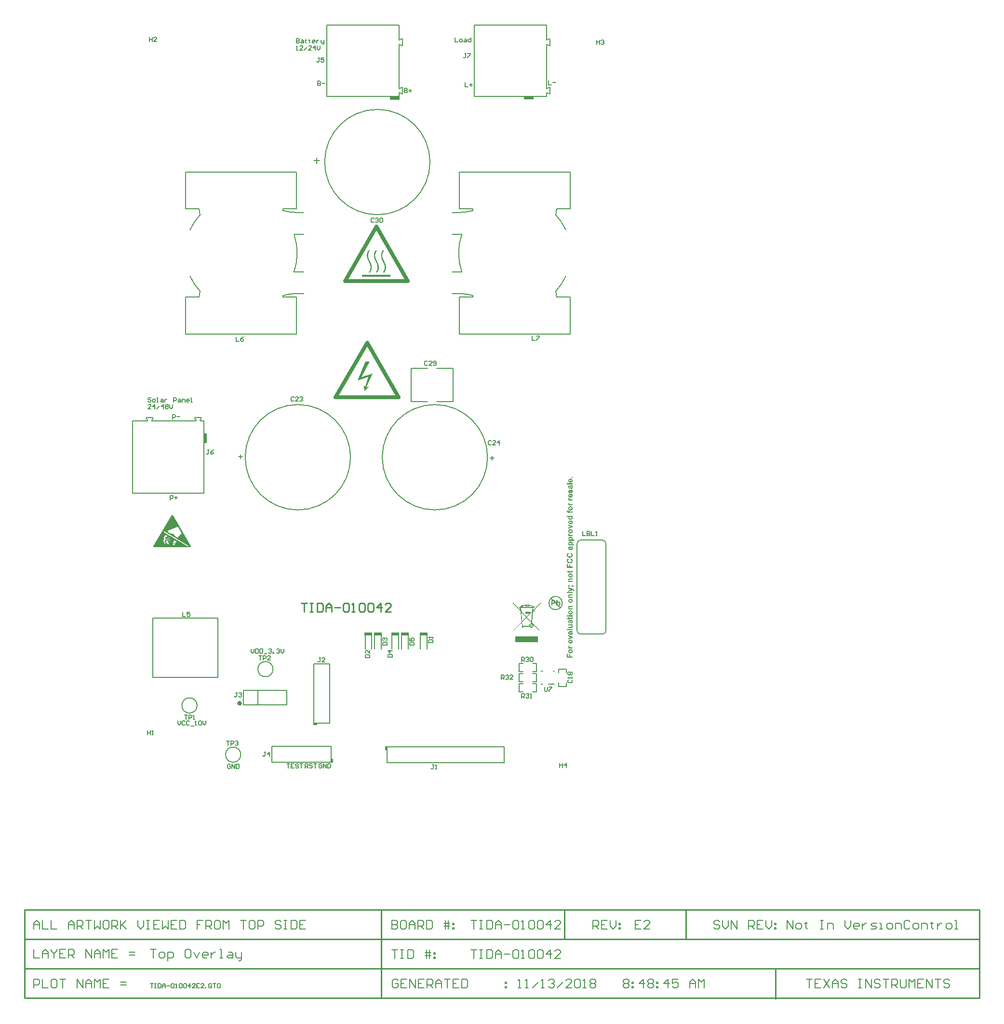
<source format=gto>
G04*
G04 #@! TF.GenerationSoftware,Altium Limited,Altium Designer,18.1.9 (240)*
G04*
G04 Layer_Color=65535*
%FSAX25Y25*%
%MOIN*%
G70*
G01*
G75*
%ADD10C,0.00541*%
%ADD11C,0.00748*%
%ADD12C,0.00787*%
%ADD13C,0.01500*%
%ADD14C,0.00010*%
%ADD15C,0.00500*%
%ADD16C,0.00700*%
%ADD17C,0.00800*%
%ADD18C,0.00300*%
%ADD19C,0.02500*%
%ADD20C,0.00591*%
%ADD21C,0.00600*%
%ADD22C,0.01000*%
%ADD23R,0.06988X0.01968*%
%ADD24R,0.01968X0.06988*%
%ADD25R,0.01500X0.03000*%
%ADD26R,0.03000X0.01500*%
%ADD27R,0.05200X0.02000*%
G36*
X0287919Y0557100D02*
X0288019D01*
Y0557000D01*
X0288219D01*
Y0556900D01*
X0288319D01*
Y0556800D01*
X0288519D01*
Y0556700D01*
X0288419D01*
Y0556600D01*
Y0556500D01*
X0288319D01*
Y0556400D01*
X0288219D01*
Y0556300D01*
Y0556200D01*
X0288119D01*
Y0556100D01*
X0288019D01*
Y0556000D01*
Y0555900D01*
X0287919D01*
Y0555800D01*
Y0555700D01*
X0287819D01*
Y0555600D01*
Y0555500D01*
X0287719D01*
Y0555400D01*
Y0555300D01*
Y0555200D01*
X0287619D01*
Y0555100D01*
Y0555000D01*
Y0554900D01*
X0287519D01*
Y0554800D01*
Y0554700D01*
Y0554600D01*
X0287419D01*
Y0554500D01*
Y0554400D01*
Y0554300D01*
Y0554200D01*
Y0554100D01*
X0287319D01*
Y0554000D01*
Y0553900D01*
Y0553800D01*
Y0553700D01*
Y0553600D01*
Y0553500D01*
Y0553400D01*
Y0553300D01*
Y0553200D01*
Y0553100D01*
Y0553000D01*
Y0552900D01*
Y0552800D01*
X0287419D01*
Y0552700D01*
Y0552600D01*
Y0552500D01*
Y0552400D01*
Y0552300D01*
Y0552200D01*
X0287519D01*
Y0552100D01*
Y0552000D01*
Y0551900D01*
Y0551800D01*
X0287619D01*
Y0551700D01*
Y0551600D01*
Y0551500D01*
X0287719D01*
Y0551400D01*
Y0551300D01*
X0287819D01*
Y0551200D01*
Y0551100D01*
Y0551000D01*
X0287919D01*
Y0550900D01*
Y0550800D01*
X0288019D01*
Y0550700D01*
Y0550600D01*
Y0550500D01*
X0288119D01*
Y0550400D01*
Y0550300D01*
X0288219D01*
Y0550200D01*
Y0550100D01*
X0288319D01*
Y0550000D01*
Y0549900D01*
X0288419D01*
Y0549800D01*
Y0549700D01*
X0288519D01*
Y0549600D01*
Y0549500D01*
X0288619D01*
Y0549400D01*
Y0549300D01*
Y0549200D01*
X0288719D01*
Y0549100D01*
Y0549000D01*
X0288819D01*
Y0548900D01*
Y0548800D01*
X0288919D01*
Y0548700D01*
Y0548600D01*
X0289019D01*
Y0548500D01*
Y0548400D01*
X0289119D01*
Y0548300D01*
Y0548200D01*
X0289219D01*
Y0548100D01*
Y0548000D01*
Y0547900D01*
X0289319D01*
Y0547800D01*
Y0547700D01*
X0289419D01*
Y0547600D01*
Y0547500D01*
Y0547400D01*
X0289519D01*
Y0547300D01*
Y0547200D01*
Y0547100D01*
X0289619D01*
Y0547000D01*
Y0546900D01*
Y0546800D01*
Y0546700D01*
X0289719D01*
Y0546600D01*
Y0546500D01*
Y0546400D01*
Y0546300D01*
X0289819D01*
Y0546200D01*
Y0546100D01*
Y0546000D01*
Y0545900D01*
Y0545800D01*
Y0545700D01*
Y0545600D01*
X0289919D01*
Y0545500D01*
Y0545400D01*
Y0545300D01*
Y0545200D01*
Y0545100D01*
Y0545000D01*
Y0544900D01*
Y0544800D01*
Y0544700D01*
X0289819D01*
Y0544600D01*
Y0544500D01*
Y0544400D01*
Y0544300D01*
Y0544200D01*
Y0544100D01*
Y0544000D01*
X0289719D01*
Y0543900D01*
Y0543800D01*
Y0543700D01*
Y0543600D01*
X0289619D01*
Y0543500D01*
Y0543400D01*
Y0543300D01*
X0289519D01*
Y0543200D01*
Y0543100D01*
Y0543000D01*
X0289419D01*
Y0542900D01*
Y0542800D01*
X0289319D01*
Y0542700D01*
Y0542600D01*
X0289219D01*
Y0542500D01*
Y0542400D01*
X0289119D01*
Y0542300D01*
Y0542200D01*
X0289019D01*
Y0542100D01*
Y0542000D01*
X0288919D01*
Y0541900D01*
X0288819D01*
Y0541800D01*
Y0541700D01*
X0288719D01*
Y0541600D01*
Y0541500D01*
X0288619D01*
Y0541400D01*
X0288519D01*
Y0541500D01*
X0288419D01*
Y0541600D01*
X0288219D01*
Y0541700D01*
X0288119D01*
Y0541800D01*
X0287919D01*
Y0541900D01*
Y0542000D01*
X0288019D01*
Y0542100D01*
X0288119D01*
Y0542200D01*
Y0542300D01*
X0288219D01*
Y0542400D01*
Y0542500D01*
X0288319D01*
Y0542600D01*
Y0542700D01*
X0288419D01*
Y0542800D01*
Y0542900D01*
X0288519D01*
Y0543000D01*
Y0543100D01*
X0288619D01*
Y0543200D01*
Y0543300D01*
X0288719D01*
Y0543400D01*
Y0543500D01*
Y0543600D01*
X0288819D01*
Y0543700D01*
Y0543800D01*
Y0543900D01*
X0288919D01*
Y0544000D01*
Y0544100D01*
Y0544200D01*
Y0544300D01*
X0289019D01*
Y0544400D01*
Y0544500D01*
Y0544600D01*
Y0544700D01*
Y0544800D01*
Y0544900D01*
Y0545000D01*
Y0545100D01*
Y0545200D01*
Y0545300D01*
Y0545400D01*
Y0545500D01*
Y0545600D01*
Y0545700D01*
Y0545800D01*
Y0545900D01*
Y0546000D01*
X0288919D01*
Y0546100D01*
Y0546200D01*
Y0546300D01*
Y0546400D01*
Y0546500D01*
X0288819D01*
Y0546600D01*
Y0546700D01*
Y0546800D01*
X0288719D01*
Y0546900D01*
Y0547000D01*
Y0547100D01*
X0288619D01*
Y0547200D01*
Y0547300D01*
Y0547400D01*
X0288519D01*
Y0547500D01*
Y0547600D01*
Y0547700D01*
X0288419D01*
Y0547800D01*
Y0547900D01*
X0288319D01*
Y0548000D01*
Y0548100D01*
X0288219D01*
Y0548200D01*
Y0548300D01*
Y0548400D01*
X0288119D01*
Y0548500D01*
Y0548600D01*
X0288019D01*
Y0548700D01*
Y0548800D01*
X0287919D01*
Y0548900D01*
Y0549000D01*
X0287819D01*
Y0549100D01*
Y0549200D01*
X0287719D01*
Y0549300D01*
Y0549400D01*
X0287619D01*
Y0549500D01*
Y0549600D01*
X0287519D01*
Y0549700D01*
Y0549800D01*
X0287419D01*
Y0549900D01*
Y0550000D01*
X0287319D01*
Y0550100D01*
Y0550200D01*
Y0550300D01*
X0287219D01*
Y0550400D01*
Y0550500D01*
X0287119D01*
Y0550600D01*
Y0550700D01*
X0287019D01*
Y0550800D01*
Y0550900D01*
Y0551000D01*
X0286919D01*
Y0551100D01*
Y0551200D01*
Y0551300D01*
X0286819D01*
Y0551400D01*
Y0551500D01*
Y0551600D01*
X0286719D01*
Y0551700D01*
Y0551800D01*
Y0551900D01*
Y0552000D01*
X0286619D01*
Y0552100D01*
Y0552200D01*
Y0552300D01*
Y0552400D01*
X0286519D01*
Y0552500D01*
Y0552600D01*
Y0552700D01*
Y0552800D01*
Y0552900D01*
Y0553000D01*
Y0553100D01*
Y0553200D01*
Y0553300D01*
Y0553400D01*
Y0553500D01*
Y0553600D01*
Y0553700D01*
Y0553800D01*
Y0553900D01*
Y0554000D01*
Y0554100D01*
Y0554200D01*
Y0554300D01*
Y0554400D01*
X0286619D01*
Y0554500D01*
Y0554600D01*
Y0554700D01*
Y0554800D01*
Y0554900D01*
X0286719D01*
Y0555000D01*
Y0555100D01*
Y0555200D01*
X0286819D01*
Y0555300D01*
Y0555400D01*
Y0555500D01*
X0286919D01*
Y0555600D01*
Y0555700D01*
X0287019D01*
Y0555800D01*
Y0555900D01*
X0287119D01*
Y0556000D01*
Y0556100D01*
X0287219D01*
Y0556200D01*
Y0556300D01*
X0287319D01*
Y0556400D01*
Y0556500D01*
X0287419D01*
Y0556600D01*
Y0556700D01*
X0287519D01*
Y0556800D01*
X0287619D01*
Y0556900D01*
Y0557000D01*
X0287719D01*
Y0557100D01*
X0287819D01*
Y0557200D01*
X0287919D01*
Y0557100D01*
D02*
G37*
G36*
X0283019D02*
X0283119D01*
Y0557000D01*
X0283319D01*
Y0556900D01*
X0283419D01*
Y0556800D01*
X0283619D01*
Y0556700D01*
X0283519D01*
Y0556600D01*
Y0556500D01*
X0283419D01*
Y0556400D01*
X0283319D01*
Y0556300D01*
Y0556200D01*
X0283219D01*
Y0556100D01*
X0283119D01*
Y0556000D01*
Y0555900D01*
X0283019D01*
Y0555800D01*
Y0555700D01*
X0282919D01*
Y0555600D01*
Y0555500D01*
X0282819D01*
Y0555400D01*
Y0555300D01*
Y0555200D01*
X0282719D01*
Y0555100D01*
Y0555000D01*
X0282619D01*
Y0554900D01*
Y0554800D01*
Y0554700D01*
Y0554600D01*
X0282519D01*
Y0554500D01*
Y0554400D01*
Y0554300D01*
Y0554200D01*
Y0554100D01*
X0282419D01*
Y0554000D01*
Y0553900D01*
Y0553800D01*
Y0553700D01*
Y0553600D01*
Y0553500D01*
Y0553400D01*
Y0553300D01*
Y0553200D01*
Y0553100D01*
Y0553000D01*
Y0552900D01*
Y0552800D01*
Y0552700D01*
X0282519D01*
Y0552600D01*
Y0552500D01*
Y0552400D01*
Y0552300D01*
Y0552200D01*
X0282619D01*
Y0552100D01*
Y0552000D01*
Y0551900D01*
Y0551800D01*
X0282719D01*
Y0551700D01*
Y0551600D01*
Y0551500D01*
X0282819D01*
Y0551400D01*
Y0551300D01*
Y0551200D01*
X0282919D01*
Y0551100D01*
Y0551000D01*
X0283019D01*
Y0550900D01*
Y0550800D01*
Y0550700D01*
X0283119D01*
Y0550600D01*
Y0550500D01*
X0283219D01*
Y0550400D01*
Y0550300D01*
X0283319D01*
Y0550200D01*
Y0550100D01*
X0283419D01*
Y0550000D01*
Y0549900D01*
X0283519D01*
Y0549800D01*
Y0549700D01*
X0283619D01*
Y0549600D01*
Y0549500D01*
X0283719D01*
Y0549400D01*
Y0549300D01*
Y0549200D01*
X0283819D01*
Y0549100D01*
Y0549000D01*
X0283919D01*
Y0548900D01*
Y0548800D01*
X0284019D01*
Y0548700D01*
Y0548600D01*
X0284119D01*
Y0548500D01*
Y0548400D01*
X0284219D01*
Y0548300D01*
Y0548200D01*
X0284319D01*
Y0548100D01*
Y0548000D01*
Y0547900D01*
X0284419D01*
Y0547800D01*
Y0547700D01*
X0284519D01*
Y0547600D01*
Y0547500D01*
Y0547400D01*
X0284619D01*
Y0547300D01*
Y0547200D01*
Y0547100D01*
X0284719D01*
Y0547000D01*
Y0546900D01*
Y0546800D01*
Y0546700D01*
X0284819D01*
Y0546600D01*
Y0546500D01*
Y0546400D01*
Y0546300D01*
X0284919D01*
Y0546200D01*
Y0546100D01*
Y0546000D01*
Y0545900D01*
Y0545800D01*
Y0545700D01*
Y0545600D01*
Y0545500D01*
X0285019D01*
Y0545400D01*
Y0545300D01*
Y0545200D01*
Y0545100D01*
Y0545000D01*
Y0544900D01*
Y0544800D01*
X0284919D01*
Y0544700D01*
Y0544600D01*
Y0544500D01*
Y0544400D01*
Y0544300D01*
Y0544200D01*
Y0544100D01*
X0284819D01*
Y0544000D01*
Y0543900D01*
Y0543800D01*
Y0543700D01*
Y0543600D01*
X0284719D01*
Y0543500D01*
Y0543400D01*
Y0543300D01*
X0284619D01*
Y0543200D01*
Y0543100D01*
X0284519D01*
Y0543000D01*
Y0542900D01*
Y0542800D01*
X0284419D01*
Y0542700D01*
Y0542600D01*
X0284319D01*
Y0542500D01*
Y0542400D01*
X0284219D01*
Y0542300D01*
Y0542200D01*
X0284119D01*
Y0542100D01*
Y0542000D01*
X0284019D01*
Y0541900D01*
X0283919D01*
Y0541800D01*
Y0541700D01*
X0283819D01*
Y0541600D01*
X0283719D01*
Y0541500D01*
Y0541400D01*
X0283619D01*
Y0541500D01*
X0283519D01*
Y0541600D01*
X0283319D01*
Y0541700D01*
X0283219D01*
Y0541800D01*
X0283019D01*
Y0541900D01*
Y0542000D01*
X0283119D01*
Y0542100D01*
Y0542200D01*
X0283219D01*
Y0542300D01*
X0283319D01*
Y0542400D01*
Y0542500D01*
X0283419D01*
Y0542600D01*
Y0542700D01*
X0283519D01*
Y0542800D01*
Y0542900D01*
X0283619D01*
Y0543000D01*
Y0543100D01*
X0283719D01*
Y0543200D01*
Y0543300D01*
X0283819D01*
Y0543400D01*
Y0543500D01*
Y0543600D01*
X0283919D01*
Y0543700D01*
Y0543800D01*
Y0543900D01*
X0284019D01*
Y0544000D01*
Y0544100D01*
Y0544200D01*
Y0544300D01*
Y0544400D01*
X0284119D01*
Y0544500D01*
Y0544600D01*
Y0544700D01*
Y0544800D01*
Y0544900D01*
Y0545000D01*
Y0545100D01*
Y0545200D01*
Y0545300D01*
Y0545400D01*
Y0545500D01*
Y0545600D01*
Y0545700D01*
Y0545800D01*
Y0545900D01*
Y0546000D01*
X0284019D01*
Y0546100D01*
Y0546200D01*
Y0546300D01*
Y0546400D01*
Y0546500D01*
X0283919D01*
Y0546600D01*
Y0546700D01*
Y0546800D01*
X0283819D01*
Y0546900D01*
Y0547000D01*
Y0547100D01*
X0283719D01*
Y0547200D01*
Y0547300D01*
Y0547400D01*
X0283619D01*
Y0547500D01*
Y0547600D01*
Y0547700D01*
X0283519D01*
Y0547800D01*
Y0547900D01*
X0283419D01*
Y0548000D01*
Y0548100D01*
X0283319D01*
Y0548200D01*
Y0548300D01*
Y0548400D01*
X0283219D01*
Y0548500D01*
Y0548600D01*
X0283119D01*
Y0548700D01*
Y0548800D01*
X0283019D01*
Y0548900D01*
Y0549000D01*
X0282919D01*
Y0549100D01*
Y0549200D01*
X0282819D01*
Y0549300D01*
Y0549400D01*
X0282719D01*
Y0549500D01*
Y0549600D01*
X0282619D01*
Y0549700D01*
Y0549800D01*
X0282519D01*
Y0549900D01*
Y0550000D01*
X0282419D01*
Y0550100D01*
Y0550200D01*
Y0550300D01*
X0282319D01*
Y0550400D01*
Y0550500D01*
X0282219D01*
Y0550600D01*
Y0550700D01*
X0282119D01*
Y0550800D01*
Y0550900D01*
Y0551000D01*
X0282019D01*
Y0551100D01*
Y0551200D01*
Y0551300D01*
X0281919D01*
Y0551400D01*
Y0551500D01*
Y0551600D01*
X0281819D01*
Y0551700D01*
Y0551800D01*
Y0551900D01*
X0281719D01*
Y0552000D01*
Y0552100D01*
Y0552200D01*
Y0552300D01*
Y0552400D01*
X0281619D01*
Y0552500D01*
Y0552600D01*
Y0552700D01*
Y0552800D01*
Y0552900D01*
Y0553000D01*
Y0553100D01*
Y0553200D01*
Y0553300D01*
Y0553400D01*
Y0553500D01*
Y0553600D01*
Y0553700D01*
Y0553800D01*
Y0553900D01*
Y0554000D01*
Y0554100D01*
Y0554200D01*
Y0554300D01*
Y0554400D01*
X0281719D01*
Y0554500D01*
Y0554600D01*
Y0554700D01*
Y0554800D01*
Y0554900D01*
X0281819D01*
Y0555000D01*
Y0555100D01*
Y0555200D01*
X0281919D01*
Y0555300D01*
Y0555400D01*
Y0555500D01*
X0282019D01*
Y0555600D01*
Y0555700D01*
X0282119D01*
Y0555800D01*
Y0555900D01*
X0282219D01*
Y0556000D01*
Y0556100D01*
X0282319D01*
Y0556200D01*
Y0556300D01*
X0282419D01*
Y0556400D01*
Y0556500D01*
X0282519D01*
Y0556600D01*
Y0556700D01*
X0282619D01*
Y0556800D01*
X0282719D01*
Y0556900D01*
Y0557000D01*
X0282819D01*
Y0557100D01*
X0282919D01*
Y0557200D01*
X0283019D01*
Y0557100D01*
D02*
G37*
G36*
X0278119D02*
X0278219D01*
Y0557000D01*
X0278419D01*
Y0556900D01*
X0278519D01*
Y0556800D01*
X0278619D01*
Y0556700D01*
Y0556600D01*
Y0556500D01*
X0278519D01*
Y0556400D01*
X0278419D01*
Y0556300D01*
Y0556200D01*
X0278319D01*
Y0556100D01*
X0278219D01*
Y0556000D01*
Y0555900D01*
X0278119D01*
Y0555800D01*
Y0555700D01*
X0278019D01*
Y0555600D01*
Y0555500D01*
X0277919D01*
Y0555400D01*
Y0555300D01*
Y0555200D01*
X0277819D01*
Y0555100D01*
Y0555000D01*
X0277719D01*
Y0554900D01*
Y0554800D01*
Y0554700D01*
Y0554600D01*
X0277619D01*
Y0554500D01*
Y0554400D01*
Y0554300D01*
Y0554200D01*
Y0554100D01*
X0277519D01*
Y0554000D01*
Y0553900D01*
Y0553800D01*
Y0553700D01*
Y0553600D01*
Y0553500D01*
Y0553400D01*
Y0553300D01*
Y0553200D01*
Y0553100D01*
Y0553000D01*
Y0552900D01*
Y0552800D01*
Y0552700D01*
X0277619D01*
Y0552600D01*
Y0552500D01*
Y0552400D01*
Y0552300D01*
Y0552200D01*
X0277719D01*
Y0552100D01*
Y0552000D01*
Y0551900D01*
Y0551800D01*
X0277819D01*
Y0551700D01*
Y0551600D01*
Y0551500D01*
X0277919D01*
Y0551400D01*
Y0551300D01*
Y0551200D01*
X0278019D01*
Y0551100D01*
Y0551000D01*
X0278119D01*
Y0550900D01*
Y0550800D01*
Y0550700D01*
X0278219D01*
Y0550600D01*
Y0550500D01*
X0278319D01*
Y0550400D01*
Y0550300D01*
X0278419D01*
Y0550200D01*
Y0550100D01*
X0278519D01*
Y0550000D01*
Y0549900D01*
X0278619D01*
Y0549800D01*
Y0549700D01*
X0278719D01*
Y0549600D01*
Y0549500D01*
Y0549400D01*
X0278819D01*
Y0549300D01*
Y0549200D01*
X0278919D01*
Y0549100D01*
Y0549000D01*
X0279019D01*
Y0548900D01*
Y0548800D01*
X0279119D01*
Y0548700D01*
Y0548600D01*
X0279219D01*
Y0548500D01*
Y0548400D01*
X0279319D01*
Y0548300D01*
Y0548200D01*
X0279419D01*
Y0548100D01*
Y0548000D01*
Y0547900D01*
X0279519D01*
Y0547800D01*
Y0547700D01*
X0279619D01*
Y0547600D01*
Y0547500D01*
Y0547400D01*
X0279719D01*
Y0547300D01*
Y0547200D01*
Y0547100D01*
X0279819D01*
Y0547000D01*
Y0546900D01*
Y0546800D01*
Y0546700D01*
X0279919D01*
Y0546600D01*
Y0546500D01*
Y0546400D01*
Y0546300D01*
X0280019D01*
Y0546200D01*
Y0546100D01*
Y0546000D01*
Y0545900D01*
Y0545800D01*
Y0545700D01*
Y0545600D01*
Y0545500D01*
X0280119D01*
Y0545400D01*
Y0545300D01*
Y0545200D01*
Y0545100D01*
Y0545000D01*
Y0544900D01*
Y0544800D01*
X0280019D01*
Y0544700D01*
Y0544600D01*
Y0544500D01*
Y0544400D01*
Y0544300D01*
Y0544200D01*
Y0544100D01*
X0279919D01*
Y0544000D01*
Y0543900D01*
Y0543800D01*
Y0543700D01*
X0279819D01*
Y0543600D01*
Y0543500D01*
Y0543400D01*
Y0543300D01*
X0279719D01*
Y0543200D01*
Y0543100D01*
X0279619D01*
Y0543000D01*
Y0542900D01*
Y0542800D01*
X0279519D01*
Y0542700D01*
Y0542600D01*
X0279419D01*
Y0542500D01*
Y0542400D01*
X0279319D01*
Y0542300D01*
Y0542200D01*
X0279219D01*
Y0542100D01*
Y0542000D01*
X0279119D01*
Y0541900D01*
X0279019D01*
Y0541800D01*
Y0541700D01*
X0278919D01*
Y0541600D01*
X0278819D01*
Y0541500D01*
Y0541400D01*
X0278719D01*
Y0541500D01*
X0278619D01*
Y0541600D01*
X0278419D01*
Y0541700D01*
X0278319D01*
Y0541800D01*
X0278119D01*
Y0541900D01*
Y0542000D01*
X0278219D01*
Y0542100D01*
Y0542200D01*
X0278319D01*
Y0542300D01*
X0278419D01*
Y0542400D01*
Y0542500D01*
X0278519D01*
Y0542600D01*
Y0542700D01*
X0278619D01*
Y0542800D01*
Y0542900D01*
X0278719D01*
Y0543000D01*
Y0543100D01*
X0278819D01*
Y0543200D01*
Y0543300D01*
X0278919D01*
Y0543400D01*
Y0543500D01*
Y0543600D01*
X0279019D01*
Y0543700D01*
Y0543800D01*
Y0543900D01*
X0279119D01*
Y0544000D01*
Y0544100D01*
Y0544200D01*
Y0544300D01*
Y0544400D01*
X0279219D01*
Y0544500D01*
Y0544600D01*
Y0544700D01*
Y0544800D01*
Y0544900D01*
Y0545000D01*
Y0545100D01*
Y0545200D01*
Y0545300D01*
Y0545400D01*
Y0545500D01*
Y0545600D01*
Y0545700D01*
Y0545800D01*
Y0545900D01*
Y0546000D01*
X0279119D01*
Y0546100D01*
Y0546200D01*
Y0546300D01*
Y0546400D01*
Y0546500D01*
X0279019D01*
Y0546600D01*
Y0546700D01*
Y0546800D01*
X0278919D01*
Y0546900D01*
Y0547000D01*
Y0547100D01*
X0278819D01*
Y0547200D01*
Y0547300D01*
Y0547400D01*
X0278719D01*
Y0547500D01*
Y0547600D01*
Y0547700D01*
X0278619D01*
Y0547800D01*
Y0547900D01*
X0278519D01*
Y0548000D01*
Y0548100D01*
X0278419D01*
Y0548200D01*
Y0548300D01*
X0278319D01*
Y0548400D01*
Y0548500D01*
Y0548600D01*
X0278219D01*
Y0548700D01*
Y0548800D01*
X0278119D01*
Y0548900D01*
Y0549000D01*
X0278019D01*
Y0549100D01*
Y0549200D01*
X0277919D01*
Y0549300D01*
Y0549400D01*
X0277819D01*
Y0549500D01*
Y0549600D01*
X0277719D01*
Y0549700D01*
Y0549800D01*
X0277619D01*
Y0549900D01*
Y0550000D01*
X0277519D01*
Y0550100D01*
Y0550200D01*
Y0550300D01*
X0277419D01*
Y0550400D01*
Y0550500D01*
X0277319D01*
Y0550600D01*
Y0550700D01*
X0277219D01*
Y0550800D01*
Y0550900D01*
Y0551000D01*
X0277119D01*
Y0551100D01*
Y0551200D01*
Y0551300D01*
X0277019D01*
Y0551400D01*
Y0551500D01*
Y0551600D01*
X0276919D01*
Y0551700D01*
Y0551800D01*
Y0551900D01*
X0276819D01*
Y0552000D01*
Y0552100D01*
Y0552200D01*
Y0552300D01*
Y0552400D01*
X0276719D01*
Y0552500D01*
Y0552600D01*
Y0552700D01*
Y0552800D01*
Y0552900D01*
Y0553000D01*
Y0553100D01*
Y0553200D01*
Y0553300D01*
Y0553400D01*
Y0553500D01*
Y0553600D01*
Y0553700D01*
Y0553800D01*
Y0553900D01*
Y0554000D01*
Y0554100D01*
Y0554200D01*
Y0554300D01*
Y0554400D01*
X0276819D01*
Y0554500D01*
Y0554600D01*
Y0554700D01*
Y0554800D01*
Y0554900D01*
X0276919D01*
Y0555000D01*
Y0555100D01*
Y0555200D01*
X0277019D01*
Y0555300D01*
Y0555400D01*
Y0555500D01*
X0277119D01*
Y0555600D01*
Y0555700D01*
X0277219D01*
Y0555800D01*
Y0555900D01*
X0277319D01*
Y0556000D01*
Y0556100D01*
X0277419D01*
Y0556200D01*
Y0556300D01*
X0277519D01*
Y0556400D01*
Y0556500D01*
X0277619D01*
Y0556600D01*
Y0556700D01*
X0277719D01*
Y0556800D01*
X0277819D01*
Y0556900D01*
Y0557000D01*
X0277919D01*
Y0557100D01*
X0278019D01*
Y0557200D01*
X0278119D01*
Y0557100D01*
D02*
G37*
G36*
X0293119Y0538600D02*
X0273419D01*
Y0540000D01*
X0293119D01*
Y0538600D01*
D02*
G37*
G36*
X0272919Y0469400D02*
X0280619Y0471700D01*
X0276419Y0462400D01*
X0278119Y0462700D01*
X0275119Y0459300D01*
X0274519Y0463400D01*
X0275719Y0462600D01*
X0277519Y0469300D01*
X0270219Y0466900D01*
X0275519Y0480000D01*
X0278519D01*
X0272919Y0469400D01*
D02*
G37*
G36*
X0388985Y0311851D02*
X0388984Y0311851D01*
D01*
X0388984Y0311851D01*
D01*
X0388985Y0311851D01*
D02*
G37*
G36*
X0396958Y0313171D02*
X0392704Y0308838D01*
X0392792Y0308838D01*
Y0306899D01*
X0391525D01*
X0390849Y0299642D01*
X0395852Y0294373D01*
X0395520Y0294058D01*
X0390888Y0298945D01*
X0390905Y0298645D01*
X0390239Y0299089D01*
X0390285Y0299581D01*
X0387009Y0303037D01*
X0384110Y0300084D01*
X0384348Y0297305D01*
X0389184D01*
Y0296749D01*
X0385093Y0296751D01*
Y0295912D01*
X0384063D01*
Y0296751D01*
X0384040Y0296755D01*
X0383975Y0296781D01*
X0383975Y0296781D01*
X0383949Y0296804D01*
X0383904Y0296856D01*
X0383863Y0296912D01*
X0383830Y0296972D01*
X0383816Y0297003D01*
X0383816Y0297003D01*
X0383816Y0297004D01*
X0383590Y0299555D01*
X0378137Y0294000D01*
X0377811Y0294321D01*
X0383538Y0300149D01*
X0382899Y0307372D01*
X0377472Y0313097D01*
Y0313731D01*
X0382836Y0308081D01*
X0382695Y0309679D01*
X0382054D01*
Y0310258D01*
X0382622D01*
X0382622Y0310259D01*
X0382623Y0310264D01*
Y0310264D01*
X0382626Y0310272D01*
X0382626Y0310272D01*
X0382626Y0310273D01*
X0382626Y0310273D01*
X0382626Y0310273D01*
X0382626Y0310273D01*
X0382626D01*
X0382660Y0310364D01*
X0382660Y0310364D01*
X0382660Y0310364D01*
X0382661Y0310364D01*
X0382661Y0310365D01*
X0382661Y0310365D01*
Y0310365D01*
X0382661Y0310365D01*
X0382661Y0310365D01*
X0382665Y0310375D01*
X0382665Y0310375D01*
X0382701Y0310458D01*
X0382701Y0310459D01*
X0382702Y0310459D01*
X0382702Y0310460D01*
X0382702Y0310461D01*
X0382703Y0310461D01*
X0382703D01*
X0382703Y0310462D01*
X0382851Y0310694D01*
X0382852Y0310694D01*
X0382852Y0310695D01*
X0382852Y0310695D01*
X0382853Y0310696D01*
X0382853Y0310697D01*
X0382854Y0310697D01*
Y0310697D01*
X0382854Y0310697D01*
X0383106Y0310968D01*
X0383106Y0310968D01*
X0383106Y0310968D01*
X0383106Y0310968D01*
X0383106Y0310968D01*
X0383106Y0310968D01*
X0383106Y0310968D01*
D01*
X0383107Y0310968D01*
X0383107Y0310969D01*
X0383108Y0310970D01*
X0383109Y0310970D01*
X0383109Y0310971D01*
X0383109D01*
X0383420Y0311200D01*
X0383420Y0311200D01*
X0383421Y0311200D01*
X0383421Y0311201D01*
X0383422Y0311201D01*
X0383422Y0311201D01*
Y0311201D01*
X0383422Y0311201D01*
X0383689Y0311350D01*
X0383689Y0311350D01*
X0383689Y0311350D01*
X0383689Y0311350D01*
X0383689Y0311350D01*
X0383689Y0311350D01*
X0383689Y0311350D01*
X0383690Y0311350D01*
X0383690Y0311351D01*
X0383690Y0311351D01*
X0383691Y0311351D01*
Y0311351D01*
X0383691Y0311351D01*
X0383783Y0311393D01*
X0383783Y0311393D01*
X0383783Y0311393D01*
X0383783Y0311393D01*
X0383783Y0311393D01*
X0383788Y0311395D01*
X0383792Y0311395D01*
X0383792Y0311741D01*
X0384742D01*
Y0311684D01*
X0384866Y0311713D01*
X0385498Y0311819D01*
X0386126Y0311883D01*
X0386248Y0311891D01*
Y0312112D01*
X0388982D01*
Y0311851D01*
X0388984Y0311851D01*
X0388984Y0311851D01*
X0388984Y0311851D01*
X0388984Y0311851D01*
X0388985Y0311851D01*
X0388985Y0311851D01*
X0388985Y0311851D01*
X0388985Y0311851D01*
X0389169Y0311828D01*
X0389170Y0311828D01*
X0389170Y0311828D01*
X0389170Y0311828D01*
X0389170Y0311828D01*
X0389170Y0311828D01*
X0389169Y0311828D01*
X0389170Y0311828D01*
X0389170Y0311828D01*
X0389170Y0311828D01*
X0389171Y0311828D01*
X0389171Y0311828D01*
X0389722Y0311728D01*
X0389722Y0311728D01*
X0389722Y0311728D01*
X0389723Y0311727D01*
X0389723Y0311727D01*
X0389724Y0311727D01*
X0389724Y0311727D01*
X0390421Y0311531D01*
X0390421Y0311531D01*
X0390421Y0311531D01*
X0390422Y0311531D01*
X0390423Y0311530D01*
X0390423Y0311530D01*
X0390424Y0311530D01*
X0390424Y0311530D01*
X0391031Y0311245D01*
X0391035Y0311242D01*
X0391035Y0311242D01*
X0391035Y0311242D01*
X0391405Y0310968D01*
X0391405Y0310967D01*
X0391405Y0310967D01*
X0391405Y0310967D01*
X0391405Y0310967D01*
X0391405Y0310967D01*
X0391405Y0310967D01*
X0391405Y0310967D01*
X0391406Y0310967D01*
X0391407Y0310966D01*
X0391407Y0310965D01*
X0391408Y0310965D01*
X0391409Y0310964D01*
X0391409Y0310964D01*
X0391506Y0310850D01*
X0391506Y0310850D01*
X0391506Y0310850D01*
X0391506Y0310850D01*
X0391506Y0310850D01*
Y0310850D01*
X0391507Y0310849D01*
X0391509Y0310847D01*
X0391510Y0310844D01*
X0391511Y0310842D01*
X0391511Y0310840D01*
X0391511Y0310840D01*
X0391511Y0310841D01*
Y0310841D01*
X0391506Y0310850D01*
X0391506Y0310850D01*
X0391511Y0310841D01*
X0391511Y0310840D01*
X0391511Y0310840D01*
X0391626Y0310262D01*
X0391626Y0310262D01*
X0391626Y0310262D01*
X0391626Y0310261D01*
X0391626Y0310260D01*
X0391626Y0310259D01*
Y0310258D01*
X0391984D01*
Y0309679D01*
X0391785D01*
X0391706Y0308838D01*
X0392076Y0308838D01*
X0396958Y0313805D01*
Y0313171D01*
D02*
G37*
G36*
X0391031Y0311245D02*
X0391032Y0311244D01*
X0391033Y0311244D01*
X0391034Y0311243D01*
X0391034Y0311243D01*
X0391035Y0311243D01*
X0391035Y0311242D01*
X0391035Y0311242D01*
X0391035Y0311243D01*
X0391035Y0311243D01*
X0391035Y0311243D01*
X0391035Y0311243D01*
X0391031Y0311245D01*
X0391031Y0311245D01*
D02*
G37*
G36*
X0383106Y0310968D02*
X0383106Y0310968D01*
X0383106D01*
X0383106Y0310968D01*
D02*
G37*
G36*
X0383106Y0310968D02*
X0383106Y0310968D01*
X0383106Y0310968D01*
X0383106Y0310968D01*
D02*
G37*
G36*
X0394893Y0286137D02*
X0379145D01*
Y0290074D01*
X0394893D01*
Y0286137D01*
D02*
G37*
G36*
X0418890Y0399652D02*
X0418156D01*
Y0400386D01*
X0418890D01*
Y0399652D01*
D02*
G37*
G36*
X0417716Y0397211D02*
X0417718D01*
X0417729D01*
X0417746Y0397214D01*
X0417768D01*
X0417796Y0397217D01*
X0417829Y0397222D01*
X0417862Y0397228D01*
X0417901Y0397236D01*
X0417984Y0397256D01*
X0418026Y0397270D01*
X0418067Y0397286D01*
X0418109Y0397308D01*
X0418150Y0397330D01*
X0418189Y0397355D01*
X0418225Y0397386D01*
X0418228Y0397389D01*
X0418233Y0397394D01*
X0418242Y0397402D01*
X0418253Y0397416D01*
X0418267Y0397433D01*
X0418283Y0397455D01*
X0418297Y0397477D01*
X0418314Y0397505D01*
X0418333Y0397533D01*
X0418347Y0397566D01*
X0418377Y0397638D01*
X0418389Y0397679D01*
X0418397Y0397721D01*
X0418402Y0397765D01*
X0418405Y0397812D01*
Y0397829D01*
X0418402Y0397843D01*
X0418400Y0397873D01*
X0418394Y0397915D01*
X0418383Y0397959D01*
X0418366Y0398009D01*
X0418344Y0398056D01*
X0418314Y0398103D01*
Y0398106D01*
X0418308Y0398109D01*
X0418294Y0398123D01*
X0418272Y0398145D01*
X0418239Y0398170D01*
X0418197Y0398200D01*
X0418145Y0398231D01*
X0418084Y0398258D01*
X0418009Y0398283D01*
X0418131Y0399015D01*
X0418137Y0399012D01*
X0418148Y0399009D01*
X0418170Y0399001D01*
X0418197Y0398987D01*
X0418231Y0398973D01*
X0418269Y0398954D01*
X0418314Y0398931D01*
X0418358Y0398904D01*
X0418408Y0398876D01*
X0418458Y0398843D01*
X0418510Y0398804D01*
X0418560Y0398765D01*
X0418610Y0398721D01*
X0418660Y0398674D01*
X0418704Y0398621D01*
X0418746Y0398566D01*
X0418749Y0398563D01*
X0418754Y0398552D01*
X0418765Y0398535D01*
X0418779Y0398510D01*
X0418793Y0398480D01*
X0418812Y0398447D01*
X0418829Y0398402D01*
X0418848Y0398355D01*
X0418868Y0398303D01*
X0418887Y0398247D01*
X0418907Y0398184D01*
X0418921Y0398117D01*
X0418934Y0398045D01*
X0418945Y0397968D01*
X0418951Y0397887D01*
X0418954Y0397804D01*
Y0397774D01*
X0418951Y0397754D01*
Y0397735D01*
X0418948Y0397713D01*
X0418945Y0397685D01*
X0418940Y0397624D01*
X0418929Y0397557D01*
X0418915Y0397480D01*
X0418895Y0397397D01*
X0418871Y0397311D01*
X0418837Y0397222D01*
X0418801Y0397134D01*
X0418754Y0397045D01*
X0418702Y0396959D01*
X0418638Y0396879D01*
X0418566Y0396801D01*
X0418483Y0396732D01*
X0418477Y0396729D01*
X0418466Y0396721D01*
X0418444Y0396707D01*
X0418414Y0396691D01*
X0418377Y0396668D01*
X0418333Y0396646D01*
X0418281Y0396621D01*
X0418220Y0396596D01*
X0418153Y0396569D01*
X0418081Y0396544D01*
X0418004Y0396521D01*
X0417918Y0396502D01*
X0417829Y0396483D01*
X0417732Y0396469D01*
X0417630Y0396461D01*
X0417524Y0396458D01*
X0417522D01*
X0417516D01*
X0417508D01*
X0417494D01*
X0417477Y0396461D01*
X0417458D01*
X0417436D01*
X0417411Y0396463D01*
X0417353Y0396469D01*
X0417286Y0396477D01*
X0417211Y0396488D01*
X0417131Y0396502D01*
X0417045Y0396521D01*
X0416957Y0396547D01*
X0416868Y0396574D01*
X0416777Y0396610D01*
X0416688Y0396652D01*
X0416602Y0396699D01*
X0416522Y0396754D01*
X0416444Y0396818D01*
X0416438Y0396824D01*
X0416428Y0396835D01*
X0416408Y0396854D01*
X0416383Y0396882D01*
X0416353Y0396918D01*
X0416319Y0396962D01*
X0416283Y0397012D01*
X0416247Y0397067D01*
X0416211Y0397131D01*
X0416175Y0397200D01*
X0416142Y0397275D01*
X0416112Y0397355D01*
X0416087Y0397441D01*
X0416067Y0397533D01*
X0416056Y0397630D01*
X0416051Y0397732D01*
Y0397760D01*
X0416053Y0397774D01*
Y0397790D01*
X0416056Y0397834D01*
X0416062Y0397887D01*
X0416073Y0397945D01*
X0416084Y0398015D01*
X0416101Y0398087D01*
X0416123Y0398161D01*
X0416151Y0398242D01*
X0416184Y0398322D01*
X0416222Y0398405D01*
X0416270Y0398485D01*
X0416325Y0398563D01*
X0416389Y0398638D01*
X0416461Y0398707D01*
X0416466Y0398710D01*
X0416480Y0398724D01*
X0416505Y0398740D01*
X0416538Y0398762D01*
X0416583Y0398790D01*
X0416635Y0398821D01*
X0416699Y0398851D01*
X0416771Y0398884D01*
X0416854Y0398918D01*
X0416948Y0398951D01*
X0417051Y0398978D01*
X0417164Y0399006D01*
X0417286Y0399026D01*
X0417419Y0399042D01*
X0417563Y0399051D01*
X0417716Y0399053D01*
Y0397211D01*
D02*
G37*
G36*
X0418890Y0395186D02*
X0415056D01*
Y0395920D01*
X0418890D01*
Y0395186D01*
D02*
G37*
G36*
Y0393896D02*
X0418887D01*
X0418876Y0393890D01*
X0418859Y0393884D01*
X0418835Y0393876D01*
X0418804Y0393865D01*
X0418768Y0393851D01*
X0418724Y0393837D01*
X0418674Y0393824D01*
X0418671D01*
X0418663Y0393821D01*
X0418652Y0393818D01*
X0418638Y0393812D01*
X0418610Y0393804D01*
X0418599Y0393801D01*
X0418588Y0393799D01*
X0418591Y0393796D01*
X0418596Y0393790D01*
X0418605Y0393779D01*
X0418618Y0393765D01*
X0418632Y0393749D01*
X0418652Y0393727D01*
X0418671Y0393705D01*
X0418690Y0393677D01*
X0418735Y0393619D01*
X0418782Y0393549D01*
X0418823Y0393475D01*
X0418862Y0393394D01*
Y0393391D01*
X0418865Y0393386D01*
X0418871Y0393372D01*
X0418876Y0393358D01*
X0418885Y0393336D01*
X0418890Y0393314D01*
X0418898Y0393286D01*
X0418907Y0393259D01*
X0418918Y0393225D01*
X0418926Y0393189D01*
X0418940Y0393112D01*
X0418951Y0393026D01*
X0418954Y0392937D01*
Y0392918D01*
X0418951Y0392896D01*
Y0392865D01*
X0418945Y0392829D01*
X0418943Y0392788D01*
X0418934Y0392743D01*
X0418923Y0392691D01*
X0418912Y0392638D01*
X0418895Y0392583D01*
X0418879Y0392527D01*
X0418857Y0392472D01*
X0418829Y0392416D01*
X0418799Y0392361D01*
X0418763Y0392308D01*
X0418721Y0392261D01*
X0418718Y0392259D01*
X0418710Y0392250D01*
X0418696Y0392239D01*
X0418680Y0392222D01*
X0418657Y0392203D01*
X0418630Y0392184D01*
X0418596Y0392162D01*
X0418560Y0392139D01*
X0418519Y0392114D01*
X0418474Y0392092D01*
X0418427Y0392073D01*
X0418375Y0392054D01*
X0418319Y0392037D01*
X0418261Y0392026D01*
X0418197Y0392018D01*
X0418134Y0392015D01*
X0418131D01*
X0418123D01*
X0418112D01*
X0418095Y0392018D01*
X0418073D01*
X0418051Y0392020D01*
X0418023Y0392023D01*
X0417992Y0392029D01*
X0417929Y0392042D01*
X0417857Y0392062D01*
X0417785Y0392090D01*
X0417716Y0392126D01*
X0417713Y0392128D01*
X0417707Y0392131D01*
X0417699Y0392137D01*
X0417685Y0392148D01*
X0417652Y0392173D01*
X0417610Y0392209D01*
X0417566Y0392253D01*
X0417519Y0392306D01*
X0417472Y0392369D01*
X0417433Y0392441D01*
Y0392444D01*
X0417427Y0392450D01*
X0417422Y0392463D01*
X0417416Y0392480D01*
X0417408Y0392499D01*
X0417397Y0392524D01*
X0417386Y0392555D01*
X0417375Y0392591D01*
X0417361Y0392630D01*
X0417347Y0392674D01*
X0417333Y0392721D01*
X0417319Y0392774D01*
X0417303Y0392829D01*
X0417289Y0392890D01*
X0417275Y0392957D01*
X0417261Y0393026D01*
Y0393031D01*
X0417256Y0393048D01*
X0417253Y0393076D01*
X0417245Y0393109D01*
X0417236Y0393150D01*
X0417225Y0393200D01*
X0417214Y0393253D01*
X0417203Y0393308D01*
X0417173Y0393427D01*
X0417142Y0393544D01*
X0417128Y0393599D01*
X0417112Y0393652D01*
X0417095Y0393699D01*
X0417078Y0393741D01*
X0417006D01*
X0417004D01*
X0416998D01*
X0416987D01*
X0416973Y0393738D01*
X0416954D01*
X0416934Y0393735D01*
X0416890Y0393727D01*
X0416840Y0393716D01*
X0416790Y0393696D01*
X0416743Y0393671D01*
X0416724Y0393655D01*
X0416705Y0393635D01*
X0416702Y0393630D01*
X0416696Y0393624D01*
X0416691Y0393613D01*
X0416682Y0393602D01*
X0416677Y0393585D01*
X0416669Y0393569D01*
X0416657Y0393547D01*
X0416649Y0393522D01*
X0416641Y0393491D01*
X0416635Y0393461D01*
X0416627Y0393425D01*
X0416621Y0393383D01*
X0416616Y0393339D01*
X0416613Y0393292D01*
Y0393206D01*
X0416616Y0393189D01*
Y0393170D01*
X0416621Y0393128D01*
X0416632Y0393078D01*
X0416646Y0393026D01*
X0416666Y0392976D01*
X0416691Y0392932D01*
X0416693Y0392926D01*
X0416705Y0392915D01*
X0416727Y0392893D01*
X0416754Y0392871D01*
X0416790Y0392843D01*
X0416837Y0392812D01*
X0416896Y0392785D01*
X0416962Y0392757D01*
X0416843Y0392090D01*
X0416837Y0392092D01*
X0416826Y0392095D01*
X0416804Y0392101D01*
X0416777Y0392112D01*
X0416743Y0392123D01*
X0416705Y0392139D01*
X0416663Y0392159D01*
X0416619Y0392178D01*
X0416569Y0392203D01*
X0416522Y0392234D01*
X0416472Y0392264D01*
X0416422Y0392300D01*
X0416375Y0392336D01*
X0416328Y0392380D01*
X0416286Y0392425D01*
X0416247Y0392475D01*
X0416245Y0392477D01*
X0416239Y0392488D01*
X0416228Y0392505D01*
X0416217Y0392527D01*
X0416203Y0392555D01*
X0416187Y0392591D01*
X0416167Y0392633D01*
X0416148Y0392682D01*
X0416131Y0392735D01*
X0416112Y0392796D01*
X0416095Y0392865D01*
X0416081Y0392937D01*
X0416070Y0393018D01*
X0416059Y0393103D01*
X0416053Y0393195D01*
X0416051Y0393295D01*
Y0393342D01*
X0416053Y0393375D01*
Y0393416D01*
X0416056Y0393463D01*
X0416059Y0393516D01*
X0416065Y0393571D01*
X0416070Y0393630D01*
X0416078Y0393691D01*
X0416101Y0393812D01*
X0416112Y0393871D01*
X0416128Y0393929D01*
X0416148Y0393982D01*
X0416167Y0394028D01*
Y0394031D01*
X0416173Y0394040D01*
X0416178Y0394051D01*
X0416189Y0394067D01*
X0416200Y0394087D01*
X0416214Y0394109D01*
X0416247Y0394162D01*
X0416292Y0394217D01*
X0416342Y0394272D01*
X0416400Y0394325D01*
X0416430Y0394347D01*
X0416464Y0394367D01*
X0416466D01*
X0416472Y0394372D01*
X0416483Y0394375D01*
X0416500Y0394383D01*
X0416519Y0394389D01*
X0416547Y0394397D01*
X0416577Y0394408D01*
X0416613Y0394416D01*
X0416655Y0394425D01*
X0416705Y0394436D01*
X0416757Y0394444D01*
X0416818Y0394450D01*
X0416885Y0394458D01*
X0416957Y0394461D01*
X0417037Y0394466D01*
X0417123D01*
X0417979Y0394455D01*
X0417981D01*
X0417995D01*
X0418015D01*
X0418040D01*
X0418070D01*
X0418103Y0394458D01*
X0418142D01*
X0418184Y0394461D01*
X0418272Y0394463D01*
X0418361Y0394469D01*
X0418405Y0394472D01*
X0418447Y0394477D01*
X0418483Y0394483D01*
X0418519Y0394488D01*
X0418522D01*
X0418527Y0394491D01*
X0418535D01*
X0418549Y0394497D01*
X0418566Y0394499D01*
X0418585Y0394505D01*
X0418630Y0394519D01*
X0418685Y0394535D01*
X0418749Y0394560D01*
X0418818Y0394588D01*
X0418890Y0394621D01*
Y0393896D01*
D02*
G37*
G36*
X0418059Y0391561D02*
X0418087Y0391558D01*
X0418120Y0391552D01*
X0418159Y0391547D01*
X0418200Y0391536D01*
X0418247Y0391525D01*
X0418297Y0391505D01*
X0418350Y0391486D01*
X0418405Y0391458D01*
X0418461Y0391427D01*
X0418516Y0391391D01*
X0418571Y0391347D01*
X0418627Y0391297D01*
X0418680Y0391242D01*
X0418682Y0391239D01*
X0418690Y0391228D01*
X0418704Y0391209D01*
X0418721Y0391184D01*
X0418743Y0391148D01*
X0418765Y0391109D01*
X0418790Y0391059D01*
X0418815Y0391004D01*
X0418843Y0390943D01*
X0418868Y0390871D01*
X0418890Y0390796D01*
X0418909Y0390710D01*
X0418929Y0390619D01*
X0418943Y0390519D01*
X0418951Y0390414D01*
X0418954Y0390300D01*
Y0390275D01*
X0418951Y0390245D01*
Y0390206D01*
X0418945Y0390159D01*
X0418943Y0390104D01*
X0418934Y0390042D01*
X0418926Y0389976D01*
X0418912Y0389904D01*
X0418898Y0389832D01*
X0418879Y0389757D01*
X0418857Y0389680D01*
X0418829Y0389608D01*
X0418799Y0389533D01*
X0418765Y0389464D01*
X0418724Y0389400D01*
X0418721Y0389397D01*
X0418713Y0389386D01*
X0418699Y0389369D01*
X0418682Y0389347D01*
X0418657Y0389319D01*
X0418630Y0389289D01*
X0418596Y0389259D01*
X0418560Y0389223D01*
X0418516Y0389187D01*
X0418469Y0389151D01*
X0418419Y0389115D01*
X0418364Y0389079D01*
X0418303Y0389048D01*
X0418239Y0389018D01*
X0418170Y0388993D01*
X0418098Y0388970D01*
X0417984Y0389707D01*
X0417987D01*
X0417992Y0389710D01*
X0418004Y0389713D01*
X0418020Y0389716D01*
X0418037Y0389721D01*
X0418059Y0389729D01*
X0418106Y0389749D01*
X0418159Y0389774D01*
X0418214Y0389804D01*
X0418264Y0389846D01*
X0418311Y0389896D01*
Y0389898D01*
X0418317Y0389901D01*
X0418322Y0389910D01*
X0418328Y0389923D01*
X0418336Y0389937D01*
X0418347Y0389954D01*
X0418355Y0389976D01*
X0418366Y0390001D01*
X0418377Y0390029D01*
X0418386Y0390059D01*
X0418397Y0390092D01*
X0418405Y0390128D01*
X0418411Y0390167D01*
X0418416Y0390209D01*
X0418422Y0390253D01*
Y0390328D01*
X0418419Y0390347D01*
Y0390372D01*
X0418416Y0390397D01*
X0418414Y0390428D01*
X0418408Y0390461D01*
X0418397Y0390530D01*
X0418377Y0390602D01*
X0418353Y0390669D01*
X0418336Y0390702D01*
X0418319Y0390729D01*
X0418317Y0390735D01*
X0418305Y0390746D01*
X0418289Y0390760D01*
X0418267Y0390779D01*
X0418239Y0390796D01*
X0418206Y0390813D01*
X0418167Y0390824D01*
X0418123Y0390826D01*
X0418120D01*
X0418109D01*
X0418092Y0390824D01*
X0418073Y0390821D01*
X0418053Y0390813D01*
X0418028Y0390804D01*
X0418006Y0390790D01*
X0417984Y0390774D01*
X0417981Y0390771D01*
X0417976Y0390763D01*
X0417965Y0390746D01*
X0417951Y0390721D01*
X0417937Y0390691D01*
X0417920Y0390646D01*
X0417912Y0390621D01*
X0417904Y0390594D01*
X0417896Y0390561D01*
X0417887Y0390527D01*
Y0390525D01*
X0417884Y0390516D01*
X0417882Y0390505D01*
X0417879Y0390489D01*
X0417873Y0390469D01*
X0417868Y0390444D01*
X0417862Y0390417D01*
X0417854Y0390386D01*
X0417846Y0390350D01*
X0417837Y0390314D01*
X0417815Y0390234D01*
X0417793Y0390145D01*
X0417768Y0390054D01*
X0417743Y0389957D01*
X0417713Y0389862D01*
X0417685Y0389768D01*
X0417655Y0389677D01*
X0417621Y0389594D01*
X0417591Y0389516D01*
X0417577Y0389483D01*
X0417560Y0389453D01*
X0417544Y0389425D01*
X0417530Y0389400D01*
X0417527Y0389397D01*
X0417519Y0389386D01*
X0417508Y0389369D01*
X0417488Y0389350D01*
X0417466Y0389325D01*
X0417439Y0389297D01*
X0417405Y0389267D01*
X0417367Y0389236D01*
X0417325Y0389206D01*
X0417278Y0389176D01*
X0417228Y0389148D01*
X0417170Y0389123D01*
X0417112Y0389104D01*
X0417045Y0389087D01*
X0416976Y0389076D01*
X0416904Y0389073D01*
X0416898D01*
X0416887D01*
X0416868Y0389076D01*
X0416843Y0389079D01*
X0416813Y0389081D01*
X0416777Y0389087D01*
X0416738Y0389098D01*
X0416693Y0389109D01*
X0416646Y0389123D01*
X0416596Y0389142D01*
X0416547Y0389164D01*
X0416497Y0389192D01*
X0416444Y0389225D01*
X0416394Y0389261D01*
X0416344Y0389306D01*
X0416297Y0389356D01*
X0416294Y0389358D01*
X0416286Y0389369D01*
X0416275Y0389386D01*
X0416258Y0389411D01*
X0416239Y0389441D01*
X0416220Y0389477D01*
X0416198Y0389522D01*
X0416173Y0389574D01*
X0416151Y0389633D01*
X0416128Y0389696D01*
X0416109Y0389768D01*
X0416089Y0389849D01*
X0416073Y0389934D01*
X0416062Y0390029D01*
X0416053Y0390131D01*
X0416051Y0390239D01*
Y0390295D01*
X0416053Y0390333D01*
X0416056Y0390381D01*
X0416062Y0390433D01*
X0416067Y0390494D01*
X0416073Y0390561D01*
X0416084Y0390627D01*
X0416098Y0390696D01*
X0416112Y0390768D01*
X0416131Y0390838D01*
X0416151Y0390907D01*
X0416178Y0390970D01*
X0416206Y0391031D01*
X0416239Y0391087D01*
X0416242Y0391090D01*
X0416247Y0391098D01*
X0416258Y0391114D01*
X0416272Y0391131D01*
X0416294Y0391153D01*
X0416317Y0391181D01*
X0416344Y0391209D01*
X0416378Y0391239D01*
X0416414Y0391270D01*
X0416455Y0391303D01*
X0416500Y0391333D01*
X0416549Y0391364D01*
X0416602Y0391394D01*
X0416660Y0391422D01*
X0416721Y0391447D01*
X0416788Y0391469D01*
X0416915Y0390777D01*
X0416912D01*
X0416907Y0390774D01*
X0416898Y0390771D01*
X0416887Y0390768D01*
X0416860Y0390754D01*
X0416824Y0390738D01*
X0416785Y0390713D01*
X0416743Y0390685D01*
X0416705Y0390649D01*
X0416669Y0390605D01*
X0416666Y0390599D01*
X0416660Y0390591D01*
X0416655Y0390583D01*
X0416649Y0390569D01*
X0416641Y0390555D01*
X0416624Y0390516D01*
X0416608Y0390466D01*
X0416594Y0390405D01*
X0416583Y0390333D01*
X0416580Y0390253D01*
Y0390206D01*
X0416583Y0390181D01*
X0416585Y0390153D01*
Y0390126D01*
X0416591Y0390092D01*
X0416599Y0390023D01*
X0416616Y0389954D01*
X0416635Y0389890D01*
X0416649Y0389862D01*
X0416663Y0389838D01*
X0416666Y0389835D01*
X0416674Y0389824D01*
X0416685Y0389813D01*
X0416702Y0389796D01*
X0416724Y0389782D01*
X0416749Y0389768D01*
X0416779Y0389757D01*
X0416813Y0389754D01*
X0416815D01*
X0416826D01*
X0416840Y0389757D01*
X0416857Y0389763D01*
X0416879Y0389771D01*
X0416901Y0389785D01*
X0416923Y0389802D01*
X0416945Y0389826D01*
X0416948Y0389832D01*
X0416954Y0389840D01*
X0416959Y0389851D01*
X0416965Y0389868D01*
X0416976Y0389890D01*
X0416987Y0389915D01*
X0416998Y0389948D01*
X0417012Y0389990D01*
X0417026Y0390037D01*
X0417045Y0390092D01*
X0417062Y0390156D01*
X0417081Y0390231D01*
X0417103Y0390314D01*
X0417126Y0390405D01*
X0417139Y0390458D01*
X0417150Y0390511D01*
Y0390513D01*
X0417153Y0390516D01*
Y0390525D01*
X0417156Y0390536D01*
X0417164Y0390566D01*
X0417175Y0390605D01*
X0417186Y0390655D01*
X0417203Y0390710D01*
X0417220Y0390768D01*
X0417242Y0390835D01*
X0417289Y0390968D01*
X0417317Y0391037D01*
X0417344Y0391103D01*
X0417375Y0391170D01*
X0417408Y0391228D01*
X0417441Y0391283D01*
X0417477Y0391331D01*
X0417480Y0391333D01*
X0417486Y0391342D01*
X0417497Y0391353D01*
X0417513Y0391367D01*
X0417533Y0391386D01*
X0417558Y0391405D01*
X0417585Y0391425D01*
X0417619Y0391447D01*
X0417657Y0391469D01*
X0417696Y0391489D01*
X0417740Y0391511D01*
X0417790Y0391527D01*
X0417843Y0391541D01*
X0417898Y0391552D01*
X0417959Y0391561D01*
X0418023Y0391563D01*
X0418028D01*
X0418040D01*
X0418059Y0391561D01*
D02*
G37*
G36*
X0417716Y0386790D02*
X0417718D01*
X0417729D01*
X0417746Y0386793D01*
X0417768D01*
X0417796Y0386796D01*
X0417829Y0386802D01*
X0417862Y0386807D01*
X0417901Y0386816D01*
X0417984Y0386835D01*
X0418026Y0386849D01*
X0418067Y0386865D01*
X0418109Y0386888D01*
X0418150Y0386910D01*
X0418189Y0386935D01*
X0418225Y0386965D01*
X0418228Y0386968D01*
X0418233Y0386973D01*
X0418242Y0386982D01*
X0418253Y0386996D01*
X0418267Y0387012D01*
X0418283Y0387034D01*
X0418297Y0387056D01*
X0418314Y0387084D01*
X0418333Y0387112D01*
X0418347Y0387145D01*
X0418377Y0387217D01*
X0418389Y0387259D01*
X0418397Y0387300D01*
X0418402Y0387345D01*
X0418405Y0387392D01*
Y0387408D01*
X0418402Y0387422D01*
X0418400Y0387453D01*
X0418394Y0387494D01*
X0418383Y0387538D01*
X0418366Y0387588D01*
X0418344Y0387635D01*
X0418314Y0387683D01*
Y0387685D01*
X0418308Y0387688D01*
X0418294Y0387702D01*
X0418272Y0387724D01*
X0418239Y0387749D01*
X0418197Y0387779D01*
X0418145Y0387810D01*
X0418084Y0387838D01*
X0418009Y0387862D01*
X0418131Y0388594D01*
X0418137Y0388591D01*
X0418148Y0388588D01*
X0418170Y0388580D01*
X0418197Y0388566D01*
X0418231Y0388552D01*
X0418269Y0388533D01*
X0418314Y0388511D01*
X0418358Y0388483D01*
X0418408Y0388455D01*
X0418458Y0388422D01*
X0418510Y0388383D01*
X0418560Y0388345D01*
X0418610Y0388300D01*
X0418660Y0388253D01*
X0418704Y0388200D01*
X0418746Y0388145D01*
X0418749Y0388142D01*
X0418754Y0388131D01*
X0418765Y0388115D01*
X0418779Y0388090D01*
X0418793Y0388059D01*
X0418812Y0388026D01*
X0418829Y0387982D01*
X0418848Y0387934D01*
X0418868Y0387882D01*
X0418887Y0387826D01*
X0418907Y0387763D01*
X0418921Y0387696D01*
X0418934Y0387624D01*
X0418945Y0387547D01*
X0418951Y0387466D01*
X0418954Y0387383D01*
Y0387353D01*
X0418951Y0387333D01*
Y0387314D01*
X0418948Y0387292D01*
X0418945Y0387264D01*
X0418940Y0387203D01*
X0418929Y0387137D01*
X0418915Y0387059D01*
X0418895Y0386976D01*
X0418871Y0386890D01*
X0418837Y0386802D01*
X0418801Y0386713D01*
X0418754Y0386624D01*
X0418702Y0386539D01*
X0418638Y0386458D01*
X0418566Y0386381D01*
X0418483Y0386311D01*
X0418477Y0386309D01*
X0418466Y0386300D01*
X0418444Y0386286D01*
X0418414Y0386270D01*
X0418377Y0386248D01*
X0418333Y0386226D01*
X0418281Y0386200D01*
X0418220Y0386176D01*
X0418153Y0386148D01*
X0418081Y0386123D01*
X0418004Y0386101D01*
X0417918Y0386081D01*
X0417829Y0386062D01*
X0417732Y0386048D01*
X0417630Y0386040D01*
X0417524Y0386037D01*
X0417522D01*
X0417516D01*
X0417508D01*
X0417494D01*
X0417477Y0386040D01*
X0417458D01*
X0417436D01*
X0417411Y0386043D01*
X0417353Y0386048D01*
X0417286Y0386056D01*
X0417211Y0386068D01*
X0417131Y0386081D01*
X0417045Y0386101D01*
X0416957Y0386126D01*
X0416868Y0386153D01*
X0416777Y0386189D01*
X0416688Y0386231D01*
X0416602Y0386278D01*
X0416522Y0386333D01*
X0416444Y0386397D01*
X0416439Y0386403D01*
X0416428Y0386414D01*
X0416408Y0386433D01*
X0416383Y0386461D01*
X0416353Y0386497D01*
X0416319Y0386541D01*
X0416283Y0386591D01*
X0416247Y0386647D01*
X0416211Y0386710D01*
X0416175Y0386779D01*
X0416142Y0386854D01*
X0416112Y0386935D01*
X0416087Y0387020D01*
X0416067Y0387112D01*
X0416056Y0387209D01*
X0416051Y0387311D01*
Y0387339D01*
X0416053Y0387353D01*
Y0387369D01*
X0416056Y0387414D01*
X0416062Y0387466D01*
X0416073Y0387525D01*
X0416084Y0387594D01*
X0416101Y0387666D01*
X0416123Y0387741D01*
X0416151Y0387821D01*
X0416184Y0387901D01*
X0416222Y0387984D01*
X0416270Y0388065D01*
X0416325Y0388142D01*
X0416389Y0388217D01*
X0416461Y0388286D01*
X0416466Y0388289D01*
X0416480Y0388303D01*
X0416505Y0388320D01*
X0416538Y0388342D01*
X0416583Y0388369D01*
X0416635Y0388400D01*
X0416699Y0388430D01*
X0416771Y0388464D01*
X0416854Y0388497D01*
X0416948Y0388530D01*
X0417051Y0388558D01*
X0417164Y0388585D01*
X0417286Y0388605D01*
X0417419Y0388621D01*
X0417563Y0388630D01*
X0417716Y0388633D01*
Y0386790D01*
D02*
G37*
G36*
X0416832Y0385707D02*
X0416829Y0385705D01*
X0416826Y0385699D01*
X0416821Y0385688D01*
X0416813Y0385677D01*
X0416804Y0385660D01*
X0416793Y0385641D01*
X0416771Y0385594D01*
X0416749Y0385541D01*
X0416729Y0385483D01*
X0416715Y0385422D01*
X0416710Y0385392D01*
Y0385336D01*
X0416715Y0385306D01*
X0416721Y0385270D01*
X0416732Y0385228D01*
X0416746Y0385184D01*
X0416768Y0385140D01*
X0416796Y0385098D01*
X0416799Y0385092D01*
X0416813Y0385081D01*
X0416835Y0385062D01*
X0416865Y0385037D01*
X0416910Y0385012D01*
X0416934Y0384998D01*
X0416962Y0384984D01*
X0416993Y0384971D01*
X0417026Y0384957D01*
X0417065Y0384943D01*
X0417103Y0384932D01*
X0417106D01*
X0417114Y0384929D01*
X0417128Y0384926D01*
X0417148Y0384924D01*
X0417175Y0384918D01*
X0417211Y0384912D01*
X0417253Y0384907D01*
X0417303Y0384901D01*
X0417361Y0384896D01*
X0417427Y0384890D01*
X0417505Y0384885D01*
X0417588Y0384879D01*
X0417685Y0384876D01*
X0417790Y0384874D01*
X0417907Y0384871D01*
X0417968D01*
X0418034D01*
X0418890D01*
Y0384137D01*
X0416112D01*
Y0384818D01*
X0416508D01*
X0416505Y0384821D01*
X0416497Y0384827D01*
X0416480Y0384835D01*
X0416464Y0384849D01*
X0416441Y0384863D01*
X0416414Y0384882D01*
X0416356Y0384924D01*
X0416294Y0384971D01*
X0416234Y0385023D01*
X0416206Y0385051D01*
X0416181Y0385079D01*
X0416159Y0385106D01*
X0416139Y0385131D01*
Y0385134D01*
X0416137Y0385137D01*
X0416131Y0385145D01*
X0416125Y0385156D01*
X0416112Y0385187D01*
X0416095Y0385226D01*
X0416078Y0385273D01*
X0416065Y0385325D01*
X0416053Y0385386D01*
X0416051Y0385450D01*
Y0385475D01*
X0416053Y0385494D01*
X0416056Y0385516D01*
X0416059Y0385541D01*
X0416062Y0385572D01*
X0416067Y0385605D01*
X0416084Y0385680D01*
X0416109Y0385763D01*
X0416125Y0385804D01*
X0416145Y0385849D01*
X0416167Y0385893D01*
X0416192Y0385937D01*
X0416832Y0385707D01*
D02*
G37*
G36*
Y0382137D02*
X0416829Y0382134D01*
X0416826Y0382129D01*
X0416821Y0382118D01*
X0416813Y0382106D01*
X0416804Y0382090D01*
X0416793Y0382070D01*
X0416771Y0382023D01*
X0416749Y0381971D01*
X0416729Y0381913D01*
X0416715Y0381852D01*
X0416710Y0381821D01*
Y0381766D01*
X0416715Y0381735D01*
X0416721Y0381699D01*
X0416732Y0381658D01*
X0416746Y0381613D01*
X0416768Y0381569D01*
X0416796Y0381527D01*
X0416799Y0381522D01*
X0416813Y0381511D01*
X0416835Y0381491D01*
X0416865Y0381467D01*
X0416910Y0381442D01*
X0416934Y0381428D01*
X0416962Y0381414D01*
X0416993Y0381400D01*
X0417026Y0381386D01*
X0417065Y0381372D01*
X0417103Y0381361D01*
X0417106D01*
X0417114Y0381359D01*
X0417128Y0381356D01*
X0417148Y0381353D01*
X0417175Y0381347D01*
X0417211Y0381342D01*
X0417253Y0381336D01*
X0417303Y0381331D01*
X0417361Y0381325D01*
X0417427Y0381320D01*
X0417505Y0381314D01*
X0417588Y0381309D01*
X0417685Y0381306D01*
X0417790Y0381303D01*
X0417907Y0381300D01*
X0417968D01*
X0418034D01*
X0418890D01*
Y0380566D01*
X0416112D01*
Y0381248D01*
X0416508D01*
X0416505Y0381251D01*
X0416497Y0381256D01*
X0416480Y0381264D01*
X0416464Y0381278D01*
X0416441Y0381292D01*
X0416414Y0381311D01*
X0416356Y0381353D01*
X0416294Y0381400D01*
X0416234Y0381453D01*
X0416206Y0381481D01*
X0416181Y0381508D01*
X0416159Y0381536D01*
X0416139Y0381561D01*
Y0381563D01*
X0416137Y0381566D01*
X0416131Y0381575D01*
X0416125Y0381586D01*
X0416112Y0381616D01*
X0416095Y0381655D01*
X0416078Y0381702D01*
X0416065Y0381755D01*
X0416053Y0381816D01*
X0416051Y0381879D01*
Y0381904D01*
X0416053Y0381924D01*
X0416056Y0381946D01*
X0416059Y0381971D01*
X0416062Y0382001D01*
X0416067Y0382034D01*
X0416084Y0382109D01*
X0416109Y0382192D01*
X0416125Y0382234D01*
X0416145Y0382278D01*
X0416167Y0382323D01*
X0416192Y0382367D01*
X0416832Y0382137D01*
D02*
G37*
G36*
X0417538Y0380021D02*
X0417558D01*
X0417602Y0380018D01*
X0417655Y0380012D01*
X0417718Y0380001D01*
X0417788Y0379990D01*
X0417862Y0379974D01*
X0417943Y0379951D01*
X0418028Y0379924D01*
X0418114Y0379890D01*
X0418203Y0379852D01*
X0418289Y0379805D01*
X0418377Y0379752D01*
X0418461Y0379688D01*
X0418541Y0379616D01*
X0418546Y0379611D01*
X0418558Y0379597D01*
X0418580Y0379575D01*
X0418605Y0379544D01*
X0418638Y0379503D01*
X0418671Y0379456D01*
X0418710Y0379400D01*
X0418746Y0379337D01*
X0418785Y0379264D01*
X0418823Y0379187D01*
X0418857Y0379104D01*
X0418890Y0379012D01*
X0418915Y0378915D01*
X0418937Y0378813D01*
X0418948Y0378705D01*
X0418954Y0378591D01*
Y0378553D01*
X0418951Y0378528D01*
X0418948Y0378492D01*
X0418945Y0378453D01*
X0418940Y0378406D01*
X0418931Y0378356D01*
X0418923Y0378303D01*
X0418912Y0378245D01*
X0418898Y0378184D01*
X0418882Y0378123D01*
X0418862Y0378060D01*
X0418837Y0377993D01*
X0418812Y0377929D01*
X0418782Y0377863D01*
X0418779Y0377860D01*
X0418774Y0377849D01*
X0418763Y0377830D01*
X0418749Y0377805D01*
X0418732Y0377777D01*
X0418710Y0377744D01*
X0418685Y0377708D01*
X0418655Y0377666D01*
X0418621Y0377625D01*
X0418582Y0377583D01*
X0418541Y0377539D01*
X0418497Y0377494D01*
X0418447Y0377453D01*
X0418394Y0377411D01*
X0418339Y0377373D01*
X0418278Y0377337D01*
X0418275Y0377334D01*
X0418261Y0377328D01*
X0418245Y0377320D01*
X0418217Y0377309D01*
X0418186Y0377295D01*
X0418148Y0377278D01*
X0418101Y0377264D01*
X0418051Y0377248D01*
X0417992Y0377228D01*
X0417932Y0377215D01*
X0417865Y0377198D01*
X0417793Y0377184D01*
X0417716Y0377173D01*
X0417635Y0377165D01*
X0417552Y0377159D01*
X0417463Y0377156D01*
X0417458D01*
X0417447D01*
X0417427D01*
X0417400Y0377159D01*
X0417369Y0377162D01*
X0417331Y0377165D01*
X0417286Y0377170D01*
X0417239Y0377179D01*
X0417186Y0377190D01*
X0417131Y0377201D01*
X0417073Y0377215D01*
X0417012Y0377231D01*
X0416948Y0377253D01*
X0416885Y0377278D01*
X0416821Y0377306D01*
X0416757Y0377337D01*
X0416754Y0377339D01*
X0416743Y0377345D01*
X0416724Y0377356D01*
X0416702Y0377370D01*
X0416671Y0377389D01*
X0416638Y0377411D01*
X0416602Y0377436D01*
X0416563Y0377467D01*
X0416522Y0377503D01*
X0416477Y0377541D01*
X0416436Y0377583D01*
X0416392Y0377627D01*
X0416350Y0377677D01*
X0416308Y0377730D01*
X0416270Y0377785D01*
X0416234Y0377846D01*
X0416231Y0377849D01*
X0416225Y0377860D01*
X0416217Y0377879D01*
X0416206Y0377904D01*
X0416192Y0377935D01*
X0416175Y0377974D01*
X0416159Y0378015D01*
X0416142Y0378062D01*
X0416125Y0378115D01*
X0416109Y0378173D01*
X0416092Y0378234D01*
X0416078Y0378298D01*
X0416067Y0378367D01*
X0416059Y0378436D01*
X0416053Y0378511D01*
X0416051Y0378586D01*
Y0378613D01*
X0416053Y0378630D01*
Y0378647D01*
X0416056Y0378691D01*
X0416062Y0378744D01*
X0416073Y0378807D01*
X0416084Y0378877D01*
X0416101Y0378951D01*
X0416123Y0379032D01*
X0416151Y0379115D01*
X0416184Y0379201D01*
X0416222Y0379289D01*
X0416270Y0379375D01*
X0416325Y0379458D01*
X0416389Y0379541D01*
X0416461Y0379619D01*
X0416466Y0379625D01*
X0416480Y0379636D01*
X0416502Y0379658D01*
X0416536Y0379683D01*
X0416574Y0379713D01*
X0416624Y0379746D01*
X0416679Y0379782D01*
X0416743Y0379821D01*
X0416815Y0379860D01*
X0416893Y0379896D01*
X0416979Y0379929D01*
X0417070Y0379960D01*
X0417170Y0379987D01*
X0417272Y0380007D01*
X0417383Y0380018D01*
X0417497Y0380023D01*
X0417499D01*
X0417505D01*
X0417513D01*
X0417524D01*
X0417538Y0380021D01*
D02*
G37*
G36*
X0415599Y0376999D02*
Y0376996D01*
X0415596Y0376990D01*
X0415594Y0376982D01*
X0415591Y0376968D01*
X0415588Y0376954D01*
X0415585Y0376935D01*
X0415577Y0376891D01*
X0415569Y0376841D01*
X0415560Y0376782D01*
X0415558Y0376722D01*
X0415555Y0376661D01*
Y0376636D01*
X0415558Y0376608D01*
X0415563Y0376572D01*
X0415574Y0376536D01*
X0415585Y0376497D01*
X0415605Y0376464D01*
X0415630Y0376433D01*
X0415632Y0376431D01*
X0415644Y0376422D01*
X0415666Y0376411D01*
X0415693Y0376400D01*
X0415732Y0376386D01*
X0415757Y0376381D01*
X0415782Y0376375D01*
X0415812Y0376370D01*
X0415843Y0376367D01*
X0415879Y0376364D01*
X0415918D01*
X0416112D01*
Y0376913D01*
X0416691D01*
Y0376364D01*
X0418890D01*
Y0375630D01*
X0416691D01*
Y0375223D01*
X0416112D01*
Y0375630D01*
X0415904D01*
X0415901D01*
X0415887D01*
X0415871D01*
X0415846D01*
X0415818Y0375633D01*
X0415785D01*
X0415749Y0375636D01*
X0415707Y0375639D01*
X0415624Y0375647D01*
X0415535Y0375661D01*
X0415455Y0375677D01*
X0415416Y0375688D01*
X0415383Y0375702D01*
X0415380D01*
X0415375Y0375705D01*
X0415367Y0375711D01*
X0415355Y0375716D01*
X0415322Y0375735D01*
X0415283Y0375766D01*
X0415239Y0375802D01*
X0415192Y0375849D01*
X0415170Y0375877D01*
X0415148Y0375907D01*
X0415126Y0375940D01*
X0415103Y0375976D01*
Y0375979D01*
X0415098Y0375985D01*
X0415092Y0375996D01*
X0415087Y0376012D01*
X0415078Y0376032D01*
X0415067Y0376057D01*
X0415059Y0376084D01*
X0415048Y0376115D01*
X0415037Y0376151D01*
X0415029Y0376190D01*
X0415018Y0376231D01*
X0415009Y0376276D01*
X0415004Y0376323D01*
X0414998Y0376375D01*
X0414993Y0376483D01*
Y0376536D01*
X0414995Y0376567D01*
X0414998Y0376600D01*
X0415001Y0376636D01*
X0415004Y0376677D01*
X0415009Y0376722D01*
X0415015Y0376771D01*
X0415031Y0376874D01*
X0415056Y0376985D01*
X0415087Y0377098D01*
X0415599Y0376999D01*
D02*
G37*
G36*
X0418890Y0372650D02*
X0418483D01*
X0418486Y0372647D01*
X0418494Y0372641D01*
X0418505Y0372633D01*
X0418522Y0372619D01*
X0418541Y0372603D01*
X0418563Y0372583D01*
X0418588Y0372561D01*
X0418616Y0372536D01*
X0418674Y0372475D01*
X0418732Y0372406D01*
X0418787Y0372328D01*
X0418815Y0372290D01*
X0418837Y0372245D01*
Y0372242D01*
X0418843Y0372234D01*
X0418848Y0372223D01*
X0418857Y0372206D01*
X0418865Y0372184D01*
X0418873Y0372159D01*
X0418885Y0372132D01*
X0418895Y0372101D01*
X0418918Y0372032D01*
X0418934Y0371952D01*
X0418948Y0371869D01*
X0418954Y0371780D01*
Y0371758D01*
X0418951Y0371733D01*
X0418948Y0371700D01*
X0418943Y0371658D01*
X0418934Y0371611D01*
X0418921Y0371555D01*
X0418907Y0371497D01*
X0418885Y0371436D01*
X0418859Y0371370D01*
X0418829Y0371301D01*
X0418790Y0371231D01*
X0418746Y0371162D01*
X0418696Y0371093D01*
X0418635Y0371026D01*
X0418569Y0370960D01*
X0418563Y0370957D01*
X0418552Y0370946D01*
X0418527Y0370930D01*
X0418497Y0370907D01*
X0418458Y0370882D01*
X0418411Y0370852D01*
X0418355Y0370821D01*
X0418289Y0370791D01*
X0418217Y0370758D01*
X0418137Y0370727D01*
X0418048Y0370700D01*
X0417954Y0370672D01*
X0417848Y0370650D01*
X0417738Y0370633D01*
X0417619Y0370622D01*
X0417494Y0370619D01*
X0417491D01*
X0417486D01*
X0417477D01*
X0417463D01*
X0417447D01*
X0417427Y0370622D01*
X0417403D01*
X0417378Y0370625D01*
X0417319Y0370630D01*
X0417250Y0370636D01*
X0417175Y0370647D01*
X0417095Y0370661D01*
X0417009Y0370677D01*
X0416921Y0370700D01*
X0416832Y0370727D01*
X0416743Y0370758D01*
X0416655Y0370797D01*
X0416572Y0370841D01*
X0416491Y0370891D01*
X0416419Y0370949D01*
X0416414Y0370952D01*
X0416402Y0370966D01*
X0416386Y0370982D01*
X0416361Y0371010D01*
X0416333Y0371040D01*
X0416303Y0371082D01*
X0416270Y0371126D01*
X0416234Y0371179D01*
X0416200Y0371237D01*
X0416167Y0371301D01*
X0416137Y0371370D01*
X0416109Y0371445D01*
X0416084Y0371525D01*
X0416067Y0371608D01*
X0416053Y0371697D01*
X0416051Y0371791D01*
Y0371810D01*
X0416053Y0371835D01*
X0416056Y0371869D01*
X0416062Y0371910D01*
X0416070Y0371957D01*
X0416084Y0372010D01*
X0416098Y0372065D01*
X0416120Y0372129D01*
X0416145Y0372193D01*
X0416175Y0372259D01*
X0416214Y0372328D01*
X0416258Y0372398D01*
X0416311Y0372464D01*
X0416369Y0372531D01*
X0416439Y0372597D01*
X0415056D01*
Y0373331D01*
X0418890D01*
Y0372650D01*
D02*
G37*
G36*
X0417716Y0368345D02*
X0417718D01*
X0417729D01*
X0417746Y0368348D01*
X0417768D01*
X0417796Y0368351D01*
X0417829Y0368356D01*
X0417862Y0368362D01*
X0417901Y0368370D01*
X0417984Y0368389D01*
X0418026Y0368403D01*
X0418067Y0368420D01*
X0418109Y0368442D01*
X0418150Y0368464D01*
X0418189Y0368489D01*
X0418225Y0368520D01*
X0418228Y0368522D01*
X0418233Y0368528D01*
X0418242Y0368536D01*
X0418253Y0368550D01*
X0418267Y0368567D01*
X0418283Y0368589D01*
X0418297Y0368611D01*
X0418314Y0368639D01*
X0418333Y0368666D01*
X0418347Y0368700D01*
X0418377Y0368772D01*
X0418389Y0368813D01*
X0418397Y0368855D01*
X0418402Y0368899D01*
X0418405Y0368946D01*
Y0368963D01*
X0418402Y0368977D01*
X0418400Y0369007D01*
X0418394Y0369049D01*
X0418383Y0369093D01*
X0418366Y0369143D01*
X0418344Y0369190D01*
X0418314Y0369237D01*
Y0369240D01*
X0418308Y0369243D01*
X0418294Y0369256D01*
X0418272Y0369279D01*
X0418239Y0369303D01*
X0418197Y0369334D01*
X0418145Y0369365D01*
X0418084Y0369392D01*
X0418009Y0369417D01*
X0418131Y0370148D01*
X0418137Y0370146D01*
X0418148Y0370143D01*
X0418170Y0370134D01*
X0418197Y0370121D01*
X0418231Y0370107D01*
X0418269Y0370087D01*
X0418314Y0370065D01*
X0418358Y0370038D01*
X0418408Y0370010D01*
X0418458Y0369977D01*
X0418510Y0369938D01*
X0418560Y0369899D01*
X0418610Y0369855D01*
X0418660Y0369808D01*
X0418704Y0369755D01*
X0418746Y0369700D01*
X0418749Y0369697D01*
X0418754Y0369686D01*
X0418765Y0369669D01*
X0418779Y0369644D01*
X0418793Y0369614D01*
X0418812Y0369581D01*
X0418829Y0369536D01*
X0418848Y0369489D01*
X0418868Y0369437D01*
X0418887Y0369381D01*
X0418907Y0369317D01*
X0418921Y0369251D01*
X0418934Y0369179D01*
X0418945Y0369101D01*
X0418951Y0369021D01*
X0418954Y0368938D01*
Y0368907D01*
X0418951Y0368888D01*
Y0368869D01*
X0418948Y0368847D01*
X0418945Y0368819D01*
X0418940Y0368758D01*
X0418929Y0368691D01*
X0418915Y0368614D01*
X0418895Y0368531D01*
X0418871Y0368445D01*
X0418837Y0368356D01*
X0418801Y0368267D01*
X0418754Y0368179D01*
X0418702Y0368093D01*
X0418638Y0368013D01*
X0418566Y0367935D01*
X0418483Y0367866D01*
X0418477Y0367863D01*
X0418466Y0367855D01*
X0418444Y0367841D01*
X0418414Y0367824D01*
X0418377Y0367802D01*
X0418333Y0367780D01*
X0418281Y0367755D01*
X0418220Y0367730D01*
X0418153Y0367703D01*
X0418081Y0367677D01*
X0418004Y0367655D01*
X0417918Y0367636D01*
X0417829Y0367617D01*
X0417732Y0367603D01*
X0417630Y0367594D01*
X0417524Y0367592D01*
X0417522D01*
X0417516D01*
X0417508D01*
X0417494D01*
X0417477Y0367594D01*
X0417458D01*
X0417436D01*
X0417411Y0367597D01*
X0417353Y0367603D01*
X0417286Y0367611D01*
X0417211Y0367622D01*
X0417131Y0367636D01*
X0417045Y0367655D01*
X0416957Y0367680D01*
X0416868Y0367708D01*
X0416777Y0367744D01*
X0416688Y0367786D01*
X0416602Y0367833D01*
X0416522Y0367888D01*
X0416444Y0367952D01*
X0416439Y0367957D01*
X0416428Y0367968D01*
X0416408Y0367988D01*
X0416383Y0368016D01*
X0416353Y0368052D01*
X0416319Y0368096D01*
X0416283Y0368146D01*
X0416247Y0368201D01*
X0416211Y0368265D01*
X0416175Y0368334D01*
X0416142Y0368409D01*
X0416112Y0368489D01*
X0416087Y0368575D01*
X0416067Y0368666D01*
X0416056Y0368763D01*
X0416051Y0368866D01*
Y0368894D01*
X0416053Y0368907D01*
Y0368924D01*
X0416056Y0368968D01*
X0416062Y0369021D01*
X0416073Y0369079D01*
X0416084Y0369148D01*
X0416101Y0369220D01*
X0416123Y0369295D01*
X0416151Y0369376D01*
X0416184Y0369456D01*
X0416222Y0369539D01*
X0416270Y0369619D01*
X0416325Y0369697D01*
X0416389Y0369772D01*
X0416461Y0369841D01*
X0416466Y0369844D01*
X0416480Y0369858D01*
X0416505Y0369874D01*
X0416538Y0369896D01*
X0416583Y0369924D01*
X0416635Y0369954D01*
X0416699Y0369985D01*
X0416771Y0370018D01*
X0416854Y0370051D01*
X0416948Y0370085D01*
X0417051Y0370112D01*
X0417164Y0370140D01*
X0417286Y0370160D01*
X0417419Y0370176D01*
X0417563Y0370184D01*
X0417716Y0370187D01*
Y0368345D01*
D02*
G37*
G36*
X0418890Y0366256D02*
Y0365595D01*
X0416112Y0364475D01*
Y0365246D01*
X0417530Y0365769D01*
X0418004Y0365921D01*
X0418001D01*
X0417995Y0365924D01*
X0417987Y0365927D01*
X0417973Y0365932D01*
X0417943Y0365941D01*
X0417907Y0365955D01*
X0417865Y0365966D01*
X0417826Y0365980D01*
X0417793Y0365988D01*
X0417776Y0365993D01*
X0417765Y0365996D01*
X0417760Y0365999D01*
X0417746Y0366002D01*
X0417721Y0366010D01*
X0417693Y0366021D01*
X0417657Y0366032D01*
X0417616Y0366046D01*
X0417574Y0366060D01*
X0417530Y0366076D01*
X0416112Y0366603D01*
Y0367359D01*
X0418890Y0366256D01*
D02*
G37*
G36*
X0417538Y0364251D02*
X0417558D01*
X0417602Y0364248D01*
X0417655Y0364243D01*
X0417718Y0364232D01*
X0417788Y0364221D01*
X0417862Y0364204D01*
X0417943Y0364182D01*
X0418028Y0364154D01*
X0418114Y0364121D01*
X0418203Y0364082D01*
X0418289Y0364035D01*
X0418377Y0363982D01*
X0418461Y0363919D01*
X0418541Y0363847D01*
X0418546Y0363841D01*
X0418558Y0363827D01*
X0418580Y0363805D01*
X0418605Y0363775D01*
X0418638Y0363733D01*
X0418671Y0363686D01*
X0418710Y0363631D01*
X0418746Y0363567D01*
X0418785Y0363495D01*
X0418823Y0363417D01*
X0418857Y0363334D01*
X0418890Y0363243D01*
X0418915Y0363146D01*
X0418937Y0363043D01*
X0418948Y0362935D01*
X0418954Y0362822D01*
Y0362783D01*
X0418951Y0362758D01*
X0418948Y0362722D01*
X0418945Y0362683D01*
X0418940Y0362636D01*
X0418931Y0362586D01*
X0418923Y0362534D01*
X0418912Y0362475D01*
X0418898Y0362415D01*
X0418882Y0362354D01*
X0418862Y0362290D01*
X0418837Y0362223D01*
X0418812Y0362160D01*
X0418782Y0362093D01*
X0418779Y0362090D01*
X0418774Y0362079D01*
X0418763Y0362060D01*
X0418749Y0362035D01*
X0418732Y0362007D01*
X0418710Y0361974D01*
X0418685Y0361938D01*
X0418655Y0361896D01*
X0418621Y0361855D01*
X0418582Y0361813D01*
X0418541Y0361769D01*
X0418497Y0361725D01*
X0418447Y0361683D01*
X0418394Y0361642D01*
X0418339Y0361603D01*
X0418278Y0361567D01*
X0418275Y0361564D01*
X0418261Y0361559D01*
X0418245Y0361550D01*
X0418217Y0361539D01*
X0418186Y0361525D01*
X0418148Y0361509D01*
X0418101Y0361495D01*
X0418051Y0361478D01*
X0417992Y0361459D01*
X0417932Y0361445D01*
X0417865Y0361428D01*
X0417793Y0361415D01*
X0417716Y0361403D01*
X0417635Y0361395D01*
X0417552Y0361390D01*
X0417463Y0361387D01*
X0417458D01*
X0417447D01*
X0417427D01*
X0417400Y0361390D01*
X0417369Y0361392D01*
X0417331Y0361395D01*
X0417286Y0361401D01*
X0417239Y0361409D01*
X0417186Y0361420D01*
X0417131Y0361431D01*
X0417073Y0361445D01*
X0417012Y0361462D01*
X0416948Y0361484D01*
X0416885Y0361509D01*
X0416821Y0361537D01*
X0416757Y0361567D01*
X0416754Y0361570D01*
X0416743Y0361575D01*
X0416724Y0361586D01*
X0416702Y0361600D01*
X0416671Y0361619D01*
X0416638Y0361642D01*
X0416602Y0361667D01*
X0416563Y0361697D01*
X0416522Y0361733D01*
X0416477Y0361772D01*
X0416436Y0361813D01*
X0416392Y0361858D01*
X0416350Y0361908D01*
X0416308Y0361960D01*
X0416270Y0362016D01*
X0416234Y0362077D01*
X0416231Y0362079D01*
X0416225Y0362090D01*
X0416217Y0362110D01*
X0416206Y0362135D01*
X0416192Y0362165D01*
X0416175Y0362204D01*
X0416159Y0362246D01*
X0416142Y0362293D01*
X0416125Y0362345D01*
X0416109Y0362403D01*
X0416092Y0362464D01*
X0416078Y0362528D01*
X0416067Y0362597D01*
X0416059Y0362667D01*
X0416053Y0362741D01*
X0416051Y0362816D01*
Y0362844D01*
X0416053Y0362860D01*
Y0362877D01*
X0416056Y0362922D01*
X0416062Y0362974D01*
X0416073Y0363038D01*
X0416084Y0363107D01*
X0416101Y0363182D01*
X0416123Y0363262D01*
X0416151Y0363345D01*
X0416184Y0363431D01*
X0416222Y0363520D01*
X0416270Y0363606D01*
X0416325Y0363689D01*
X0416389Y0363772D01*
X0416461Y0363849D01*
X0416466Y0363855D01*
X0416480Y0363866D01*
X0416502Y0363888D01*
X0416536Y0363913D01*
X0416574Y0363944D01*
X0416624Y0363977D01*
X0416679Y0364013D01*
X0416743Y0364052D01*
X0416815Y0364090D01*
X0416893Y0364126D01*
X0416979Y0364160D01*
X0417070Y0364190D01*
X0417170Y0364218D01*
X0417272Y0364237D01*
X0417383Y0364248D01*
X0417497Y0364254D01*
X0417499D01*
X0417505D01*
X0417513D01*
X0417524D01*
X0417538Y0364251D01*
D02*
G37*
G36*
X0416832Y0361013D02*
X0416829Y0361010D01*
X0416826Y0361005D01*
X0416821Y0360994D01*
X0416813Y0360982D01*
X0416804Y0360966D01*
X0416793Y0360946D01*
X0416771Y0360899D01*
X0416749Y0360847D01*
X0416729Y0360788D01*
X0416715Y0360728D01*
X0416710Y0360697D01*
Y0360642D01*
X0416715Y0360611D01*
X0416721Y0360575D01*
X0416732Y0360534D01*
X0416746Y0360489D01*
X0416768Y0360445D01*
X0416796Y0360403D01*
X0416799Y0360398D01*
X0416813Y0360387D01*
X0416835Y0360367D01*
X0416865Y0360343D01*
X0416910Y0360318D01*
X0416934Y0360304D01*
X0416962Y0360290D01*
X0416993Y0360276D01*
X0417026Y0360262D01*
X0417065Y0360248D01*
X0417103Y0360237D01*
X0417106D01*
X0417114Y0360234D01*
X0417128Y0360232D01*
X0417148Y0360229D01*
X0417175Y0360224D01*
X0417211Y0360218D01*
X0417253Y0360212D01*
X0417303Y0360207D01*
X0417361Y0360201D01*
X0417427Y0360196D01*
X0417505Y0360190D01*
X0417588Y0360185D01*
X0417685Y0360182D01*
X0417790Y0360179D01*
X0417907Y0360176D01*
X0417968D01*
X0418034D01*
X0418890D01*
Y0359442D01*
X0416112D01*
Y0360124D01*
X0416508D01*
X0416505Y0360126D01*
X0416497Y0360132D01*
X0416480Y0360140D01*
X0416464Y0360154D01*
X0416441Y0360168D01*
X0416414Y0360188D01*
X0416356Y0360229D01*
X0416294Y0360276D01*
X0416234Y0360329D01*
X0416206Y0360356D01*
X0416181Y0360384D01*
X0416159Y0360412D01*
X0416139Y0360437D01*
Y0360439D01*
X0416137Y0360442D01*
X0416131Y0360451D01*
X0416125Y0360462D01*
X0416112Y0360492D01*
X0416095Y0360531D01*
X0416078Y0360578D01*
X0416065Y0360631D01*
X0416053Y0360692D01*
X0416051Y0360755D01*
Y0360780D01*
X0416053Y0360800D01*
X0416056Y0360822D01*
X0416059Y0360847D01*
X0416062Y0360877D01*
X0416067Y0360910D01*
X0416084Y0360985D01*
X0416109Y0361068D01*
X0416125Y0361110D01*
X0416145Y0361154D01*
X0416167Y0361198D01*
X0416192Y0361243D01*
X0416832Y0361013D01*
D02*
G37*
G36*
X0417555Y0358891D02*
X0417577D01*
X0417602Y0358888D01*
X0417660Y0358883D01*
X0417729Y0358877D01*
X0417804Y0358866D01*
X0417884Y0358852D01*
X0417970Y0358833D01*
X0418056Y0358811D01*
X0418148Y0358783D01*
X0418236Y0358750D01*
X0418325Y0358711D01*
X0418411Y0358667D01*
X0418494Y0358614D01*
X0418569Y0358553D01*
X0418574Y0358550D01*
X0418585Y0358537D01*
X0418605Y0358520D01*
X0418630Y0358492D01*
X0418657Y0358459D01*
X0418691Y0358420D01*
X0418727Y0358373D01*
X0418760Y0358323D01*
X0418796Y0358265D01*
X0418832Y0358201D01*
X0418865Y0358135D01*
X0418893Y0358060D01*
X0418918Y0357985D01*
X0418937Y0357902D01*
X0418948Y0357816D01*
X0418954Y0357728D01*
Y0357705D01*
X0418951Y0357689D01*
Y0357667D01*
X0418948Y0357645D01*
X0418945Y0357617D01*
X0418943Y0357589D01*
X0418931Y0357523D01*
X0418915Y0357451D01*
X0418893Y0357379D01*
X0418862Y0357307D01*
Y0357304D01*
X0418857Y0357298D01*
X0418851Y0357287D01*
X0418846Y0357273D01*
X0418835Y0357257D01*
X0418821Y0357237D01*
X0418807Y0357215D01*
X0418787Y0357188D01*
X0418746Y0357129D01*
X0418721Y0357099D01*
X0418691Y0357063D01*
X0418660Y0357030D01*
X0418627Y0356991D01*
X0418588Y0356955D01*
X0418549Y0356916D01*
X0419945D01*
Y0356182D01*
X0416112D01*
Y0356866D01*
X0416522D01*
X0416519Y0356869D01*
X0416513Y0356872D01*
X0416502Y0356880D01*
X0416486Y0356891D01*
X0416469Y0356905D01*
X0416447Y0356922D01*
X0416425Y0356938D01*
X0416400Y0356960D01*
X0416347Y0357013D01*
X0416289Y0357074D01*
X0416234Y0357146D01*
X0416181Y0357226D01*
X0416178Y0357229D01*
X0416175Y0357237D01*
X0416170Y0357248D01*
X0416161Y0357265D01*
X0416151Y0357287D01*
X0416139Y0357312D01*
X0416128Y0357343D01*
X0416115Y0357376D01*
X0416103Y0357412D01*
X0416092Y0357451D01*
X0416070Y0357537D01*
X0416056Y0357631D01*
X0416051Y0357681D01*
Y0357755D01*
X0416053Y0357780D01*
X0416056Y0357814D01*
X0416062Y0357855D01*
X0416070Y0357905D01*
X0416081Y0357958D01*
X0416098Y0358019D01*
X0416117Y0358082D01*
X0416142Y0358146D01*
X0416173Y0358215D01*
X0416211Y0358284D01*
X0416253Y0358354D01*
X0416306Y0358423D01*
X0416364Y0358492D01*
X0416430Y0358556D01*
X0416436Y0358559D01*
X0416447Y0358570D01*
X0416469Y0358586D01*
X0416500Y0358609D01*
X0416538Y0358633D01*
X0416585Y0358664D01*
X0416641Y0358694D01*
X0416705Y0358725D01*
X0416777Y0358755D01*
X0416854Y0358786D01*
X0416943Y0358816D01*
X0417037Y0358841D01*
X0417139Y0358863D01*
X0417247Y0358880D01*
X0417364Y0358891D01*
X0417488Y0358894D01*
X0417491D01*
X0417497D01*
X0417505D01*
X0417519D01*
X0417535D01*
X0417555Y0358891D01*
D02*
G37*
G36*
Y0355620D02*
X0417577D01*
X0417602Y0355617D01*
X0417660Y0355611D01*
X0417729Y0355606D01*
X0417804Y0355595D01*
X0417884Y0355581D01*
X0417970Y0355562D01*
X0418056Y0355539D01*
X0418148Y0355512D01*
X0418236Y0355479D01*
X0418325Y0355440D01*
X0418411Y0355395D01*
X0418494Y0355343D01*
X0418569Y0355282D01*
X0418574Y0355279D01*
X0418585Y0355265D01*
X0418605Y0355248D01*
X0418630Y0355221D01*
X0418657Y0355188D01*
X0418691Y0355149D01*
X0418727Y0355102D01*
X0418760Y0355052D01*
X0418796Y0354994D01*
X0418832Y0354930D01*
X0418865Y0354864D01*
X0418893Y0354789D01*
X0418918Y0354714D01*
X0418937Y0354631D01*
X0418948Y0354545D01*
X0418954Y0354456D01*
Y0354434D01*
X0418951Y0354417D01*
Y0354395D01*
X0418948Y0354373D01*
X0418945Y0354345D01*
X0418943Y0354318D01*
X0418931Y0354251D01*
X0418915Y0354179D01*
X0418893Y0354107D01*
X0418862Y0354035D01*
Y0354032D01*
X0418857Y0354027D01*
X0418851Y0354016D01*
X0418846Y0354002D01*
X0418835Y0353985D01*
X0418821Y0353966D01*
X0418807Y0353944D01*
X0418787Y0353916D01*
X0418746Y0353858D01*
X0418721Y0353828D01*
X0418691Y0353791D01*
X0418660Y0353758D01*
X0418627Y0353719D01*
X0418588Y0353683D01*
X0418549Y0353645D01*
X0419945D01*
Y0352911D01*
X0416112D01*
Y0353595D01*
X0416522D01*
X0416519Y0353598D01*
X0416513Y0353600D01*
X0416502Y0353609D01*
X0416486Y0353620D01*
X0416469Y0353634D01*
X0416447Y0353650D01*
X0416425Y0353667D01*
X0416400Y0353689D01*
X0416347Y0353742D01*
X0416289Y0353803D01*
X0416234Y0353875D01*
X0416181Y0353955D01*
X0416178Y0353958D01*
X0416175Y0353966D01*
X0416170Y0353977D01*
X0416161Y0353994D01*
X0416151Y0354016D01*
X0416139Y0354041D01*
X0416128Y0354071D01*
X0416115Y0354104D01*
X0416103Y0354140D01*
X0416092Y0354179D01*
X0416070Y0354265D01*
X0416056Y0354359D01*
X0416051Y0354409D01*
Y0354484D01*
X0416053Y0354509D01*
X0416056Y0354542D01*
X0416062Y0354584D01*
X0416070Y0354634D01*
X0416081Y0354686D01*
X0416098Y0354747D01*
X0416117Y0354811D01*
X0416142Y0354875D01*
X0416173Y0354944D01*
X0416211Y0355013D01*
X0416253Y0355082D01*
X0416306Y0355152D01*
X0416364Y0355221D01*
X0416430Y0355285D01*
X0416436Y0355287D01*
X0416447Y0355298D01*
X0416469Y0355315D01*
X0416500Y0355337D01*
X0416538Y0355362D01*
X0416585Y0355393D01*
X0416641Y0355423D01*
X0416705Y0355453D01*
X0416777Y0355484D01*
X0416854Y0355515D01*
X0416943Y0355545D01*
X0417037Y0355570D01*
X0417139Y0355592D01*
X0417247Y0355609D01*
X0417364Y0355620D01*
X0417488Y0355623D01*
X0417491D01*
X0417497D01*
X0417505D01*
X0417519D01*
X0417535D01*
X0417555Y0355620D01*
D02*
G37*
G36*
X0418890Y0351642D02*
X0418887D01*
X0418876Y0351637D01*
X0418859Y0351631D01*
X0418835Y0351623D01*
X0418804Y0351611D01*
X0418768Y0351598D01*
X0418724Y0351584D01*
X0418674Y0351570D01*
X0418671D01*
X0418663Y0351567D01*
X0418652Y0351564D01*
X0418638Y0351559D01*
X0418610Y0351551D01*
X0418599Y0351548D01*
X0418588Y0351545D01*
X0418591Y0351542D01*
X0418596Y0351537D01*
X0418605Y0351526D01*
X0418618Y0351512D01*
X0418632Y0351495D01*
X0418652Y0351473D01*
X0418671Y0351451D01*
X0418691Y0351423D01*
X0418735Y0351365D01*
X0418782Y0351296D01*
X0418823Y0351221D01*
X0418862Y0351141D01*
Y0351138D01*
X0418865Y0351132D01*
X0418871Y0351118D01*
X0418876Y0351105D01*
X0418885Y0351082D01*
X0418890Y0351060D01*
X0418898Y0351033D01*
X0418907Y0351005D01*
X0418918Y0350972D01*
X0418926Y0350936D01*
X0418940Y0350858D01*
X0418951Y0350772D01*
X0418954Y0350684D01*
Y0350664D01*
X0418951Y0350642D01*
Y0350612D01*
X0418945Y0350576D01*
X0418943Y0350534D01*
X0418934Y0350490D01*
X0418923Y0350437D01*
X0418912Y0350384D01*
X0418895Y0350329D01*
X0418879Y0350274D01*
X0418857Y0350218D01*
X0418829Y0350163D01*
X0418799Y0350107D01*
X0418763Y0350055D01*
X0418721Y0350008D01*
X0418718Y0350005D01*
X0418710Y0349997D01*
X0418696Y0349986D01*
X0418680Y0349969D01*
X0418657Y0349950D01*
X0418630Y0349930D01*
X0418596Y0349908D01*
X0418560Y0349886D01*
X0418519Y0349861D01*
X0418474Y0349839D01*
X0418427Y0349819D01*
X0418375Y0349800D01*
X0418319Y0349783D01*
X0418261Y0349772D01*
X0418197Y0349764D01*
X0418134Y0349761D01*
X0418131D01*
X0418123D01*
X0418112D01*
X0418095Y0349764D01*
X0418073D01*
X0418051Y0349767D01*
X0418023Y0349769D01*
X0417992Y0349775D01*
X0417929Y0349789D01*
X0417857Y0349808D01*
X0417785Y0349836D01*
X0417716Y0349872D01*
X0417713Y0349875D01*
X0417707Y0349878D01*
X0417699Y0349883D01*
X0417685Y0349894D01*
X0417652Y0349919D01*
X0417610Y0349955D01*
X0417566Y0349999D01*
X0417519Y0350052D01*
X0417472Y0350116D01*
X0417433Y0350188D01*
Y0350190D01*
X0417427Y0350196D01*
X0417422Y0350210D01*
X0417416Y0350226D01*
X0417408Y0350246D01*
X0417397Y0350271D01*
X0417386Y0350301D01*
X0417375Y0350337D01*
X0417361Y0350376D01*
X0417347Y0350420D01*
X0417333Y0350467D01*
X0417319Y0350520D01*
X0417303Y0350576D01*
X0417289Y0350637D01*
X0417275Y0350703D01*
X0417261Y0350772D01*
Y0350778D01*
X0417256Y0350794D01*
X0417253Y0350822D01*
X0417245Y0350855D01*
X0417236Y0350897D01*
X0417225Y0350947D01*
X0417214Y0350999D01*
X0417203Y0351055D01*
X0417173Y0351174D01*
X0417142Y0351290D01*
X0417128Y0351346D01*
X0417112Y0351398D01*
X0417095Y0351445D01*
X0417078Y0351487D01*
X0417006D01*
X0417004D01*
X0416998D01*
X0416987D01*
X0416973Y0351484D01*
X0416954D01*
X0416934Y0351481D01*
X0416890Y0351473D01*
X0416840Y0351462D01*
X0416790Y0351443D01*
X0416743Y0351418D01*
X0416724Y0351401D01*
X0416705Y0351382D01*
X0416702Y0351376D01*
X0416696Y0351371D01*
X0416691Y0351360D01*
X0416682Y0351348D01*
X0416677Y0351332D01*
X0416669Y0351315D01*
X0416657Y0351293D01*
X0416649Y0351268D01*
X0416641Y0351238D01*
X0416635Y0351207D01*
X0416627Y0351171D01*
X0416621Y0351130D01*
X0416616Y0351085D01*
X0416613Y0351038D01*
Y0350952D01*
X0416616Y0350936D01*
Y0350916D01*
X0416621Y0350875D01*
X0416632Y0350825D01*
X0416646Y0350772D01*
X0416666Y0350722D01*
X0416691Y0350678D01*
X0416693Y0350673D01*
X0416705Y0350661D01*
X0416727Y0350639D01*
X0416754Y0350617D01*
X0416790Y0350589D01*
X0416837Y0350559D01*
X0416896Y0350531D01*
X0416962Y0350503D01*
X0416843Y0349836D01*
X0416837Y0349839D01*
X0416826Y0349841D01*
X0416804Y0349847D01*
X0416777Y0349858D01*
X0416743Y0349869D01*
X0416705Y0349886D01*
X0416663Y0349905D01*
X0416619Y0349925D01*
X0416569Y0349950D01*
X0416522Y0349980D01*
X0416472Y0350010D01*
X0416422Y0350046D01*
X0416375Y0350082D01*
X0416328Y0350127D01*
X0416286Y0350171D01*
X0416247Y0350221D01*
X0416245Y0350224D01*
X0416239Y0350235D01*
X0416228Y0350252D01*
X0416217Y0350274D01*
X0416203Y0350301D01*
X0416187Y0350337D01*
X0416167Y0350379D01*
X0416148Y0350429D01*
X0416131Y0350481D01*
X0416112Y0350542D01*
X0416095Y0350612D01*
X0416081Y0350684D01*
X0416070Y0350764D01*
X0416059Y0350850D01*
X0416053Y0350941D01*
X0416051Y0351041D01*
Y0351088D01*
X0416053Y0351121D01*
Y0351163D01*
X0416056Y0351210D01*
X0416059Y0351262D01*
X0416065Y0351318D01*
X0416070Y0351376D01*
X0416078Y0351437D01*
X0416101Y0351559D01*
X0416112Y0351617D01*
X0416128Y0351675D01*
X0416148Y0351728D01*
X0416167Y0351775D01*
Y0351778D01*
X0416173Y0351786D01*
X0416178Y0351797D01*
X0416189Y0351814D01*
X0416200Y0351833D01*
X0416214Y0351855D01*
X0416247Y0351908D01*
X0416292Y0351963D01*
X0416342Y0352019D01*
X0416400Y0352071D01*
X0416430Y0352094D01*
X0416464Y0352113D01*
X0416466D01*
X0416472Y0352118D01*
X0416483Y0352121D01*
X0416500Y0352130D01*
X0416519Y0352135D01*
X0416547Y0352143D01*
X0416577Y0352154D01*
X0416613Y0352163D01*
X0416655Y0352171D01*
X0416705Y0352182D01*
X0416757Y0352190D01*
X0416818Y0352196D01*
X0416885Y0352204D01*
X0416957Y0352207D01*
X0417037Y0352213D01*
X0417123D01*
X0417979Y0352202D01*
X0417981D01*
X0417995D01*
X0418015D01*
X0418040D01*
X0418070D01*
X0418103Y0352204D01*
X0418142D01*
X0418184Y0352207D01*
X0418272Y0352210D01*
X0418361Y0352215D01*
X0418405Y0352218D01*
X0418447Y0352224D01*
X0418483Y0352229D01*
X0418519Y0352235D01*
X0418522D01*
X0418527Y0352238D01*
X0418535D01*
X0418549Y0352243D01*
X0418566Y0352246D01*
X0418585Y0352251D01*
X0418630Y0352265D01*
X0418685Y0352282D01*
X0418749Y0352307D01*
X0418818Y0352334D01*
X0418890Y0352368D01*
Y0351642D01*
D02*
G37*
G36*
X0417727Y0347806D02*
X0417735Y0347803D01*
X0417746Y0347800D01*
X0417760Y0347795D01*
X0417779Y0347789D01*
X0417821Y0347775D01*
X0417873Y0347756D01*
X0417934Y0347731D01*
X0418001Y0347703D01*
X0418070Y0347670D01*
X0418145Y0347634D01*
X0418222Y0347592D01*
X0418300Y0347545D01*
X0418377Y0347493D01*
X0418452Y0347434D01*
X0418524Y0347373D01*
X0418591Y0347304D01*
X0418652Y0347232D01*
X0418655Y0347227D01*
X0418666Y0347213D01*
X0418680Y0347191D01*
X0418699Y0347160D01*
X0418721Y0347121D01*
X0418749Y0347074D01*
X0418776Y0347019D01*
X0418804Y0346955D01*
X0418832Y0346886D01*
X0418859Y0346808D01*
X0418885Y0346725D01*
X0418909Y0346634D01*
X0418929Y0346540D01*
X0418943Y0346437D01*
X0418954Y0346329D01*
X0418957Y0346216D01*
Y0346182D01*
X0418954Y0346163D01*
Y0346141D01*
X0418951Y0346116D01*
X0418948Y0346088D01*
X0418945Y0346058D01*
X0418940Y0346024D01*
X0418929Y0345947D01*
X0418912Y0345864D01*
X0418890Y0345772D01*
X0418865Y0345675D01*
X0418829Y0345573D01*
X0418787Y0345470D01*
X0418738Y0345362D01*
X0418677Y0345260D01*
X0418608Y0345155D01*
X0418569Y0345105D01*
X0418527Y0345055D01*
X0418483Y0345008D01*
X0418436Y0344961D01*
X0418433D01*
X0418430Y0344955D01*
X0418422Y0344950D01*
X0418411Y0344939D01*
X0418397Y0344928D01*
X0418380Y0344916D01*
X0418361Y0344900D01*
X0418339Y0344883D01*
X0418314Y0344867D01*
X0418286Y0344847D01*
X0418256Y0344828D01*
X0418222Y0344806D01*
X0418148Y0344761D01*
X0418062Y0344717D01*
X0417965Y0344670D01*
X0417860Y0344626D01*
X0417740Y0344584D01*
X0417613Y0344548D01*
X0417477Y0344515D01*
X0417331Y0344493D01*
X0417175Y0344476D01*
X0417092Y0344473D01*
X0417009Y0344471D01*
X0417006D01*
X0416998D01*
X0416984D01*
X0416968D01*
X0416946Y0344473D01*
X0416918D01*
X0416887Y0344476D01*
X0416851Y0344479D01*
X0416813Y0344482D01*
X0416771Y0344484D01*
X0416727Y0344490D01*
X0416679Y0344495D01*
X0416577Y0344512D01*
X0416466Y0344531D01*
X0416347Y0344559D01*
X0416225Y0344590D01*
X0416103Y0344631D01*
X0415979Y0344678D01*
X0415857Y0344736D01*
X0415740Y0344800D01*
X0415627Y0344878D01*
X0415574Y0344919D01*
X0415524Y0344964D01*
X0415522Y0344966D01*
X0415519Y0344969D01*
X0415511Y0344977D01*
X0415502Y0344986D01*
X0415475Y0345013D01*
X0415441Y0345052D01*
X0415400Y0345102D01*
X0415355Y0345163D01*
X0415308Y0345232D01*
X0415259Y0345310D01*
X0415209Y0345398D01*
X0415162Y0345498D01*
X0415114Y0345603D01*
X0415076Y0345720D01*
X0415042Y0345844D01*
X0415015Y0345975D01*
X0414998Y0346116D01*
X0414995Y0346188D01*
X0414993Y0346263D01*
Y0346293D01*
X0414995Y0346310D01*
Y0346329D01*
X0414998Y0346354D01*
Y0346379D01*
X0415006Y0346440D01*
X0415015Y0346506D01*
X0415029Y0346584D01*
X0415045Y0346667D01*
X0415067Y0346756D01*
X0415095Y0346850D01*
X0415128Y0346944D01*
X0415170Y0347041D01*
X0415217Y0347135D01*
X0415272Y0347229D01*
X0415336Y0347318D01*
X0415411Y0347404D01*
X0415414Y0347407D01*
X0415422Y0347415D01*
X0415436Y0347429D01*
X0415455Y0347446D01*
X0415480Y0347468D01*
X0415513Y0347493D01*
X0415549Y0347520D01*
X0415591Y0347551D01*
X0415638Y0347581D01*
X0415691Y0347614D01*
X0415749Y0347648D01*
X0415810Y0347681D01*
X0415879Y0347711D01*
X0415951Y0347742D01*
X0416031Y0347772D01*
X0416115Y0347797D01*
X0416297Y0347030D01*
X0416294D01*
X0416283Y0347027D01*
X0416270Y0347022D01*
X0416247Y0347016D01*
X0416222Y0347008D01*
X0416195Y0346997D01*
X0416161Y0346983D01*
X0416128Y0346969D01*
X0416053Y0346930D01*
X0416015Y0346905D01*
X0415976Y0346880D01*
X0415937Y0346853D01*
X0415898Y0346819D01*
X0415862Y0346783D01*
X0415829Y0346745D01*
X0415826Y0346742D01*
X0415821Y0346736D01*
X0415812Y0346723D01*
X0415801Y0346706D01*
X0415788Y0346687D01*
X0415774Y0346661D01*
X0415757Y0346631D01*
X0415740Y0346601D01*
X0415727Y0346562D01*
X0415710Y0346523D01*
X0415696Y0346479D01*
X0415682Y0346434D01*
X0415671Y0346385D01*
X0415663Y0346332D01*
X0415657Y0346279D01*
X0415655Y0346221D01*
Y0346202D01*
X0415657Y0346180D01*
X0415660Y0346152D01*
X0415663Y0346116D01*
X0415671Y0346074D01*
X0415680Y0346027D01*
X0415693Y0345977D01*
X0415710Y0345922D01*
X0415729Y0345867D01*
X0415754Y0345808D01*
X0415785Y0345750D01*
X0415821Y0345695D01*
X0415860Y0345637D01*
X0415907Y0345584D01*
X0415962Y0345531D01*
X0415965Y0345529D01*
X0415976Y0345520D01*
X0415995Y0345507D01*
X0416020Y0345490D01*
X0416053Y0345470D01*
X0416095Y0345448D01*
X0416142Y0345423D01*
X0416200Y0345401D01*
X0416264Y0345376D01*
X0416339Y0345351D01*
X0416419Y0345329D01*
X0416508Y0345310D01*
X0416608Y0345293D01*
X0416713Y0345279D01*
X0416829Y0345271D01*
X0416954Y0345268D01*
X0416957D01*
X0416962D01*
X0416973D01*
X0416984D01*
X0417004D01*
X0417023Y0345271D01*
X0417045D01*
X0417073Y0345274D01*
X0417131Y0345276D01*
X0417200Y0345282D01*
X0417275Y0345290D01*
X0417355Y0345302D01*
X0417439Y0345315D01*
X0417524Y0345332D01*
X0417610Y0345354D01*
X0417696Y0345379D01*
X0417776Y0345407D01*
X0417854Y0345443D01*
X0417923Y0345481D01*
X0417987Y0345529D01*
X0417990Y0345531D01*
X0418001Y0345540D01*
X0418015Y0345556D01*
X0418034Y0345576D01*
X0418059Y0345601D01*
X0418084Y0345634D01*
X0418112Y0345670D01*
X0418139Y0345711D01*
X0418170Y0345759D01*
X0418197Y0345808D01*
X0418222Y0345864D01*
X0418247Y0345925D01*
X0418267Y0345988D01*
X0418281Y0346058D01*
X0418292Y0346130D01*
X0418294Y0346207D01*
Y0346238D01*
X0418292Y0346260D01*
X0418289Y0346285D01*
X0418283Y0346315D01*
X0418278Y0346351D01*
X0418269Y0346390D01*
X0418261Y0346429D01*
X0418247Y0346470D01*
X0418231Y0346515D01*
X0418211Y0346559D01*
X0418189Y0346606D01*
X0418164Y0346651D01*
X0418134Y0346695D01*
X0418101Y0346736D01*
X0418098Y0346739D01*
X0418092Y0346747D01*
X0418078Y0346759D01*
X0418062Y0346772D01*
X0418042Y0346792D01*
X0418015Y0346814D01*
X0417984Y0346836D01*
X0417948Y0346861D01*
X0417909Y0346886D01*
X0417862Y0346914D01*
X0417812Y0346941D01*
X0417757Y0346966D01*
X0417693Y0346991D01*
X0417630Y0347016D01*
X0417558Y0347038D01*
X0417480Y0347058D01*
X0417718Y0347808D01*
X0417721D01*
X0417727Y0347806D01*
D02*
G37*
G36*
Y0343939D02*
X0417735Y0343936D01*
X0417746Y0343933D01*
X0417760Y0343928D01*
X0417779Y0343922D01*
X0417821Y0343908D01*
X0417873Y0343889D01*
X0417934Y0343864D01*
X0418001Y0343836D01*
X0418070Y0343803D01*
X0418145Y0343767D01*
X0418222Y0343725D01*
X0418300Y0343678D01*
X0418377Y0343626D01*
X0418452Y0343567D01*
X0418524Y0343507D01*
X0418591Y0343437D01*
X0418652Y0343365D01*
X0418655Y0343360D01*
X0418666Y0343346D01*
X0418680Y0343324D01*
X0418699Y0343293D01*
X0418721Y0343254D01*
X0418749Y0343207D01*
X0418776Y0343152D01*
X0418804Y0343088D01*
X0418832Y0343019D01*
X0418859Y0342941D01*
X0418885Y0342858D01*
X0418909Y0342767D01*
X0418929Y0342673D01*
X0418943Y0342570D01*
X0418954Y0342462D01*
X0418957Y0342349D01*
Y0342315D01*
X0418954Y0342296D01*
Y0342274D01*
X0418951Y0342249D01*
X0418948Y0342221D01*
X0418945Y0342191D01*
X0418940Y0342158D01*
X0418929Y0342080D01*
X0418912Y0341997D01*
X0418890Y0341905D01*
X0418865Y0341809D01*
X0418829Y0341706D01*
X0418787Y0341603D01*
X0418738Y0341495D01*
X0418677Y0341393D01*
X0418608Y0341288D01*
X0418569Y0341238D01*
X0418527Y0341188D01*
X0418483Y0341141D01*
X0418436Y0341094D01*
X0418433D01*
X0418430Y0341088D01*
X0418422Y0341083D01*
X0418411Y0341072D01*
X0418397Y0341061D01*
X0418380Y0341050D01*
X0418361Y0341033D01*
X0418339Y0341016D01*
X0418314Y0341000D01*
X0418286Y0340980D01*
X0418256Y0340961D01*
X0418222Y0340939D01*
X0418148Y0340894D01*
X0418062Y0340850D01*
X0417965Y0340803D01*
X0417860Y0340759D01*
X0417740Y0340717D01*
X0417613Y0340681D01*
X0417477Y0340648D01*
X0417331Y0340626D01*
X0417175Y0340609D01*
X0417092Y0340606D01*
X0417009Y0340604D01*
X0417006D01*
X0416998D01*
X0416984D01*
X0416968D01*
X0416946Y0340606D01*
X0416918D01*
X0416887Y0340609D01*
X0416851Y0340612D01*
X0416813Y0340615D01*
X0416771Y0340617D01*
X0416727Y0340623D01*
X0416679Y0340629D01*
X0416577Y0340645D01*
X0416466Y0340665D01*
X0416347Y0340692D01*
X0416225Y0340723D01*
X0416103Y0340764D01*
X0415979Y0340811D01*
X0415857Y0340869D01*
X0415740Y0340933D01*
X0415627Y0341011D01*
X0415574Y0341052D01*
X0415524Y0341097D01*
X0415522Y0341099D01*
X0415519Y0341102D01*
X0415511Y0341110D01*
X0415502Y0341119D01*
X0415475Y0341146D01*
X0415441Y0341185D01*
X0415400Y0341235D01*
X0415355Y0341296D01*
X0415308Y0341365D01*
X0415259Y0341443D01*
X0415209Y0341531D01*
X0415162Y0341631D01*
X0415114Y0341737D01*
X0415076Y0341853D01*
X0415042Y0341978D01*
X0415015Y0342108D01*
X0414998Y0342249D01*
X0414995Y0342321D01*
X0414993Y0342396D01*
Y0342426D01*
X0414995Y0342443D01*
Y0342462D01*
X0414998Y0342487D01*
Y0342512D01*
X0415006Y0342573D01*
X0415015Y0342639D01*
X0415029Y0342717D01*
X0415045Y0342800D01*
X0415067Y0342889D01*
X0415095Y0342983D01*
X0415128Y0343077D01*
X0415170Y0343174D01*
X0415217Y0343268D01*
X0415272Y0343362D01*
X0415336Y0343451D01*
X0415411Y0343537D01*
X0415414Y0343540D01*
X0415422Y0343548D01*
X0415436Y0343562D01*
X0415455Y0343579D01*
X0415480Y0343601D01*
X0415513Y0343626D01*
X0415549Y0343653D01*
X0415591Y0343684D01*
X0415638Y0343714D01*
X0415691Y0343747D01*
X0415749Y0343781D01*
X0415810Y0343814D01*
X0415879Y0343845D01*
X0415951Y0343875D01*
X0416031Y0343905D01*
X0416115Y0343930D01*
X0416297Y0343163D01*
X0416294D01*
X0416283Y0343160D01*
X0416270Y0343155D01*
X0416247Y0343149D01*
X0416222Y0343141D01*
X0416195Y0343130D01*
X0416161Y0343116D01*
X0416128Y0343102D01*
X0416053Y0343063D01*
X0416015Y0343038D01*
X0415976Y0343014D01*
X0415937Y0342986D01*
X0415898Y0342952D01*
X0415862Y0342916D01*
X0415829Y0342878D01*
X0415826Y0342875D01*
X0415821Y0342869D01*
X0415812Y0342856D01*
X0415801Y0342839D01*
X0415788Y0342820D01*
X0415774Y0342795D01*
X0415757Y0342764D01*
X0415740Y0342734D01*
X0415727Y0342695D01*
X0415710Y0342656D01*
X0415696Y0342612D01*
X0415682Y0342567D01*
X0415671Y0342518D01*
X0415663Y0342465D01*
X0415657Y0342412D01*
X0415655Y0342354D01*
Y0342335D01*
X0415657Y0342313D01*
X0415660Y0342285D01*
X0415663Y0342249D01*
X0415671Y0342207D01*
X0415680Y0342160D01*
X0415693Y0342110D01*
X0415710Y0342055D01*
X0415729Y0342000D01*
X0415754Y0341941D01*
X0415785Y0341883D01*
X0415821Y0341828D01*
X0415860Y0341770D01*
X0415907Y0341717D01*
X0415962Y0341665D01*
X0415965Y0341662D01*
X0415976Y0341653D01*
X0415995Y0341639D01*
X0416020Y0341623D01*
X0416053Y0341603D01*
X0416095Y0341581D01*
X0416142Y0341556D01*
X0416200Y0341534D01*
X0416264Y0341509D01*
X0416339Y0341484D01*
X0416419Y0341462D01*
X0416508Y0341443D01*
X0416608Y0341426D01*
X0416713Y0341412D01*
X0416829Y0341404D01*
X0416954Y0341401D01*
X0416957D01*
X0416962D01*
X0416973D01*
X0416984D01*
X0417004D01*
X0417023Y0341404D01*
X0417045D01*
X0417073Y0341407D01*
X0417131Y0341410D01*
X0417200Y0341415D01*
X0417275Y0341424D01*
X0417355Y0341435D01*
X0417439Y0341448D01*
X0417524Y0341465D01*
X0417610Y0341487D01*
X0417696Y0341512D01*
X0417776Y0341540D01*
X0417854Y0341576D01*
X0417923Y0341615D01*
X0417987Y0341662D01*
X0417990Y0341665D01*
X0418001Y0341673D01*
X0418015Y0341689D01*
X0418034Y0341709D01*
X0418059Y0341734D01*
X0418084Y0341767D01*
X0418112Y0341803D01*
X0418139Y0341845D01*
X0418170Y0341892D01*
X0418197Y0341941D01*
X0418222Y0341997D01*
X0418247Y0342058D01*
X0418267Y0342122D01*
X0418281Y0342191D01*
X0418292Y0342263D01*
X0418294Y0342340D01*
Y0342371D01*
X0418292Y0342393D01*
X0418289Y0342418D01*
X0418283Y0342448D01*
X0418278Y0342484D01*
X0418269Y0342523D01*
X0418261Y0342562D01*
X0418247Y0342603D01*
X0418231Y0342648D01*
X0418211Y0342692D01*
X0418189Y0342739D01*
X0418164Y0342784D01*
X0418134Y0342828D01*
X0418101Y0342869D01*
X0418098Y0342872D01*
X0418092Y0342881D01*
X0418078Y0342892D01*
X0418062Y0342905D01*
X0418042Y0342925D01*
X0418015Y0342947D01*
X0417984Y0342969D01*
X0417948Y0342994D01*
X0417909Y0343019D01*
X0417862Y0343047D01*
X0417812Y0343074D01*
X0417757Y0343099D01*
X0417693Y0343124D01*
X0417630Y0343149D01*
X0417558Y0343171D01*
X0417480Y0343191D01*
X0417718Y0343941D01*
X0417721D01*
X0417727Y0343939D01*
D02*
G37*
G36*
X0415704Y0338244D02*
X0416613D01*
Y0339845D01*
X0417261D01*
Y0338244D01*
X0418890D01*
Y0337471D01*
X0415056D01*
Y0340099D01*
X0415704D01*
Y0338244D01*
D02*
G37*
G36*
X0418846Y0335518D02*
X0418851Y0335509D01*
X0418857Y0335496D01*
X0418862Y0335476D01*
X0418871Y0335451D01*
X0418879Y0335421D01*
X0418890Y0335388D01*
X0418898Y0335352D01*
X0418909Y0335310D01*
X0418921Y0335266D01*
X0418929Y0335219D01*
X0418937Y0335166D01*
X0418948Y0335058D01*
X0418954Y0334939D01*
Y0334906D01*
X0418951Y0334889D01*
Y0334870D01*
X0418945Y0334820D01*
X0418937Y0334764D01*
X0418926Y0334706D01*
X0418909Y0334643D01*
X0418887Y0334582D01*
Y0334579D01*
X0418885Y0334576D01*
X0418882Y0334568D01*
X0418876Y0334557D01*
X0418859Y0334529D01*
X0418840Y0334493D01*
X0418815Y0334454D01*
X0418787Y0334418D01*
X0418754Y0334379D01*
X0418715Y0334349D01*
X0418710Y0334346D01*
X0418696Y0334338D01*
X0418671Y0334324D01*
X0418641Y0334307D01*
X0418599Y0334291D01*
X0418549Y0334274D01*
X0418491Y0334258D01*
X0418427Y0334246D01*
X0418425D01*
X0418422D01*
X0418414Y0334244D01*
X0418402D01*
X0418386Y0334241D01*
X0418366D01*
X0418341Y0334238D01*
X0418314Y0334235D01*
X0418283Y0334233D01*
X0418245D01*
X0418203Y0334230D01*
X0418156Y0334227D01*
X0418103D01*
X0418042Y0334224D01*
X0417979D01*
X0417909D01*
X0416696D01*
Y0333886D01*
X0416112D01*
Y0334224D01*
X0415560D01*
X0415128Y0334958D01*
X0416112D01*
Y0335460D01*
X0416696D01*
Y0334958D01*
X0417818D01*
X0417821D01*
X0417832D01*
X0417848D01*
X0417873D01*
X0417898D01*
X0417929D01*
X0417995Y0334961D01*
X0418064D01*
X0418098Y0334964D01*
X0418131D01*
X0418159Y0334967D01*
X0418184D01*
X0418203Y0334969D01*
X0418217Y0334972D01*
X0418220D01*
X0418225Y0334975D01*
X0418236Y0334981D01*
X0418250Y0334986D01*
X0418264Y0334994D01*
X0418278Y0335005D01*
X0418294Y0335019D01*
X0418308Y0335036D01*
X0418311Y0335039D01*
X0418314Y0335044D01*
X0418319Y0335055D01*
X0418325Y0335072D01*
X0418333Y0335088D01*
X0418339Y0335111D01*
X0418341Y0335136D01*
X0418344Y0335160D01*
Y0335180D01*
X0418341Y0335202D01*
X0418336Y0335235D01*
X0418328Y0335277D01*
X0418314Y0335330D01*
X0418297Y0335388D01*
X0418275Y0335457D01*
X0418846Y0335521D01*
Y0335518D01*
D02*
G37*
G36*
X0417538Y0333612D02*
X0417558D01*
X0417602Y0333609D01*
X0417655Y0333604D01*
X0417718Y0333593D01*
X0417788Y0333582D01*
X0417862Y0333565D01*
X0417943Y0333543D01*
X0418028Y0333515D01*
X0418114Y0333482D01*
X0418203Y0333443D01*
X0418289Y0333396D01*
X0418377Y0333343D01*
X0418461Y0333280D01*
X0418541Y0333208D01*
X0418546Y0333202D01*
X0418558Y0333188D01*
X0418580Y0333166D01*
X0418605Y0333136D01*
X0418638Y0333094D01*
X0418671Y0333047D01*
X0418710Y0332992D01*
X0418746Y0332928D01*
X0418785Y0332856D01*
X0418823Y0332778D01*
X0418857Y0332695D01*
X0418890Y0332604D01*
X0418915Y0332507D01*
X0418937Y0332404D01*
X0418948Y0332296D01*
X0418954Y0332183D01*
Y0332144D01*
X0418951Y0332119D01*
X0418948Y0332083D01*
X0418945Y0332044D01*
X0418940Y0331997D01*
X0418931Y0331947D01*
X0418923Y0331895D01*
X0418912Y0331837D01*
X0418898Y0331776D01*
X0418882Y0331715D01*
X0418862Y0331651D01*
X0418837Y0331584D01*
X0418812Y0331521D01*
X0418782Y0331454D01*
X0418779Y0331452D01*
X0418774Y0331440D01*
X0418763Y0331421D01*
X0418749Y0331396D01*
X0418732Y0331368D01*
X0418710Y0331335D01*
X0418685Y0331299D01*
X0418655Y0331258D01*
X0418621Y0331216D01*
X0418582Y0331174D01*
X0418541Y0331130D01*
X0418497Y0331086D01*
X0418447Y0331044D01*
X0418394Y0331003D01*
X0418339Y0330964D01*
X0418278Y0330928D01*
X0418275Y0330925D01*
X0418261Y0330920D01*
X0418245Y0330911D01*
X0418217Y0330900D01*
X0418186Y0330886D01*
X0418148Y0330870D01*
X0418101Y0330856D01*
X0418051Y0330839D01*
X0417992Y0330820D01*
X0417932Y0330806D01*
X0417865Y0330789D01*
X0417793Y0330776D01*
X0417716Y0330765D01*
X0417635Y0330756D01*
X0417552Y0330751D01*
X0417463Y0330748D01*
X0417458D01*
X0417447D01*
X0417427D01*
X0417400Y0330751D01*
X0417369Y0330753D01*
X0417331Y0330756D01*
X0417286Y0330762D01*
X0417239Y0330770D01*
X0417186Y0330781D01*
X0417131Y0330792D01*
X0417073Y0330806D01*
X0417012Y0330823D01*
X0416948Y0330845D01*
X0416885Y0330870D01*
X0416821Y0330897D01*
X0416757Y0330928D01*
X0416754Y0330931D01*
X0416743Y0330936D01*
X0416724Y0330947D01*
X0416702Y0330961D01*
X0416671Y0330981D01*
X0416638Y0331003D01*
X0416602Y0331028D01*
X0416563Y0331058D01*
X0416522Y0331094D01*
X0416477Y0331133D01*
X0416436Y0331174D01*
X0416392Y0331219D01*
X0416350Y0331269D01*
X0416308Y0331321D01*
X0416270Y0331377D01*
X0416234Y0331438D01*
X0416231Y0331440D01*
X0416225Y0331452D01*
X0416217Y0331471D01*
X0416206Y0331496D01*
X0416192Y0331526D01*
X0416175Y0331565D01*
X0416159Y0331607D01*
X0416142Y0331654D01*
X0416125Y0331706D01*
X0416109Y0331765D01*
X0416092Y0331825D01*
X0416078Y0331889D01*
X0416067Y0331958D01*
X0416059Y0332028D01*
X0416053Y0332102D01*
X0416051Y0332177D01*
Y0332205D01*
X0416053Y0332222D01*
Y0332238D01*
X0416056Y0332282D01*
X0416062Y0332335D01*
X0416073Y0332399D01*
X0416084Y0332468D01*
X0416101Y0332543D01*
X0416123Y0332623D01*
X0416151Y0332706D01*
X0416184Y0332792D01*
X0416222Y0332881D01*
X0416270Y0332967D01*
X0416325Y0333050D01*
X0416389Y0333133D01*
X0416461Y0333210D01*
X0416466Y0333216D01*
X0416480Y0333227D01*
X0416502Y0333249D01*
X0416536Y0333274D01*
X0416574Y0333305D01*
X0416624Y0333338D01*
X0416679Y0333374D01*
X0416743Y0333413D01*
X0416815Y0333451D01*
X0416893Y0333487D01*
X0416979Y0333521D01*
X0417070Y0333551D01*
X0417170Y0333579D01*
X0417272Y0333598D01*
X0417383Y0333609D01*
X0417497Y0333615D01*
X0417499D01*
X0417505D01*
X0417513D01*
X0417524D01*
X0417538Y0333612D01*
D02*
G37*
G36*
X0418890Y0329440D02*
X0417475D01*
X0417469D01*
X0417455D01*
X0417433D01*
X0417403D01*
X0417367Y0329438D01*
X0417325D01*
X0417281D01*
X0417234Y0329435D01*
X0417137Y0329429D01*
X0417087Y0329424D01*
X0417040Y0329418D01*
X0416995Y0329413D01*
X0416957Y0329407D01*
X0416921Y0329399D01*
X0416893Y0329391D01*
X0416890D01*
X0416887Y0329388D01*
X0416871Y0329382D01*
X0416846Y0329371D01*
X0416818Y0329355D01*
X0416785Y0329332D01*
X0416749Y0329308D01*
X0416718Y0329274D01*
X0416688Y0329238D01*
X0416685Y0329233D01*
X0416677Y0329219D01*
X0416663Y0329197D01*
X0416649Y0329166D01*
X0416638Y0329130D01*
X0416624Y0329086D01*
X0416616Y0329036D01*
X0416613Y0328983D01*
Y0328964D01*
X0416616Y0328950D01*
Y0328934D01*
X0416619Y0328914D01*
X0416627Y0328867D01*
X0416638Y0328814D01*
X0416657Y0328756D01*
X0416682Y0328695D01*
X0416718Y0328637D01*
Y0328634D01*
X0416724Y0328632D01*
X0416729Y0328623D01*
X0416738Y0328612D01*
X0416760Y0328587D01*
X0416793Y0328554D01*
X0416832Y0328521D01*
X0416882Y0328485D01*
X0416937Y0328454D01*
X0416998Y0328429D01*
X0417001D01*
X0417006Y0328427D01*
X0417018Y0328424D01*
X0417031Y0328421D01*
X0417051Y0328416D01*
X0417076Y0328413D01*
X0417106Y0328407D01*
X0417142Y0328402D01*
X0417184Y0328396D01*
X0417228Y0328391D01*
X0417281Y0328388D01*
X0417339Y0328382D01*
X0417403Y0328380D01*
X0417475Y0328377D01*
X0417552Y0328374D01*
X0417635D01*
X0418890D01*
Y0327640D01*
X0416112D01*
Y0328321D01*
X0416522D01*
X0416516Y0328327D01*
X0416502Y0328338D01*
X0416477Y0328357D01*
X0416447Y0328388D01*
X0416414Y0328424D01*
X0416372Y0328465D01*
X0416330Y0328515D01*
X0416286Y0328573D01*
X0416242Y0328634D01*
X0416200Y0328704D01*
X0416159Y0328781D01*
X0416125Y0328861D01*
X0416095Y0328947D01*
X0416070Y0329039D01*
X0416056Y0329136D01*
X0416051Y0329238D01*
Y0329280D01*
X0416053Y0329302D01*
X0416056Y0329327D01*
X0416059Y0329355D01*
X0416062Y0329385D01*
X0416073Y0329454D01*
X0416087Y0329529D01*
X0416109Y0329604D01*
X0416139Y0329681D01*
Y0329684D01*
X0416142Y0329690D01*
X0416148Y0329701D01*
X0416156Y0329715D01*
X0416164Y0329731D01*
X0416175Y0329751D01*
X0416200Y0329795D01*
X0416234Y0329845D01*
X0416272Y0329895D01*
X0416314Y0329945D01*
X0416364Y0329986D01*
X0416366D01*
X0416369Y0329992D01*
X0416378Y0329997D01*
X0416389Y0330003D01*
X0416416Y0330022D01*
X0416452Y0330044D01*
X0416500Y0330069D01*
X0416549Y0330091D01*
X0416608Y0330114D01*
X0416671Y0330133D01*
X0416674D01*
X0416679Y0330136D01*
X0416688D01*
X0416702Y0330138D01*
X0416721Y0330144D01*
X0416743Y0330147D01*
X0416768Y0330150D01*
X0416799Y0330155D01*
X0416832Y0330158D01*
X0416868Y0330161D01*
X0416910Y0330166D01*
X0416954Y0330169D01*
X0417001Y0330172D01*
X0417054D01*
X0417109Y0330174D01*
X0417167D01*
X0418890D01*
Y0329440D01*
D02*
G37*
G36*
X0416846Y0324496D02*
X0416112D01*
Y0325230D01*
X0416846D01*
Y0324496D01*
D02*
G37*
G36*
X0418760Y0325227D02*
X0418793D01*
X0418826Y0325224D01*
X0418862D01*
X0418943Y0325216D01*
X0419026Y0325208D01*
X0419109Y0325194D01*
X0419148Y0325186D01*
X0419184Y0325175D01*
X0419186D01*
X0419192Y0325172D01*
X0419200Y0325169D01*
X0419214Y0325164D01*
X0419231Y0325158D01*
X0419250Y0325150D01*
X0419294Y0325128D01*
X0419344Y0325100D01*
X0419400Y0325064D01*
X0419458Y0325017D01*
X0419513Y0324964D01*
X0419516Y0324961D01*
X0419519Y0324959D01*
X0419527Y0324948D01*
X0419538Y0324936D01*
X0419549Y0324923D01*
X0419563Y0324903D01*
X0419580Y0324884D01*
X0419596Y0324859D01*
X0419635Y0324803D01*
X0419674Y0324737D01*
X0419710Y0324659D01*
X0419746Y0324576D01*
X0419444Y0324435D01*
Y0324438D01*
X0419441Y0324446D01*
X0419436Y0324457D01*
X0419430Y0324471D01*
X0419422Y0324490D01*
X0419414Y0324510D01*
X0419389Y0324557D01*
X0419361Y0324610D01*
X0419325Y0324662D01*
X0419283Y0324709D01*
X0419261Y0324731D01*
X0419236Y0324751D01*
X0419234D01*
X0419231Y0324754D01*
X0419222Y0324759D01*
X0419211Y0324765D01*
X0419200Y0324773D01*
X0419184Y0324781D01*
X0419145Y0324798D01*
X0419095Y0324817D01*
X0419034Y0324834D01*
X0418968Y0324845D01*
X0418890Y0324851D01*
Y0324496D01*
X0418156D01*
Y0325230D01*
X0418682D01*
X0418685D01*
X0418696D01*
X0418713D01*
X0418735D01*
X0418760Y0325227D01*
D02*
G37*
G36*
X0418787Y0322925D02*
X0419270Y0322748D01*
X0419272D01*
X0419281Y0322743D01*
X0419292Y0322740D01*
X0419308Y0322731D01*
X0419330Y0322723D01*
X0419353Y0322712D01*
X0419408Y0322690D01*
X0419466Y0322659D01*
X0419530Y0322629D01*
X0419588Y0322596D01*
X0419641Y0322563D01*
X0419646Y0322560D01*
X0419663Y0322549D01*
X0419685Y0322529D01*
X0419713Y0322504D01*
X0419746Y0322477D01*
X0419782Y0322443D01*
X0419815Y0322405D01*
X0419846Y0322363D01*
X0419848Y0322358D01*
X0419860Y0322344D01*
X0419873Y0322319D01*
X0419890Y0322286D01*
X0419912Y0322244D01*
X0419932Y0322197D01*
X0419951Y0322144D01*
X0419970Y0322083D01*
Y0322081D01*
X0419973Y0322075D01*
X0419976Y0322067D01*
X0419979Y0322053D01*
X0419981Y0322039D01*
X0419984Y0322020D01*
X0419990Y0321997D01*
X0419992Y0321975D01*
X0420004Y0321917D01*
X0420009Y0321853D01*
X0420015Y0321784D01*
X0420017Y0321707D01*
Y0321671D01*
X0420015Y0321651D01*
Y0321604D01*
X0420012Y0321576D01*
X0420006Y0321513D01*
X0419998Y0321444D01*
X0419987Y0321369D01*
X0419970Y0321294D01*
X0419397Y0321227D01*
Y0321230D01*
X0419400Y0321236D01*
Y0321244D01*
X0419403Y0321258D01*
X0419405Y0321272D01*
X0419408Y0321288D01*
X0419414Y0321330D01*
X0419422Y0321380D01*
X0419427Y0321430D01*
X0419430Y0321485D01*
X0419433Y0321538D01*
Y0321563D01*
X0419430Y0321579D01*
X0419427Y0321601D01*
X0419425Y0321623D01*
X0419414Y0321682D01*
X0419397Y0321743D01*
X0419369Y0321804D01*
X0419350Y0321834D01*
X0419330Y0321865D01*
X0419308Y0321889D01*
X0419281Y0321914D01*
X0419278Y0321917D01*
X0419272Y0321920D01*
X0419264Y0321925D01*
X0419253Y0321934D01*
X0419239Y0321945D01*
X0419220Y0321956D01*
X0419200Y0321970D01*
X0419175Y0321984D01*
X0419123Y0322014D01*
X0419056Y0322047D01*
X0418981Y0322078D01*
X0418898Y0322103D01*
X0416112Y0321050D01*
Y0321831D01*
X0418087Y0322493D01*
X0416112Y0323144D01*
Y0323906D01*
X0418787Y0322925D01*
D02*
G37*
G36*
X0418890Y0319912D02*
X0415056D01*
Y0320646D01*
X0418890D01*
Y0319912D01*
D02*
G37*
G36*
Y0318432D02*
X0417475D01*
X0417469D01*
X0417455D01*
X0417433D01*
X0417403D01*
X0417367Y0318430D01*
X0417325D01*
X0417281D01*
X0417234Y0318427D01*
X0417137Y0318421D01*
X0417087Y0318416D01*
X0417040Y0318410D01*
X0416995Y0318405D01*
X0416957Y0318399D01*
X0416921Y0318391D01*
X0416893Y0318383D01*
X0416890D01*
X0416887Y0318380D01*
X0416871Y0318374D01*
X0416846Y0318363D01*
X0416818Y0318347D01*
X0416785Y0318324D01*
X0416749Y0318300D01*
X0416718Y0318266D01*
X0416688Y0318230D01*
X0416685Y0318225D01*
X0416677Y0318211D01*
X0416663Y0318189D01*
X0416649Y0318158D01*
X0416638Y0318122D01*
X0416624Y0318078D01*
X0416616Y0318028D01*
X0416613Y0317975D01*
Y0317956D01*
X0416616Y0317942D01*
Y0317926D01*
X0416619Y0317906D01*
X0416627Y0317859D01*
X0416638Y0317807D01*
X0416657Y0317748D01*
X0416682Y0317687D01*
X0416718Y0317629D01*
Y0317626D01*
X0416724Y0317624D01*
X0416729Y0317615D01*
X0416738Y0317604D01*
X0416760Y0317579D01*
X0416793Y0317546D01*
X0416832Y0317513D01*
X0416882Y0317477D01*
X0416937Y0317446D01*
X0416998Y0317421D01*
X0417001D01*
X0417006Y0317419D01*
X0417018Y0317416D01*
X0417031Y0317413D01*
X0417051Y0317408D01*
X0417076Y0317405D01*
X0417106Y0317399D01*
X0417142Y0317394D01*
X0417184Y0317388D01*
X0417228Y0317383D01*
X0417281Y0317380D01*
X0417339Y0317374D01*
X0417403Y0317372D01*
X0417475Y0317369D01*
X0417552Y0317366D01*
X0417635D01*
X0418890D01*
Y0316632D01*
X0416112D01*
Y0317313D01*
X0416522D01*
X0416516Y0317319D01*
X0416502Y0317330D01*
X0416477Y0317349D01*
X0416447Y0317380D01*
X0416414Y0317416D01*
X0416372Y0317457D01*
X0416330Y0317507D01*
X0416286Y0317565D01*
X0416242Y0317626D01*
X0416200Y0317696D01*
X0416159Y0317773D01*
X0416125Y0317853D01*
X0416095Y0317939D01*
X0416070Y0318031D01*
X0416056Y0318128D01*
X0416051Y0318230D01*
Y0318272D01*
X0416053Y0318294D01*
X0416056Y0318319D01*
X0416059Y0318347D01*
X0416062Y0318377D01*
X0416073Y0318446D01*
X0416087Y0318521D01*
X0416109Y0318596D01*
X0416139Y0318673D01*
Y0318676D01*
X0416142Y0318682D01*
X0416148Y0318693D01*
X0416156Y0318707D01*
X0416164Y0318723D01*
X0416175Y0318743D01*
X0416200Y0318787D01*
X0416234Y0318837D01*
X0416272Y0318887D01*
X0416314Y0318937D01*
X0416364Y0318978D01*
X0416366D01*
X0416369Y0318984D01*
X0416378Y0318989D01*
X0416389Y0318995D01*
X0416416Y0319014D01*
X0416452Y0319036D01*
X0416500Y0319061D01*
X0416549Y0319083D01*
X0416608Y0319106D01*
X0416671Y0319125D01*
X0416674D01*
X0416679Y0319128D01*
X0416688D01*
X0416702Y0319130D01*
X0416721Y0319136D01*
X0416743Y0319139D01*
X0416768Y0319142D01*
X0416799Y0319147D01*
X0416832Y0319150D01*
X0416868Y0319153D01*
X0416910Y0319158D01*
X0416954Y0319161D01*
X0417001Y0319164D01*
X0417054D01*
X0417109Y0319166D01*
X0417167D01*
X0418890D01*
Y0318432D01*
D02*
G37*
G36*
X0417538Y0316061D02*
X0417558D01*
X0417602Y0316059D01*
X0417655Y0316053D01*
X0417718Y0316042D01*
X0417788Y0316031D01*
X0417862Y0316014D01*
X0417943Y0315992D01*
X0418028Y0315964D01*
X0418114Y0315931D01*
X0418203Y0315892D01*
X0418289Y0315845D01*
X0418377Y0315793D01*
X0418461Y0315729D01*
X0418541Y0315657D01*
X0418546Y0315651D01*
X0418558Y0315638D01*
X0418580Y0315615D01*
X0418605Y0315585D01*
X0418638Y0315543D01*
X0418671Y0315496D01*
X0418710Y0315441D01*
X0418746Y0315377D01*
X0418785Y0315305D01*
X0418823Y0315228D01*
X0418857Y0315144D01*
X0418890Y0315053D01*
X0418915Y0314956D01*
X0418937Y0314854D01*
X0418948Y0314746D01*
X0418954Y0314632D01*
Y0314593D01*
X0418951Y0314568D01*
X0418948Y0314532D01*
X0418945Y0314493D01*
X0418940Y0314446D01*
X0418931Y0314397D01*
X0418923Y0314344D01*
X0418912Y0314286D01*
X0418898Y0314225D01*
X0418882Y0314164D01*
X0418862Y0314100D01*
X0418837Y0314034D01*
X0418812Y0313970D01*
X0418782Y0313903D01*
X0418779Y0313901D01*
X0418774Y0313890D01*
X0418763Y0313870D01*
X0418749Y0313845D01*
X0418732Y0313818D01*
X0418710Y0313784D01*
X0418685Y0313748D01*
X0418655Y0313707D01*
X0418621Y0313665D01*
X0418582Y0313624D01*
X0418541Y0313579D01*
X0418497Y0313535D01*
X0418447Y0313494D01*
X0418394Y0313452D01*
X0418339Y0313413D01*
X0418278Y0313377D01*
X0418275Y0313374D01*
X0418261Y0313369D01*
X0418245Y0313361D01*
X0418217Y0313350D01*
X0418186Y0313336D01*
X0418148Y0313319D01*
X0418101Y0313305D01*
X0418051Y0313289D01*
X0417992Y0313269D01*
X0417932Y0313255D01*
X0417865Y0313239D01*
X0417793Y0313225D01*
X0417716Y0313214D01*
X0417635Y0313206D01*
X0417552Y0313200D01*
X0417463Y0313197D01*
X0417458D01*
X0417447D01*
X0417427D01*
X0417400Y0313200D01*
X0417369Y0313203D01*
X0417331Y0313206D01*
X0417286Y0313211D01*
X0417239Y0313219D01*
X0417186Y0313230D01*
X0417131Y0313242D01*
X0417073Y0313255D01*
X0417012Y0313272D01*
X0416948Y0313294D01*
X0416885Y0313319D01*
X0416821Y0313347D01*
X0416757Y0313377D01*
X0416754Y0313380D01*
X0416743Y0313386D01*
X0416724Y0313397D01*
X0416702Y0313410D01*
X0416671Y0313430D01*
X0416638Y0313452D01*
X0416602Y0313477D01*
X0416563Y0313507D01*
X0416522Y0313543D01*
X0416477Y0313582D01*
X0416436Y0313624D01*
X0416392Y0313668D01*
X0416350Y0313718D01*
X0416308Y0313771D01*
X0416270Y0313826D01*
X0416234Y0313887D01*
X0416231Y0313890D01*
X0416225Y0313901D01*
X0416217Y0313920D01*
X0416206Y0313945D01*
X0416192Y0313976D01*
X0416175Y0314014D01*
X0416159Y0314056D01*
X0416142Y0314103D01*
X0416125Y0314156D01*
X0416109Y0314214D01*
X0416092Y0314275D01*
X0416078Y0314338D01*
X0416067Y0314408D01*
X0416059Y0314477D01*
X0416053Y0314552D01*
X0416051Y0314627D01*
Y0314654D01*
X0416053Y0314671D01*
Y0314687D01*
X0416056Y0314732D01*
X0416062Y0314784D01*
X0416073Y0314848D01*
X0416084Y0314917D01*
X0416101Y0314992D01*
X0416123Y0315072D01*
X0416151Y0315156D01*
X0416184Y0315241D01*
X0416222Y0315330D01*
X0416270Y0315416D01*
X0416325Y0315499D01*
X0416389Y0315582D01*
X0416461Y0315660D01*
X0416466Y0315665D01*
X0416480Y0315676D01*
X0416502Y0315699D01*
X0416536Y0315723D01*
X0416574Y0315754D01*
X0416624Y0315787D01*
X0416679Y0315823D01*
X0416743Y0315862D01*
X0416815Y0315901D01*
X0416893Y0315937D01*
X0416979Y0315970D01*
X0417070Y0316000D01*
X0417170Y0316028D01*
X0417272Y0316048D01*
X0417383Y0316059D01*
X0417497Y0316064D01*
X0417499D01*
X0417505D01*
X0417513D01*
X0417524D01*
X0417538Y0316061D01*
D02*
G37*
G36*
X0418890Y0310402D02*
X0417475D01*
X0417469D01*
X0417455D01*
X0417433D01*
X0417403D01*
X0417367Y0310400D01*
X0417325D01*
X0417281D01*
X0417234Y0310397D01*
X0417137Y0310391D01*
X0417087Y0310386D01*
X0417040Y0310380D01*
X0416995Y0310374D01*
X0416957Y0310369D01*
X0416921Y0310361D01*
X0416893Y0310352D01*
X0416890D01*
X0416887Y0310350D01*
X0416871Y0310344D01*
X0416846Y0310333D01*
X0416818Y0310316D01*
X0416785Y0310294D01*
X0416749Y0310269D01*
X0416718Y0310236D01*
X0416688Y0310200D01*
X0416685Y0310194D01*
X0416677Y0310181D01*
X0416663Y0310158D01*
X0416649Y0310128D01*
X0416638Y0310092D01*
X0416624Y0310048D01*
X0416616Y0309998D01*
X0416613Y0309945D01*
Y0309926D01*
X0416616Y0309912D01*
Y0309895D01*
X0416619Y0309876D01*
X0416627Y0309829D01*
X0416638Y0309776D01*
X0416657Y0309718D01*
X0416682Y0309657D01*
X0416718Y0309599D01*
Y0309596D01*
X0416724Y0309593D01*
X0416729Y0309585D01*
X0416738Y0309574D01*
X0416760Y0309549D01*
X0416793Y0309516D01*
X0416832Y0309483D01*
X0416882Y0309447D01*
X0416937Y0309416D01*
X0416998Y0309391D01*
X0417001D01*
X0417006Y0309388D01*
X0417018Y0309386D01*
X0417031Y0309383D01*
X0417051Y0309377D01*
X0417076Y0309375D01*
X0417106Y0309369D01*
X0417142Y0309364D01*
X0417184Y0309358D01*
X0417228Y0309352D01*
X0417281Y0309350D01*
X0417339Y0309344D01*
X0417403Y0309341D01*
X0417475Y0309339D01*
X0417552Y0309336D01*
X0417635D01*
X0418890D01*
Y0308602D01*
X0416112D01*
Y0309283D01*
X0416522D01*
X0416516Y0309289D01*
X0416502Y0309300D01*
X0416477Y0309319D01*
X0416447Y0309350D01*
X0416414Y0309386D01*
X0416372Y0309427D01*
X0416330Y0309477D01*
X0416286Y0309535D01*
X0416242Y0309596D01*
X0416200Y0309665D01*
X0416159Y0309743D01*
X0416125Y0309823D01*
X0416095Y0309909D01*
X0416070Y0310001D01*
X0416056Y0310098D01*
X0416051Y0310200D01*
Y0310242D01*
X0416053Y0310264D01*
X0416056Y0310289D01*
X0416059Y0310316D01*
X0416062Y0310347D01*
X0416073Y0310416D01*
X0416087Y0310491D01*
X0416109Y0310566D01*
X0416139Y0310643D01*
Y0310646D01*
X0416142Y0310651D01*
X0416148Y0310663D01*
X0416156Y0310677D01*
X0416164Y0310693D01*
X0416175Y0310713D01*
X0416200Y0310757D01*
X0416234Y0310807D01*
X0416272Y0310857D01*
X0416314Y0310906D01*
X0416364Y0310948D01*
X0416366D01*
X0416369Y0310953D01*
X0416378Y0310959D01*
X0416389Y0310965D01*
X0416416Y0310984D01*
X0416452Y0311006D01*
X0416500Y0311031D01*
X0416549Y0311053D01*
X0416608Y0311075D01*
X0416671Y0311095D01*
X0416674D01*
X0416679Y0311098D01*
X0416688D01*
X0416702Y0311100D01*
X0416721Y0311106D01*
X0416743Y0311109D01*
X0416768Y0311111D01*
X0416799Y0311117D01*
X0416832Y0311120D01*
X0416868Y0311122D01*
X0416910Y0311128D01*
X0416954Y0311131D01*
X0417001Y0311134D01*
X0417054D01*
X0417109Y0311136D01*
X0417167D01*
X0418890D01*
Y0310402D01*
D02*
G37*
G36*
X0417538Y0308031D02*
X0417558D01*
X0417602Y0308028D01*
X0417655Y0308023D01*
X0417718Y0308012D01*
X0417788Y0308001D01*
X0417862Y0307984D01*
X0417943Y0307962D01*
X0418028Y0307934D01*
X0418114Y0307901D01*
X0418203Y0307862D01*
X0418289Y0307815D01*
X0418377Y0307762D01*
X0418461Y0307699D01*
X0418541Y0307627D01*
X0418546Y0307621D01*
X0418558Y0307607D01*
X0418580Y0307585D01*
X0418605Y0307555D01*
X0418638Y0307513D01*
X0418671Y0307466D01*
X0418710Y0307411D01*
X0418746Y0307347D01*
X0418785Y0307275D01*
X0418823Y0307197D01*
X0418857Y0307114D01*
X0418890Y0307023D01*
X0418915Y0306926D01*
X0418937Y0306823D01*
X0418948Y0306715D01*
X0418954Y0306602D01*
Y0306563D01*
X0418951Y0306538D01*
X0418948Y0306502D01*
X0418945Y0306463D01*
X0418940Y0306416D01*
X0418931Y0306366D01*
X0418923Y0306314D01*
X0418912Y0306256D01*
X0418898Y0306195D01*
X0418882Y0306134D01*
X0418862Y0306070D01*
X0418837Y0306003D01*
X0418812Y0305940D01*
X0418782Y0305873D01*
X0418779Y0305871D01*
X0418774Y0305859D01*
X0418763Y0305840D01*
X0418749Y0305815D01*
X0418732Y0305787D01*
X0418710Y0305754D01*
X0418685Y0305718D01*
X0418655Y0305677D01*
X0418621Y0305635D01*
X0418582Y0305593D01*
X0418541Y0305549D01*
X0418497Y0305505D01*
X0418447Y0305463D01*
X0418394Y0305422D01*
X0418339Y0305383D01*
X0418278Y0305347D01*
X0418275Y0305344D01*
X0418261Y0305339D01*
X0418245Y0305330D01*
X0418217Y0305319D01*
X0418186Y0305306D01*
X0418148Y0305289D01*
X0418101Y0305275D01*
X0418051Y0305258D01*
X0417992Y0305239D01*
X0417932Y0305225D01*
X0417865Y0305208D01*
X0417793Y0305195D01*
X0417716Y0305184D01*
X0417635Y0305175D01*
X0417552Y0305170D01*
X0417463Y0305167D01*
X0417458D01*
X0417447D01*
X0417427D01*
X0417400Y0305170D01*
X0417369Y0305172D01*
X0417331Y0305175D01*
X0417286Y0305181D01*
X0417239Y0305189D01*
X0417186Y0305200D01*
X0417131Y0305211D01*
X0417073Y0305225D01*
X0417012Y0305242D01*
X0416948Y0305264D01*
X0416885Y0305289D01*
X0416821Y0305316D01*
X0416757Y0305347D01*
X0416754Y0305350D01*
X0416743Y0305355D01*
X0416724Y0305366D01*
X0416702Y0305380D01*
X0416671Y0305400D01*
X0416638Y0305422D01*
X0416602Y0305447D01*
X0416563Y0305477D01*
X0416522Y0305513D01*
X0416477Y0305552D01*
X0416436Y0305593D01*
X0416392Y0305638D01*
X0416350Y0305688D01*
X0416308Y0305740D01*
X0416270Y0305796D01*
X0416234Y0305857D01*
X0416231Y0305859D01*
X0416225Y0305871D01*
X0416217Y0305890D01*
X0416206Y0305915D01*
X0416192Y0305945D01*
X0416175Y0305984D01*
X0416159Y0306026D01*
X0416142Y0306073D01*
X0416125Y0306125D01*
X0416109Y0306184D01*
X0416092Y0306244D01*
X0416078Y0306308D01*
X0416067Y0306377D01*
X0416059Y0306447D01*
X0416053Y0306522D01*
X0416051Y0306596D01*
Y0306624D01*
X0416053Y0306641D01*
Y0306657D01*
X0416056Y0306701D01*
X0416062Y0306754D01*
X0416073Y0306818D01*
X0416084Y0306887D01*
X0416101Y0306962D01*
X0416123Y0307042D01*
X0416151Y0307125D01*
X0416184Y0307211D01*
X0416222Y0307300D01*
X0416270Y0307386D01*
X0416325Y0307469D01*
X0416389Y0307552D01*
X0416461Y0307629D01*
X0416466Y0307635D01*
X0416480Y0307646D01*
X0416502Y0307668D01*
X0416536Y0307693D01*
X0416574Y0307724D01*
X0416624Y0307757D01*
X0416679Y0307793D01*
X0416743Y0307832D01*
X0416815Y0307871D01*
X0416893Y0307907D01*
X0416979Y0307940D01*
X0417070Y0307970D01*
X0417170Y0307998D01*
X0417272Y0308017D01*
X0417383Y0308028D01*
X0417497Y0308034D01*
X0417499D01*
X0417505D01*
X0417513D01*
X0417524D01*
X0417538Y0308031D01*
D02*
G37*
G36*
X0418890Y0303851D02*
X0416112D01*
Y0304585D01*
X0418890D01*
Y0303851D01*
D02*
G37*
G36*
X0415735D02*
X0415056D01*
Y0304585D01*
X0415735D01*
Y0303851D01*
D02*
G37*
G36*
X0418846Y0303394D02*
X0418851Y0303386D01*
X0418857Y0303372D01*
X0418862Y0303353D01*
X0418871Y0303328D01*
X0418879Y0303297D01*
X0418890Y0303264D01*
X0418898Y0303228D01*
X0418909Y0303186D01*
X0418921Y0303142D01*
X0418929Y0303095D01*
X0418937Y0303042D01*
X0418948Y0302934D01*
X0418954Y0302815D01*
Y0302782D01*
X0418951Y0302765D01*
Y0302746D01*
X0418945Y0302696D01*
X0418937Y0302641D01*
X0418926Y0302583D01*
X0418909Y0302519D01*
X0418887Y0302458D01*
Y0302455D01*
X0418885Y0302452D01*
X0418882Y0302444D01*
X0418876Y0302433D01*
X0418859Y0302405D01*
X0418840Y0302369D01*
X0418815Y0302330D01*
X0418787Y0302294D01*
X0418754Y0302256D01*
X0418715Y0302225D01*
X0418710Y0302222D01*
X0418696Y0302214D01*
X0418671Y0302200D01*
X0418641Y0302184D01*
X0418599Y0302167D01*
X0418549Y0302150D01*
X0418491Y0302134D01*
X0418427Y0302123D01*
X0418425D01*
X0418422D01*
X0418414Y0302120D01*
X0418402D01*
X0418386Y0302117D01*
X0418366D01*
X0418341Y0302114D01*
X0418314Y0302112D01*
X0418283Y0302109D01*
X0418245D01*
X0418203Y0302106D01*
X0418156Y0302103D01*
X0418103D01*
X0418042Y0302101D01*
X0417979D01*
X0417909D01*
X0416696D01*
Y0301763D01*
X0416112D01*
Y0302101D01*
X0415560D01*
X0415128Y0302835D01*
X0416112D01*
Y0303336D01*
X0416696D01*
Y0302835D01*
X0417818D01*
X0417821D01*
X0417832D01*
X0417848D01*
X0417873D01*
X0417898D01*
X0417929D01*
X0417995Y0302837D01*
X0418064D01*
X0418098Y0302840D01*
X0418131D01*
X0418159Y0302843D01*
X0418184D01*
X0418203Y0302846D01*
X0418217Y0302849D01*
X0418220D01*
X0418225Y0302851D01*
X0418236Y0302857D01*
X0418250Y0302862D01*
X0418264Y0302871D01*
X0418278Y0302882D01*
X0418294Y0302896D01*
X0418308Y0302912D01*
X0418311Y0302915D01*
X0418314Y0302921D01*
X0418319Y0302932D01*
X0418325Y0302948D01*
X0418333Y0302965D01*
X0418339Y0302987D01*
X0418341Y0303012D01*
X0418344Y0303037D01*
Y0303056D01*
X0418341Y0303078D01*
X0418336Y0303112D01*
X0418328Y0303153D01*
X0418314Y0303206D01*
X0418297Y0303264D01*
X0418275Y0303333D01*
X0418846Y0303397D01*
Y0303394D01*
D02*
G37*
G36*
X0418890Y0300777D02*
X0418887D01*
X0418876Y0300771D01*
X0418859Y0300765D01*
X0418835Y0300757D01*
X0418804Y0300746D01*
X0418768Y0300732D01*
X0418724Y0300718D01*
X0418674Y0300705D01*
X0418671D01*
X0418663Y0300702D01*
X0418652Y0300699D01*
X0418638Y0300693D01*
X0418610Y0300685D01*
X0418599Y0300682D01*
X0418588Y0300680D01*
X0418591Y0300677D01*
X0418596Y0300671D01*
X0418605Y0300660D01*
X0418618Y0300646D01*
X0418632Y0300630D01*
X0418652Y0300607D01*
X0418671Y0300585D01*
X0418691Y0300558D01*
X0418735Y0300500D01*
X0418782Y0300430D01*
X0418823Y0300356D01*
X0418862Y0300275D01*
Y0300272D01*
X0418865Y0300267D01*
X0418871Y0300253D01*
X0418876Y0300239D01*
X0418885Y0300217D01*
X0418890Y0300195D01*
X0418898Y0300167D01*
X0418907Y0300139D01*
X0418918Y0300106D01*
X0418926Y0300070D01*
X0418940Y0299993D01*
X0418951Y0299907D01*
X0418954Y0299818D01*
Y0299799D01*
X0418951Y0299777D01*
Y0299746D01*
X0418945Y0299710D01*
X0418943Y0299669D01*
X0418934Y0299624D01*
X0418923Y0299571D01*
X0418912Y0299519D01*
X0418895Y0299464D01*
X0418879Y0299408D01*
X0418857Y0299353D01*
X0418829Y0299297D01*
X0418799Y0299242D01*
X0418763Y0299189D01*
X0418721Y0299142D01*
X0418718Y0299139D01*
X0418710Y0299131D01*
X0418696Y0299120D01*
X0418680Y0299103D01*
X0418657Y0299084D01*
X0418630Y0299065D01*
X0418596Y0299043D01*
X0418560Y0299020D01*
X0418519Y0298995D01*
X0418474Y0298973D01*
X0418427Y0298954D01*
X0418375Y0298935D01*
X0418319Y0298918D01*
X0418261Y0298907D01*
X0418197Y0298898D01*
X0418134Y0298896D01*
X0418131D01*
X0418123D01*
X0418112D01*
X0418095Y0298898D01*
X0418073D01*
X0418051Y0298901D01*
X0418023Y0298904D01*
X0417992Y0298909D01*
X0417929Y0298923D01*
X0417857Y0298943D01*
X0417785Y0298971D01*
X0417716Y0299007D01*
X0417713Y0299009D01*
X0417707Y0299012D01*
X0417699Y0299018D01*
X0417685Y0299029D01*
X0417652Y0299054D01*
X0417610Y0299090D01*
X0417566Y0299134D01*
X0417519Y0299186D01*
X0417472Y0299250D01*
X0417433Y0299322D01*
Y0299325D01*
X0417427Y0299331D01*
X0417422Y0299344D01*
X0417416Y0299361D01*
X0417408Y0299380D01*
X0417397Y0299405D01*
X0417386Y0299436D01*
X0417375Y0299472D01*
X0417361Y0299511D01*
X0417347Y0299555D01*
X0417333Y0299602D01*
X0417319Y0299655D01*
X0417303Y0299710D01*
X0417289Y0299771D01*
X0417275Y0299837D01*
X0417261Y0299907D01*
Y0299912D01*
X0417256Y0299929D01*
X0417253Y0299957D01*
X0417245Y0299990D01*
X0417236Y0300031D01*
X0417225Y0300081D01*
X0417214Y0300134D01*
X0417203Y0300189D01*
X0417173Y0300308D01*
X0417142Y0300425D01*
X0417128Y0300480D01*
X0417112Y0300533D01*
X0417095Y0300580D01*
X0417078Y0300621D01*
X0417006D01*
X0417004D01*
X0416998D01*
X0416987D01*
X0416973Y0300619D01*
X0416954D01*
X0416934Y0300616D01*
X0416890Y0300607D01*
X0416840Y0300596D01*
X0416790Y0300577D01*
X0416743Y0300552D01*
X0416724Y0300535D01*
X0416705Y0300516D01*
X0416702Y0300511D01*
X0416696Y0300505D01*
X0416691Y0300494D01*
X0416682Y0300483D01*
X0416677Y0300466D01*
X0416669Y0300450D01*
X0416657Y0300428D01*
X0416649Y0300403D01*
X0416641Y0300372D01*
X0416635Y0300342D01*
X0416627Y0300306D01*
X0416621Y0300264D01*
X0416616Y0300220D01*
X0416613Y0300173D01*
Y0300087D01*
X0416616Y0300070D01*
Y0300051D01*
X0416621Y0300009D01*
X0416632Y0299959D01*
X0416646Y0299907D01*
X0416666Y0299857D01*
X0416691Y0299813D01*
X0416693Y0299807D01*
X0416705Y0299796D01*
X0416727Y0299774D01*
X0416754Y0299752D01*
X0416790Y0299724D01*
X0416837Y0299693D01*
X0416896Y0299666D01*
X0416962Y0299638D01*
X0416843Y0298971D01*
X0416837Y0298973D01*
X0416826Y0298976D01*
X0416804Y0298981D01*
X0416777Y0298993D01*
X0416743Y0299004D01*
X0416705Y0299020D01*
X0416663Y0299040D01*
X0416619Y0299059D01*
X0416569Y0299084D01*
X0416522Y0299114D01*
X0416472Y0299145D01*
X0416422Y0299181D01*
X0416375Y0299217D01*
X0416328Y0299261D01*
X0416286Y0299306D01*
X0416247Y0299356D01*
X0416245Y0299358D01*
X0416239Y0299369D01*
X0416228Y0299386D01*
X0416217Y0299408D01*
X0416203Y0299436D01*
X0416187Y0299472D01*
X0416167Y0299513D01*
X0416148Y0299563D01*
X0416131Y0299616D01*
X0416112Y0299677D01*
X0416095Y0299746D01*
X0416081Y0299818D01*
X0416070Y0299898D01*
X0416059Y0299984D01*
X0416053Y0300076D01*
X0416051Y0300175D01*
Y0300222D01*
X0416053Y0300256D01*
Y0300297D01*
X0416056Y0300344D01*
X0416059Y0300397D01*
X0416065Y0300452D01*
X0416070Y0300511D01*
X0416078Y0300571D01*
X0416101Y0300693D01*
X0416112Y0300752D01*
X0416128Y0300810D01*
X0416148Y0300862D01*
X0416167Y0300909D01*
Y0300912D01*
X0416173Y0300921D01*
X0416178Y0300932D01*
X0416189Y0300948D01*
X0416200Y0300968D01*
X0416214Y0300990D01*
X0416247Y0301042D01*
X0416292Y0301098D01*
X0416342Y0301153D01*
X0416400Y0301206D01*
X0416430Y0301228D01*
X0416464Y0301247D01*
X0416466D01*
X0416472Y0301253D01*
X0416483Y0301256D01*
X0416500Y0301264D01*
X0416519Y0301270D01*
X0416547Y0301278D01*
X0416577Y0301289D01*
X0416613Y0301297D01*
X0416655Y0301306D01*
X0416705Y0301317D01*
X0416757Y0301325D01*
X0416818Y0301330D01*
X0416885Y0301339D01*
X0416957Y0301342D01*
X0417037Y0301347D01*
X0417123D01*
X0417979Y0301336D01*
X0417981D01*
X0417995D01*
X0418015D01*
X0418040D01*
X0418070D01*
X0418103Y0301339D01*
X0418142D01*
X0418184Y0301342D01*
X0418272Y0301344D01*
X0418361Y0301350D01*
X0418405Y0301353D01*
X0418447Y0301358D01*
X0418483Y0301364D01*
X0418519Y0301369D01*
X0418522D01*
X0418527Y0301372D01*
X0418535D01*
X0418549Y0301378D01*
X0418566Y0301380D01*
X0418585Y0301386D01*
X0418630Y0301400D01*
X0418685Y0301416D01*
X0418749Y0301441D01*
X0418818Y0301469D01*
X0418890Y0301502D01*
Y0300777D01*
D02*
G37*
G36*
Y0297646D02*
X0418474D01*
X0418477Y0297644D01*
X0418486Y0297638D01*
X0418497Y0297630D01*
X0418510Y0297619D01*
X0418530Y0297605D01*
X0418552Y0297586D01*
X0418577Y0297563D01*
X0418602Y0297538D01*
X0418630Y0297511D01*
X0418660Y0297480D01*
X0418718Y0297414D01*
X0418774Y0297333D01*
X0418826Y0297245D01*
Y0297242D01*
X0418832Y0297234D01*
X0418837Y0297220D01*
X0418846Y0297203D01*
X0418857Y0297178D01*
X0418868Y0297153D01*
X0418879Y0297123D01*
X0418890Y0297087D01*
X0418901Y0297051D01*
X0418912Y0297009D01*
X0418934Y0296921D01*
X0418948Y0296827D01*
X0418951Y0296774D01*
X0418954Y0296724D01*
Y0296696D01*
X0418951Y0296677D01*
Y0296652D01*
X0418948Y0296624D01*
X0418943Y0296591D01*
X0418937Y0296555D01*
X0418923Y0296478D01*
X0418901Y0296394D01*
X0418871Y0296306D01*
X0418854Y0296261D01*
X0418832Y0296220D01*
X0418829Y0296217D01*
X0418826Y0296212D01*
X0418818Y0296198D01*
X0418810Y0296184D01*
X0418796Y0296164D01*
X0418782Y0296145D01*
X0418743Y0296098D01*
X0418693Y0296045D01*
X0418635Y0295990D01*
X0418566Y0295940D01*
X0418530Y0295918D01*
X0418488Y0295899D01*
X0418486D01*
X0418477Y0295896D01*
X0418466Y0295890D01*
X0418447Y0295885D01*
X0418425Y0295876D01*
X0418397Y0295868D01*
X0418364Y0295860D01*
X0418328Y0295851D01*
X0418286Y0295840D01*
X0418239Y0295832D01*
X0418189Y0295824D01*
X0418134Y0295818D01*
X0418073Y0295810D01*
X0418009Y0295807D01*
X0417943Y0295802D01*
X0417871D01*
X0416112D01*
Y0296536D01*
X0417389D01*
X0417391D01*
X0417394D01*
X0417403D01*
X0417414D01*
X0417444D01*
X0417483D01*
X0417527D01*
X0417580Y0296538D01*
X0417638D01*
X0417696Y0296541D01*
X0417821Y0296544D01*
X0417882Y0296550D01*
X0417937Y0296552D01*
X0417990Y0296558D01*
X0418037Y0296561D01*
X0418076Y0296569D01*
X0418106Y0296574D01*
X0418109D01*
X0418112Y0296577D01*
X0418128Y0296583D01*
X0418153Y0296594D01*
X0418181Y0296608D01*
X0418217Y0296630D01*
X0418250Y0296655D01*
X0418286Y0296685D01*
X0418317Y0296721D01*
X0418319Y0296727D01*
X0418328Y0296741D01*
X0418341Y0296765D01*
X0418353Y0296796D01*
X0418366Y0296835D01*
X0418380Y0296882D01*
X0418389Y0296937D01*
X0418391Y0296995D01*
Y0297015D01*
X0418389Y0297029D01*
Y0297042D01*
X0418386Y0297062D01*
X0418377Y0297109D01*
X0418366Y0297162D01*
X0418347Y0297217D01*
X0418322Y0297275D01*
X0418289Y0297333D01*
Y0297336D01*
X0418283Y0297339D01*
X0418278Y0297347D01*
X0418269Y0297358D01*
X0418247Y0297383D01*
X0418220Y0297416D01*
X0418181Y0297450D01*
X0418139Y0297483D01*
X0418089Y0297513D01*
X0418034Y0297538D01*
X0418031D01*
X0418026Y0297541D01*
X0418015Y0297544D01*
X0418001Y0297547D01*
X0417981Y0297552D01*
X0417954Y0297555D01*
X0417923Y0297561D01*
X0417882Y0297566D01*
X0417837Y0297572D01*
X0417785Y0297577D01*
X0417724Y0297580D01*
X0417652Y0297586D01*
X0417574Y0297588D01*
X0417488Y0297591D01*
X0417391Y0297594D01*
X0417283D01*
X0416112D01*
Y0298328D01*
X0418890D01*
Y0297646D01*
D02*
G37*
G36*
Y0294331D02*
X0415056D01*
Y0295065D01*
X0418890D01*
Y0294331D01*
D02*
G37*
G36*
Y0293040D02*
X0418887D01*
X0418876Y0293034D01*
X0418859Y0293029D01*
X0418835Y0293021D01*
X0418804Y0293009D01*
X0418768Y0292996D01*
X0418724Y0292982D01*
X0418674Y0292968D01*
X0418671D01*
X0418663Y0292965D01*
X0418652Y0292962D01*
X0418638Y0292957D01*
X0418610Y0292949D01*
X0418599Y0292946D01*
X0418588Y0292943D01*
X0418591Y0292940D01*
X0418596Y0292935D01*
X0418605Y0292923D01*
X0418618Y0292910D01*
X0418632Y0292893D01*
X0418652Y0292871D01*
X0418671Y0292849D01*
X0418691Y0292821D01*
X0418735Y0292763D01*
X0418782Y0292694D01*
X0418823Y0292619D01*
X0418862Y0292538D01*
Y0292536D01*
X0418865Y0292530D01*
X0418871Y0292516D01*
X0418876Y0292502D01*
X0418885Y0292480D01*
X0418890Y0292458D01*
X0418898Y0292430D01*
X0418907Y0292403D01*
X0418918Y0292370D01*
X0418926Y0292334D01*
X0418940Y0292256D01*
X0418951Y0292170D01*
X0418954Y0292081D01*
Y0292062D01*
X0418951Y0292040D01*
Y0292009D01*
X0418945Y0291973D01*
X0418943Y0291932D01*
X0418934Y0291888D01*
X0418923Y0291835D01*
X0418912Y0291782D01*
X0418895Y0291727D01*
X0418879Y0291671D01*
X0418857Y0291616D01*
X0418829Y0291561D01*
X0418799Y0291505D01*
X0418763Y0291453D01*
X0418721Y0291406D01*
X0418718Y0291403D01*
X0418710Y0291394D01*
X0418696Y0291383D01*
X0418680Y0291367D01*
X0418657Y0291347D01*
X0418630Y0291328D01*
X0418596Y0291306D01*
X0418560Y0291284D01*
X0418519Y0291259D01*
X0418474Y0291237D01*
X0418427Y0291217D01*
X0418375Y0291198D01*
X0418319Y0291181D01*
X0418261Y0291170D01*
X0418197Y0291162D01*
X0418134Y0291159D01*
X0418131D01*
X0418123D01*
X0418112D01*
X0418095Y0291162D01*
X0418073D01*
X0418051Y0291165D01*
X0418023Y0291167D01*
X0417992Y0291173D01*
X0417929Y0291187D01*
X0417857Y0291206D01*
X0417785Y0291234D01*
X0417716Y0291270D01*
X0417713Y0291273D01*
X0417707Y0291275D01*
X0417699Y0291281D01*
X0417685Y0291292D01*
X0417652Y0291317D01*
X0417610Y0291353D01*
X0417566Y0291397D01*
X0417519Y0291450D01*
X0417472Y0291514D01*
X0417433Y0291586D01*
Y0291588D01*
X0417427Y0291594D01*
X0417422Y0291608D01*
X0417416Y0291624D01*
X0417408Y0291644D01*
X0417397Y0291669D01*
X0417386Y0291699D01*
X0417375Y0291735D01*
X0417361Y0291774D01*
X0417347Y0291818D01*
X0417333Y0291865D01*
X0417319Y0291918D01*
X0417303Y0291973D01*
X0417289Y0292034D01*
X0417275Y0292101D01*
X0417261Y0292170D01*
Y0292176D01*
X0417256Y0292192D01*
X0417253Y0292220D01*
X0417245Y0292253D01*
X0417236Y0292295D01*
X0417225Y0292345D01*
X0417214Y0292397D01*
X0417203Y0292453D01*
X0417173Y0292572D01*
X0417142Y0292688D01*
X0417128Y0292743D01*
X0417112Y0292796D01*
X0417095Y0292843D01*
X0417078Y0292885D01*
X0417006D01*
X0417004D01*
X0416998D01*
X0416987D01*
X0416973Y0292882D01*
X0416954D01*
X0416934Y0292879D01*
X0416890Y0292871D01*
X0416840Y0292860D01*
X0416790Y0292841D01*
X0416743Y0292815D01*
X0416724Y0292799D01*
X0416705Y0292779D01*
X0416702Y0292774D01*
X0416696Y0292768D01*
X0416691Y0292757D01*
X0416682Y0292746D01*
X0416677Y0292730D01*
X0416669Y0292713D01*
X0416657Y0292691D01*
X0416649Y0292666D01*
X0416641Y0292635D01*
X0416635Y0292605D01*
X0416627Y0292569D01*
X0416621Y0292527D01*
X0416616Y0292483D01*
X0416613Y0292436D01*
Y0292350D01*
X0416616Y0292334D01*
Y0292314D01*
X0416621Y0292273D01*
X0416632Y0292223D01*
X0416646Y0292170D01*
X0416666Y0292120D01*
X0416691Y0292076D01*
X0416693Y0292070D01*
X0416705Y0292059D01*
X0416727Y0292037D01*
X0416754Y0292015D01*
X0416790Y0291987D01*
X0416837Y0291957D01*
X0416896Y0291929D01*
X0416962Y0291901D01*
X0416843Y0291234D01*
X0416837Y0291237D01*
X0416826Y0291239D01*
X0416804Y0291245D01*
X0416777Y0291256D01*
X0416743Y0291267D01*
X0416705Y0291284D01*
X0416663Y0291303D01*
X0416619Y0291322D01*
X0416569Y0291347D01*
X0416522Y0291378D01*
X0416472Y0291408D01*
X0416422Y0291444D01*
X0416375Y0291480D01*
X0416328Y0291525D01*
X0416286Y0291569D01*
X0416247Y0291619D01*
X0416245Y0291622D01*
X0416239Y0291633D01*
X0416228Y0291649D01*
X0416217Y0291671D01*
X0416203Y0291699D01*
X0416187Y0291735D01*
X0416167Y0291777D01*
X0416148Y0291827D01*
X0416131Y0291879D01*
X0416112Y0291940D01*
X0416095Y0292009D01*
X0416081Y0292081D01*
X0416070Y0292162D01*
X0416059Y0292248D01*
X0416053Y0292339D01*
X0416051Y0292439D01*
Y0292486D01*
X0416053Y0292519D01*
Y0292561D01*
X0416056Y0292608D01*
X0416059Y0292660D01*
X0416065Y0292716D01*
X0416070Y0292774D01*
X0416078Y0292835D01*
X0416101Y0292957D01*
X0416112Y0293015D01*
X0416128Y0293073D01*
X0416148Y0293126D01*
X0416167Y0293173D01*
Y0293176D01*
X0416173Y0293184D01*
X0416178Y0293195D01*
X0416189Y0293212D01*
X0416200Y0293231D01*
X0416214Y0293253D01*
X0416247Y0293306D01*
X0416292Y0293361D01*
X0416342Y0293417D01*
X0416400Y0293469D01*
X0416430Y0293491D01*
X0416464Y0293511D01*
X0416466D01*
X0416472Y0293516D01*
X0416483Y0293519D01*
X0416500Y0293527D01*
X0416519Y0293533D01*
X0416547Y0293541D01*
X0416577Y0293552D01*
X0416613Y0293561D01*
X0416655Y0293569D01*
X0416705Y0293580D01*
X0416757Y0293588D01*
X0416818Y0293594D01*
X0416885Y0293602D01*
X0416957Y0293605D01*
X0417037Y0293611D01*
X0417123D01*
X0417979Y0293599D01*
X0417981D01*
X0417995D01*
X0418015D01*
X0418040D01*
X0418070D01*
X0418103Y0293602D01*
X0418142D01*
X0418184Y0293605D01*
X0418272Y0293608D01*
X0418361Y0293613D01*
X0418405Y0293616D01*
X0418447Y0293622D01*
X0418483Y0293627D01*
X0418519Y0293633D01*
X0418522D01*
X0418527Y0293635D01*
X0418535D01*
X0418549Y0293641D01*
X0418566Y0293644D01*
X0418585Y0293649D01*
X0418630Y0293663D01*
X0418685Y0293680D01*
X0418749Y0293705D01*
X0418818Y0293732D01*
X0418890Y0293766D01*
Y0293040D01*
D02*
G37*
G36*
Y0289802D02*
Y0289140D01*
X0416112Y0288021D01*
Y0288791D01*
X0417530Y0289314D01*
X0418004Y0289467D01*
X0418001D01*
X0417995Y0289469D01*
X0417987Y0289472D01*
X0417973Y0289478D01*
X0417943Y0289486D01*
X0417907Y0289500D01*
X0417865Y0289511D01*
X0417826Y0289525D01*
X0417793Y0289533D01*
X0417776Y0289539D01*
X0417765Y0289541D01*
X0417760Y0289544D01*
X0417746Y0289547D01*
X0417721Y0289555D01*
X0417693Y0289566D01*
X0417657Y0289577D01*
X0417616Y0289591D01*
X0417574Y0289605D01*
X0417530Y0289622D01*
X0416112Y0290148D01*
Y0290904D01*
X0418890Y0289802D01*
D02*
G37*
G36*
X0417716Y0285935D02*
X0417718D01*
X0417729D01*
X0417746Y0285938D01*
X0417768D01*
X0417796Y0285940D01*
X0417829Y0285946D01*
X0417862Y0285951D01*
X0417901Y0285960D01*
X0417984Y0285979D01*
X0418026Y0285993D01*
X0418067Y0286010D01*
X0418109Y0286032D01*
X0418150Y0286054D01*
X0418189Y0286079D01*
X0418225Y0286109D01*
X0418228Y0286112D01*
X0418233Y0286118D01*
X0418242Y0286126D01*
X0418253Y0286140D01*
X0418267Y0286156D01*
X0418283Y0286179D01*
X0418297Y0286201D01*
X0418314Y0286228D01*
X0418333Y0286256D01*
X0418347Y0286289D01*
X0418377Y0286361D01*
X0418389Y0286403D01*
X0418397Y0286444D01*
X0418402Y0286489D01*
X0418405Y0286536D01*
Y0286553D01*
X0418402Y0286566D01*
X0418400Y0286597D01*
X0418394Y0286638D01*
X0418383Y0286683D01*
X0418366Y0286733D01*
X0418344Y0286780D01*
X0418314Y0286827D01*
Y0286830D01*
X0418308Y0286832D01*
X0418294Y0286846D01*
X0418272Y0286868D01*
X0418239Y0286893D01*
X0418197Y0286924D01*
X0418145Y0286954D01*
X0418084Y0286982D01*
X0418009Y0287007D01*
X0418131Y0287738D01*
X0418137Y0287735D01*
X0418148Y0287733D01*
X0418170Y0287724D01*
X0418197Y0287710D01*
X0418231Y0287697D01*
X0418269Y0287677D01*
X0418314Y0287655D01*
X0418358Y0287627D01*
X0418408Y0287600D01*
X0418458Y0287566D01*
X0418510Y0287528D01*
X0418560Y0287489D01*
X0418610Y0287444D01*
X0418660Y0287397D01*
X0418704Y0287345D01*
X0418746Y0287289D01*
X0418749Y0287287D01*
X0418754Y0287276D01*
X0418765Y0287259D01*
X0418779Y0287234D01*
X0418793Y0287204D01*
X0418812Y0287170D01*
X0418829Y0287126D01*
X0418848Y0287079D01*
X0418868Y0287026D01*
X0418887Y0286971D01*
X0418907Y0286907D01*
X0418921Y0286841D01*
X0418934Y0286769D01*
X0418945Y0286691D01*
X0418951Y0286611D01*
X0418954Y0286528D01*
Y0286497D01*
X0418951Y0286478D01*
Y0286458D01*
X0418948Y0286436D01*
X0418945Y0286408D01*
X0418940Y0286348D01*
X0418929Y0286281D01*
X0418915Y0286204D01*
X0418895Y0286120D01*
X0418871Y0286035D01*
X0418837Y0285946D01*
X0418801Y0285857D01*
X0418754Y0285769D01*
X0418702Y0285683D01*
X0418638Y0285602D01*
X0418566Y0285525D01*
X0418483Y0285456D01*
X0418477Y0285453D01*
X0418466Y0285444D01*
X0418444Y0285431D01*
X0418414Y0285414D01*
X0418377Y0285392D01*
X0418333Y0285370D01*
X0418281Y0285345D01*
X0418220Y0285320D01*
X0418153Y0285292D01*
X0418081Y0285267D01*
X0418004Y0285245D01*
X0417918Y0285226D01*
X0417829Y0285206D01*
X0417732Y0285192D01*
X0417630Y0285184D01*
X0417524Y0285181D01*
X0417522D01*
X0417516D01*
X0417508D01*
X0417494D01*
X0417477Y0285184D01*
X0417458D01*
X0417436D01*
X0417411Y0285187D01*
X0417353Y0285192D01*
X0417286Y0285201D01*
X0417211Y0285212D01*
X0417131Y0285226D01*
X0417045Y0285245D01*
X0416957Y0285270D01*
X0416868Y0285298D01*
X0416777Y0285334D01*
X0416688Y0285375D01*
X0416602Y0285422D01*
X0416522Y0285478D01*
X0416444Y0285542D01*
X0416439Y0285547D01*
X0416428Y0285558D01*
X0416408Y0285578D01*
X0416383Y0285605D01*
X0416353Y0285641D01*
X0416319Y0285685D01*
X0416283Y0285735D01*
X0416247Y0285791D01*
X0416211Y0285855D01*
X0416175Y0285924D01*
X0416142Y0285999D01*
X0416112Y0286079D01*
X0416087Y0286165D01*
X0416067Y0286256D01*
X0416056Y0286353D01*
X0416051Y0286456D01*
Y0286483D01*
X0416053Y0286497D01*
Y0286514D01*
X0416056Y0286558D01*
X0416062Y0286611D01*
X0416073Y0286669D01*
X0416084Y0286738D01*
X0416101Y0286810D01*
X0416123Y0286885D01*
X0416151Y0286965D01*
X0416184Y0287046D01*
X0416222Y0287129D01*
X0416270Y0287209D01*
X0416325Y0287287D01*
X0416389Y0287361D01*
X0416461Y0287431D01*
X0416466Y0287433D01*
X0416480Y0287447D01*
X0416505Y0287464D01*
X0416538Y0287486D01*
X0416583Y0287514D01*
X0416635Y0287544D01*
X0416699Y0287575D01*
X0416771Y0287608D01*
X0416854Y0287641D01*
X0416948Y0287674D01*
X0417051Y0287702D01*
X0417164Y0287730D01*
X0417286Y0287749D01*
X0417419Y0287766D01*
X0417563Y0287774D01*
X0417716Y0287777D01*
Y0285935D01*
D02*
G37*
G36*
X0416832Y0283364D02*
X0416829Y0283362D01*
X0416826Y0283356D01*
X0416821Y0283345D01*
X0416813Y0283334D01*
X0416804Y0283317D01*
X0416793Y0283298D01*
X0416771Y0283251D01*
X0416749Y0283198D01*
X0416729Y0283140D01*
X0416715Y0283079D01*
X0416710Y0283049D01*
Y0282993D01*
X0416715Y0282963D01*
X0416721Y0282927D01*
X0416732Y0282885D01*
X0416746Y0282841D01*
X0416768Y0282796D01*
X0416796Y0282755D01*
X0416799Y0282749D01*
X0416813Y0282738D01*
X0416835Y0282719D01*
X0416865Y0282694D01*
X0416910Y0282669D01*
X0416934Y0282655D01*
X0416962Y0282641D01*
X0416993Y0282628D01*
X0417026Y0282614D01*
X0417065Y0282600D01*
X0417103Y0282589D01*
X0417106D01*
X0417114Y0282586D01*
X0417128Y0282583D01*
X0417148Y0282580D01*
X0417175Y0282575D01*
X0417211Y0282569D01*
X0417253Y0282564D01*
X0417303Y0282558D01*
X0417361Y0282553D01*
X0417427Y0282547D01*
X0417505Y0282542D01*
X0417588Y0282536D01*
X0417685Y0282533D01*
X0417790Y0282530D01*
X0417907Y0282528D01*
X0417968D01*
X0418034D01*
X0418890D01*
Y0281794D01*
X0416112D01*
Y0282475D01*
X0416508D01*
X0416505Y0282478D01*
X0416497Y0282483D01*
X0416480Y0282492D01*
X0416464Y0282506D01*
X0416441Y0282519D01*
X0416414Y0282539D01*
X0416356Y0282580D01*
X0416294Y0282628D01*
X0416234Y0282680D01*
X0416206Y0282708D01*
X0416181Y0282735D01*
X0416159Y0282763D01*
X0416139Y0282788D01*
Y0282791D01*
X0416137Y0282794D01*
X0416131Y0282802D01*
X0416125Y0282813D01*
X0416112Y0282843D01*
X0416095Y0282882D01*
X0416078Y0282929D01*
X0416065Y0282982D01*
X0416053Y0283043D01*
X0416051Y0283107D01*
Y0283132D01*
X0416053Y0283151D01*
X0416056Y0283173D01*
X0416059Y0283198D01*
X0416062Y0283228D01*
X0416067Y0283262D01*
X0416084Y0283337D01*
X0416109Y0283420D01*
X0416125Y0283461D01*
X0416145Y0283506D01*
X0416167Y0283550D01*
X0416192Y0283594D01*
X0416832Y0283364D01*
D02*
G37*
G36*
X0417538Y0281248D02*
X0417558D01*
X0417602Y0281245D01*
X0417655Y0281240D01*
X0417718Y0281229D01*
X0417788Y0281218D01*
X0417862Y0281201D01*
X0417943Y0281179D01*
X0418028Y0281151D01*
X0418114Y0281118D01*
X0418203Y0281079D01*
X0418289Y0281032D01*
X0418377Y0280979D01*
X0418461Y0280916D01*
X0418541Y0280844D01*
X0418546Y0280838D01*
X0418558Y0280824D01*
X0418580Y0280802D01*
X0418605Y0280772D01*
X0418638Y0280730D01*
X0418671Y0280683D01*
X0418710Y0280627D01*
X0418746Y0280564D01*
X0418785Y0280492D01*
X0418823Y0280414D01*
X0418857Y0280331D01*
X0418890Y0280240D01*
X0418915Y0280143D01*
X0418937Y0280040D01*
X0418948Y0279932D01*
X0418954Y0279819D01*
Y0279780D01*
X0418951Y0279755D01*
X0418948Y0279719D01*
X0418945Y0279680D01*
X0418940Y0279633D01*
X0418931Y0279583D01*
X0418923Y0279531D01*
X0418912Y0279472D01*
X0418898Y0279412D01*
X0418882Y0279351D01*
X0418862Y0279287D01*
X0418837Y0279220D01*
X0418812Y0279157D01*
X0418782Y0279090D01*
X0418779Y0279087D01*
X0418774Y0279076D01*
X0418763Y0279057D01*
X0418749Y0279032D01*
X0418732Y0279004D01*
X0418710Y0278971D01*
X0418685Y0278935D01*
X0418655Y0278893D01*
X0418621Y0278852D01*
X0418582Y0278810D01*
X0418541Y0278766D01*
X0418497Y0278722D01*
X0418447Y0278680D01*
X0418394Y0278639D01*
X0418339Y0278600D01*
X0418278Y0278564D01*
X0418275Y0278561D01*
X0418261Y0278556D01*
X0418245Y0278547D01*
X0418217Y0278536D01*
X0418186Y0278522D01*
X0418148Y0278506D01*
X0418101Y0278492D01*
X0418051Y0278475D01*
X0417992Y0278456D01*
X0417932Y0278442D01*
X0417865Y0278425D01*
X0417793Y0278412D01*
X0417716Y0278400D01*
X0417635Y0278392D01*
X0417552Y0278387D01*
X0417463Y0278384D01*
X0417458D01*
X0417447D01*
X0417427D01*
X0417400Y0278387D01*
X0417369Y0278389D01*
X0417331Y0278392D01*
X0417286Y0278398D01*
X0417239Y0278406D01*
X0417186Y0278417D01*
X0417131Y0278428D01*
X0417073Y0278442D01*
X0417012Y0278459D01*
X0416948Y0278481D01*
X0416885Y0278506D01*
X0416821Y0278533D01*
X0416757Y0278564D01*
X0416754Y0278567D01*
X0416743Y0278572D01*
X0416724Y0278583D01*
X0416702Y0278597D01*
X0416671Y0278616D01*
X0416638Y0278639D01*
X0416602Y0278664D01*
X0416563Y0278694D01*
X0416522Y0278730D01*
X0416477Y0278769D01*
X0416436Y0278810D01*
X0416392Y0278855D01*
X0416350Y0278905D01*
X0416308Y0278957D01*
X0416270Y0279013D01*
X0416234Y0279074D01*
X0416231Y0279076D01*
X0416225Y0279087D01*
X0416217Y0279107D01*
X0416206Y0279132D01*
X0416192Y0279162D01*
X0416175Y0279201D01*
X0416159Y0279242D01*
X0416142Y0279290D01*
X0416125Y0279342D01*
X0416109Y0279400D01*
X0416092Y0279461D01*
X0416078Y0279525D01*
X0416067Y0279594D01*
X0416059Y0279664D01*
X0416053Y0279738D01*
X0416051Y0279813D01*
Y0279841D01*
X0416053Y0279857D01*
Y0279874D01*
X0416056Y0279918D01*
X0416062Y0279971D01*
X0416073Y0280035D01*
X0416084Y0280104D01*
X0416101Y0280179D01*
X0416123Y0280259D01*
X0416151Y0280342D01*
X0416184Y0280428D01*
X0416222Y0280517D01*
X0416270Y0280603D01*
X0416325Y0280686D01*
X0416389Y0280769D01*
X0416461Y0280846D01*
X0416466Y0280852D01*
X0416480Y0280863D01*
X0416502Y0280885D01*
X0416536Y0280910D01*
X0416574Y0280941D01*
X0416624Y0280974D01*
X0416679Y0281010D01*
X0416743Y0281049D01*
X0416815Y0281087D01*
X0416893Y0281123D01*
X0416979Y0281157D01*
X0417070Y0281187D01*
X0417170Y0281215D01*
X0417272Y0281234D01*
X0417383Y0281245D01*
X0417497Y0281251D01*
X0417499D01*
X0417505D01*
X0417513D01*
X0417524D01*
X0417538Y0281248D01*
D02*
G37*
G36*
X0415704Y0276065D02*
X0416613D01*
Y0277666D01*
X0417261D01*
Y0276065D01*
X0418890D01*
Y0275292D01*
X0415056D01*
Y0277921D01*
X0415704D01*
Y0276065D01*
D02*
G37*
G36*
X0405669Y0315041D02*
X0405732D01*
X0405802Y0315039D01*
X0405876Y0315036D01*
X0406032Y0315030D01*
X0406109Y0315025D01*
X0406184Y0315019D01*
X0406253Y0315014D01*
X0406317Y0315005D01*
X0406372Y0314997D01*
X0406394Y0314991D01*
X0406417Y0314986D01*
X0406419D01*
X0406430Y0314980D01*
X0406450Y0314975D01*
X0406472Y0314969D01*
X0406500Y0314958D01*
X0406533Y0314944D01*
X0406569Y0314928D01*
X0406610Y0314906D01*
X0406652Y0314883D01*
X0406696Y0314856D01*
X0406741Y0314825D01*
X0406788Y0314792D01*
X0406835Y0314753D01*
X0406882Y0314709D01*
X0406926Y0314662D01*
X0406968Y0314609D01*
X0406971Y0314606D01*
X0406979Y0314595D01*
X0406990Y0314579D01*
X0407004Y0314557D01*
X0407021Y0314529D01*
X0407040Y0314493D01*
X0407059Y0314454D01*
X0407081Y0314407D01*
X0407101Y0314357D01*
X0407120Y0314302D01*
X0407140Y0314241D01*
X0407156Y0314174D01*
X0407173Y0314102D01*
X0407184Y0314028D01*
X0407189Y0313947D01*
X0407192Y0313864D01*
Y0313861D01*
Y0313847D01*
Y0313831D01*
X0407189Y0313806D01*
Y0313775D01*
X0407187Y0313739D01*
X0407181Y0313701D01*
X0407176Y0313656D01*
X0407170Y0313612D01*
X0407162Y0313562D01*
X0407137Y0313462D01*
X0407106Y0313363D01*
X0407084Y0313316D01*
X0407062Y0313269D01*
X0407059Y0313266D01*
X0407057Y0313258D01*
X0407048Y0313246D01*
X0407040Y0313230D01*
X0407026Y0313210D01*
X0407012Y0313186D01*
X0406973Y0313133D01*
X0406926Y0313072D01*
X0406871Y0313008D01*
X0406807Y0312947D01*
X0406738Y0312892D01*
X0406735Y0312889D01*
X0406730Y0312886D01*
X0406719Y0312878D01*
X0406705Y0312870D01*
X0406685Y0312859D01*
X0406666Y0312845D01*
X0406641Y0312831D01*
X0406613Y0312817D01*
X0406552Y0312787D01*
X0406486Y0312756D01*
X0406414Y0312728D01*
X0406336Y0312709D01*
X0406333D01*
X0406322Y0312706D01*
X0406309Y0312703D01*
X0406284Y0312701D01*
X0406256Y0312698D01*
X0406220Y0312692D01*
X0406181Y0312687D01*
X0406131Y0312684D01*
X0406079Y0312679D01*
X0406020Y0312673D01*
X0405954Y0312667D01*
X0405882Y0312665D01*
X0405804Y0312662D01*
X0405721Y0312659D01*
X0405630Y0312656D01*
X0405032D01*
Y0311210D01*
X0404259D01*
Y0315044D01*
X0405611D01*
X0405669Y0315041D01*
D02*
G37*
G36*
X0408525Y0313662D02*
X0408527Y0313667D01*
X0408541Y0313679D01*
X0408558Y0313698D01*
X0408586Y0313723D01*
X0408616Y0313753D01*
X0408655Y0313784D01*
X0408702Y0313820D01*
X0408752Y0313856D01*
X0408807Y0313892D01*
X0408868Y0313928D01*
X0408934Y0313961D01*
X0409007Y0313989D01*
X0409081Y0314014D01*
X0409159Y0314033D01*
X0409242Y0314044D01*
X0409328Y0314050D01*
X0409350D01*
X0409378Y0314047D01*
X0409414Y0314044D01*
X0409455Y0314039D01*
X0409508Y0314030D01*
X0409563Y0314019D01*
X0409624Y0314003D01*
X0409691Y0313983D01*
X0409757Y0313961D01*
X0409827Y0313931D01*
X0409899Y0313895D01*
X0409968Y0313853D01*
X0410040Y0313803D01*
X0410106Y0313745D01*
X0410170Y0313681D01*
X0410173Y0313676D01*
X0410184Y0313665D01*
X0410200Y0313643D01*
X0410223Y0313612D01*
X0410248Y0313576D01*
X0410275Y0313529D01*
X0410306Y0313474D01*
X0410336Y0313413D01*
X0410367Y0313341D01*
X0410397Y0313263D01*
X0410425Y0313174D01*
X0410450Y0313080D01*
X0410472Y0312978D01*
X0410489Y0312870D01*
X0410500Y0312751D01*
X0410502Y0312626D01*
Y0312623D01*
Y0312618D01*
Y0312609D01*
Y0312595D01*
Y0312579D01*
X0410500Y0312557D01*
Y0312534D01*
X0410497Y0312510D01*
X0410491Y0312449D01*
X0410486Y0312379D01*
X0410475Y0312305D01*
X0410461Y0312222D01*
X0410441Y0312136D01*
X0410419Y0312044D01*
X0410392Y0311953D01*
X0410358Y0311864D01*
X0410320Y0311773D01*
X0410275Y0311687D01*
X0410223Y0311604D01*
X0410162Y0311529D01*
X0410159Y0311524D01*
X0410145Y0311512D01*
X0410128Y0311493D01*
X0410101Y0311468D01*
X0410068Y0311440D01*
X0410029Y0311407D01*
X0409984Y0311374D01*
X0409932Y0311338D01*
X0409876Y0311302D01*
X0409813Y0311269D01*
X0409743Y0311235D01*
X0409671Y0311208D01*
X0409594Y0311183D01*
X0409514Y0311163D01*
X0409428Y0311152D01*
X0409339Y0311147D01*
X0409317D01*
X0409297Y0311150D01*
X0409278D01*
X0409250Y0311152D01*
X0409223Y0311158D01*
X0409192Y0311161D01*
X0409120Y0311177D01*
X0409040Y0311197D01*
X0408954Y0311227D01*
X0408912Y0311244D01*
X0408868Y0311266D01*
X0408865Y0311269D01*
X0408857Y0311271D01*
X0408846Y0311280D01*
X0408829Y0311288D01*
X0408810Y0311302D01*
X0408788Y0311316D01*
X0408760Y0311335D01*
X0408732Y0311354D01*
X0408671Y0311404D01*
X0408605Y0311465D01*
X0408536Y0311535D01*
X0408472Y0311618D01*
Y0311210D01*
X0407791D01*
Y0315044D01*
X0408525D01*
Y0313662D01*
D02*
G37*
%LPC*%
G36*
X0383783Y0311393D02*
X0383783D01*
X0383783Y0311393D01*
X0383783Y0311393D01*
X0383783Y0311393D01*
X0383783Y0311393D01*
X0383783Y0311393D01*
X0383783Y0311393D01*
X0383783Y0311393D01*
X0383783Y0311393D01*
D02*
G37*
G36*
X0388426Y0311556D02*
X0386804D01*
Y0311300D01*
X0388426D01*
Y0311556D01*
D02*
G37*
G36*
X0391405Y0310967D02*
X0391406Y0310966D01*
X0391409Y0310964D01*
X0391409Y0310964D01*
X0391409Y0310964D01*
Y0310964D01*
X0391409Y0310964D01*
X0391409Y0310964D01*
X0391409Y0310964D01*
X0391408Y0310964D01*
X0391408Y0310964D01*
X0391406Y0310966D01*
X0391405Y0310967D01*
X0391405Y0310967D01*
X0391405Y0310967D01*
X0391405Y0310967D01*
D02*
G37*
G36*
X0386248Y0311322D02*
X0386127Y0311313D01*
X0385496Y0311243D01*
X0384864Y0311133D01*
X0384742Y0311104D01*
Y0310258D01*
X0391181D01*
X0391139Y0310358D01*
X0390875Y0310633D01*
X0390358Y0310918D01*
X0389703Y0311116D01*
X0389161Y0311219D01*
X0388982Y0311242D01*
X0388982Y0310744D01*
X0386248D01*
Y0311300D01*
Y0311322D01*
D02*
G37*
G36*
X0383792Y0310740D02*
X0383740Y0310712D01*
X0383475Y0310520D01*
X0383282Y0310297D01*
X0383262Y0310258D01*
X0383792D01*
X0383792Y0310740D01*
D02*
G37*
G36*
X0392305Y0308337D02*
X0392213D01*
X0392066Y0308188D01*
X0391601Y0307715D01*
X0391572Y0307399D01*
X0392305D01*
Y0308337D01*
D02*
G37*
G36*
X0391226Y0309679D02*
X0383288D01*
X0383483Y0307400D01*
X0387012Y0303684D01*
X0389100Y0305809D01*
X0386155D01*
Y0306922D01*
X0389561D01*
X0389561Y0306278D01*
X0390905Y0307646D01*
Y0308838D01*
X0391147Y0308838D01*
X0391226Y0309679D01*
X0391226Y0309679D01*
D02*
G37*
G36*
X0383544Y0306692D02*
X0384059Y0300679D01*
X0386698Y0303364D01*
X0383544Y0306692D01*
D02*
G37*
G36*
X0390905Y0307006D02*
X0387322Y0303356D01*
X0390340Y0300178D01*
X0390967Y0306899D01*
X0390905D01*
Y0307006D01*
D02*
G37*
G36*
X0417267Y0398325D02*
X0417264D01*
X0417253D01*
X0417236Y0398322D01*
X0417214D01*
X0417186Y0398319D01*
X0417156Y0398314D01*
X0417123Y0398308D01*
X0417087Y0398300D01*
X0417009Y0398281D01*
X0416929Y0398250D01*
X0416887Y0398233D01*
X0416851Y0398211D01*
X0416815Y0398186D01*
X0416782Y0398159D01*
X0416779Y0398156D01*
X0416774Y0398150D01*
X0416765Y0398142D01*
X0416754Y0398131D01*
X0416743Y0398114D01*
X0416729Y0398098D01*
X0416713Y0398076D01*
X0416696Y0398051D01*
X0416666Y0397995D01*
X0416638Y0397932D01*
X0416630Y0397896D01*
X0416621Y0397857D01*
X0416616Y0397818D01*
X0416613Y0397776D01*
Y0397754D01*
X0416616Y0397738D01*
X0416619Y0397715D01*
X0416621Y0397691D01*
X0416627Y0397666D01*
X0416635Y0397635D01*
X0416657Y0397574D01*
X0416671Y0397541D01*
X0416688Y0397508D01*
X0416707Y0397472D01*
X0416732Y0397441D01*
X0416760Y0397408D01*
X0416790Y0397377D01*
X0416793Y0397375D01*
X0416799Y0397372D01*
X0416810Y0397364D01*
X0416824Y0397353D01*
X0416840Y0397341D01*
X0416862Y0397328D01*
X0416887Y0397314D01*
X0416915Y0397300D01*
X0416948Y0397283D01*
X0416984Y0397270D01*
X0417023Y0397258D01*
X0417065Y0397245D01*
X0417112Y0397236D01*
X0417159Y0397228D01*
X0417211Y0397222D01*
X0417267D01*
Y0398325D01*
D02*
G37*
G36*
X0417796Y0393741D02*
X0417752D01*
X0417704D01*
X0417558D01*
Y0393738D01*
X0417560Y0393735D01*
X0417563Y0393727D01*
X0417566Y0393713D01*
X0417571Y0393699D01*
X0417577Y0393679D01*
X0417583Y0393657D01*
X0417588Y0393630D01*
X0417596Y0393599D01*
X0417605Y0393566D01*
X0417616Y0393530D01*
X0417624Y0393488D01*
X0417635Y0393444D01*
X0417646Y0393397D01*
X0417660Y0393344D01*
X0417671Y0393289D01*
Y0393286D01*
X0417674Y0393275D01*
X0417677Y0393261D01*
X0417682Y0393239D01*
X0417688Y0393214D01*
X0417696Y0393186D01*
X0417713Y0393126D01*
X0417732Y0393059D01*
X0417752Y0392993D01*
X0417765Y0392962D01*
X0417776Y0392934D01*
X0417788Y0392910D01*
X0417799Y0392890D01*
Y0392887D01*
X0417804Y0392884D01*
X0417818Y0392868D01*
X0417840Y0392846D01*
X0417871Y0392821D01*
X0417907Y0392793D01*
X0417951Y0392771D01*
X0418004Y0392754D01*
X0418031Y0392752D01*
X0418059Y0392749D01*
X0418062D01*
X0418064D01*
X0418073D01*
X0418084Y0392752D01*
X0418114Y0392754D01*
X0418150Y0392763D01*
X0418192Y0392776D01*
X0418236Y0392796D01*
X0418281Y0392824D01*
X0418325Y0392862D01*
X0418330Y0392868D01*
X0418341Y0392884D01*
X0418361Y0392910D01*
X0418380Y0392943D01*
X0418400Y0392984D01*
X0418419Y0393034D01*
X0418430Y0393092D01*
X0418436Y0393156D01*
Y0393175D01*
X0418433Y0393189D01*
Y0393209D01*
X0418427Y0393228D01*
X0418419Y0393278D01*
X0418402Y0393336D01*
X0418380Y0393400D01*
X0418347Y0393466D01*
X0418328Y0393502D01*
X0418305Y0393535D01*
Y0393538D01*
X0418300Y0393541D01*
X0418289Y0393558D01*
X0418267Y0393580D01*
X0418239Y0393607D01*
X0418203Y0393638D01*
X0418161Y0393666D01*
X0418114Y0393691D01*
X0418064Y0393710D01*
X0418059Y0393713D01*
X0418045Y0393716D01*
X0418034Y0393718D01*
X0418020Y0393721D01*
X0418004Y0393724D01*
X0417984Y0393727D01*
X0417962Y0393729D01*
X0417934Y0393732D01*
X0417907D01*
X0417873Y0393735D01*
X0417837Y0393738D01*
X0417796Y0393741D01*
D02*
G37*
G36*
X0417267Y0387904D02*
X0417264D01*
X0417253D01*
X0417236Y0387901D01*
X0417214D01*
X0417186Y0387898D01*
X0417156Y0387893D01*
X0417123Y0387888D01*
X0417087Y0387879D01*
X0417009Y0387860D01*
X0416929Y0387829D01*
X0416887Y0387813D01*
X0416851Y0387790D01*
X0416815Y0387766D01*
X0416782Y0387738D01*
X0416779Y0387735D01*
X0416774Y0387730D01*
X0416765Y0387721D01*
X0416754Y0387710D01*
X0416743Y0387694D01*
X0416729Y0387677D01*
X0416713Y0387655D01*
X0416696Y0387630D01*
X0416666Y0387574D01*
X0416638Y0387511D01*
X0416630Y0387475D01*
X0416621Y0387436D01*
X0416616Y0387397D01*
X0416613Y0387356D01*
Y0387333D01*
X0416616Y0387317D01*
X0416619Y0387295D01*
X0416621Y0387270D01*
X0416627Y0387245D01*
X0416635Y0387214D01*
X0416657Y0387153D01*
X0416671Y0387120D01*
X0416688Y0387087D01*
X0416707Y0387051D01*
X0416732Y0387020D01*
X0416760Y0386987D01*
X0416790Y0386957D01*
X0416793Y0386954D01*
X0416799Y0386951D01*
X0416810Y0386943D01*
X0416824Y0386932D01*
X0416840Y0386921D01*
X0416862Y0386907D01*
X0416887Y0386893D01*
X0416915Y0386879D01*
X0416948Y0386863D01*
X0416984Y0386849D01*
X0417023Y0386838D01*
X0417065Y0386824D01*
X0417112Y0386816D01*
X0417159Y0386807D01*
X0417211Y0386802D01*
X0417267D01*
Y0387904D01*
D02*
G37*
G36*
X0417499Y0379267D02*
X0417494D01*
X0417480D01*
X0417461D01*
X0417433Y0379264D01*
X0417397Y0379262D01*
X0417358Y0379256D01*
X0417314Y0379251D01*
X0417267Y0379242D01*
X0417217Y0379231D01*
X0417167Y0379220D01*
X0417114Y0379204D01*
X0417062Y0379184D01*
X0417009Y0379162D01*
X0416959Y0379134D01*
X0416915Y0379107D01*
X0416871Y0379071D01*
X0416868Y0379068D01*
X0416862Y0379062D01*
X0416851Y0379051D01*
X0416835Y0379034D01*
X0416818Y0379018D01*
X0416801Y0378993D01*
X0416779Y0378968D01*
X0416760Y0378938D01*
X0416741Y0378904D01*
X0416718Y0378868D01*
X0416702Y0378827D01*
X0416682Y0378785D01*
X0416669Y0378741D01*
X0416657Y0378691D01*
X0416652Y0378641D01*
X0416649Y0378589D01*
Y0378561D01*
X0416652Y0378541D01*
X0416655Y0378517D01*
X0416660Y0378486D01*
X0416669Y0378456D01*
X0416677Y0378420D01*
X0416688Y0378384D01*
X0416702Y0378345D01*
X0416721Y0378303D01*
X0416743Y0378262D01*
X0416768Y0378223D01*
X0416799Y0378181D01*
X0416832Y0378143D01*
X0416871Y0378104D01*
X0416873Y0378101D01*
X0416882Y0378096D01*
X0416893Y0378087D01*
X0416912Y0378073D01*
X0416934Y0378060D01*
X0416962Y0378043D01*
X0416995Y0378026D01*
X0417031Y0378007D01*
X0417073Y0377990D01*
X0417120Y0377971D01*
X0417173Y0377954D01*
X0417228Y0377940D01*
X0417292Y0377926D01*
X0417355Y0377918D01*
X0417427Y0377913D01*
X0417502Y0377910D01*
X0417508D01*
X0417522D01*
X0417541D01*
X0417571Y0377913D01*
X0417605Y0377916D01*
X0417646Y0377921D01*
X0417691Y0377926D01*
X0417738Y0377935D01*
X0417788Y0377943D01*
X0417840Y0377957D01*
X0417893Y0377974D01*
X0417945Y0377993D01*
X0417995Y0378015D01*
X0418045Y0378040D01*
X0418092Y0378071D01*
X0418137Y0378104D01*
X0418139Y0378107D01*
X0418145Y0378112D01*
X0418156Y0378123D01*
X0418170Y0378140D01*
X0418186Y0378159D01*
X0418206Y0378181D01*
X0418225Y0378209D01*
X0418245Y0378240D01*
X0418267Y0378273D01*
X0418286Y0378309D01*
X0418305Y0378348D01*
X0418322Y0378392D01*
X0418336Y0378436D01*
X0418347Y0378486D01*
X0418353Y0378536D01*
X0418355Y0378589D01*
Y0378602D01*
X0418353Y0378616D01*
Y0378636D01*
X0418350Y0378661D01*
X0418344Y0378691D01*
X0418336Y0378721D01*
X0418328Y0378758D01*
X0418317Y0378794D01*
X0418303Y0378832D01*
X0418283Y0378874D01*
X0418264Y0378913D01*
X0418239Y0378954D01*
X0418209Y0378993D01*
X0418175Y0379034D01*
X0418137Y0379071D01*
X0418134Y0379073D01*
X0418125Y0379079D01*
X0418114Y0379090D01*
X0418095Y0379101D01*
X0418073Y0379115D01*
X0418045Y0379132D01*
X0418012Y0379151D01*
X0417976Y0379170D01*
X0417932Y0379187D01*
X0417884Y0379206D01*
X0417832Y0379223D01*
X0417776Y0379237D01*
X0417713Y0379248D01*
X0417646Y0379259D01*
X0417574Y0379264D01*
X0417499Y0379267D01*
D02*
G37*
G36*
X0417513Y0372600D02*
X0417511D01*
X0417508D01*
X0417491D01*
X0417469D01*
X0417436Y0372597D01*
X0417397Y0372594D01*
X0417350Y0372591D01*
X0417300Y0372586D01*
X0417247Y0372578D01*
X0417134Y0372558D01*
X0417076Y0372544D01*
X0417020Y0372525D01*
X0416965Y0372506D01*
X0416912Y0372483D01*
X0416865Y0372456D01*
X0416824Y0372425D01*
X0416821Y0372423D01*
X0416815Y0372417D01*
X0416804Y0372409D01*
X0416790Y0372395D01*
X0416774Y0372378D01*
X0416757Y0372356D01*
X0416738Y0372334D01*
X0416718Y0372306D01*
X0416699Y0372276D01*
X0416679Y0372242D01*
X0416663Y0372206D01*
X0416646Y0372168D01*
X0416632Y0372126D01*
X0416621Y0372082D01*
X0416616Y0372035D01*
X0416613Y0371985D01*
Y0371960D01*
X0416616Y0371941D01*
X0416619Y0371918D01*
X0416624Y0371894D01*
X0416630Y0371863D01*
X0416638Y0371832D01*
X0416649Y0371799D01*
X0416666Y0371763D01*
X0416682Y0371727D01*
X0416702Y0371691D01*
X0416727Y0371653D01*
X0416754Y0371617D01*
X0416788Y0371581D01*
X0416824Y0371547D01*
X0416826Y0371545D01*
X0416832Y0371539D01*
X0416846Y0371531D01*
X0416862Y0371519D01*
X0416885Y0371506D01*
X0416912Y0371492D01*
X0416943Y0371475D01*
X0416979Y0371461D01*
X0417020Y0371445D01*
X0417067Y0371428D01*
X0417117Y0371414D01*
X0417173Y0371400D01*
X0417234Y0371389D01*
X0417300Y0371381D01*
X0417369Y0371375D01*
X0417444Y0371373D01*
X0417450D01*
X0417463D01*
X0417486D01*
X0417516Y0371375D01*
X0417552D01*
X0417594Y0371378D01*
X0417641Y0371384D01*
X0417691Y0371389D01*
X0417796Y0371403D01*
X0417901Y0371425D01*
X0417954Y0371439D01*
X0418001Y0371456D01*
X0418045Y0371472D01*
X0418087Y0371495D01*
X0418089Y0371497D01*
X0418098Y0371503D01*
X0418112Y0371514D01*
X0418131Y0371528D01*
X0418153Y0371545D01*
X0418178Y0371567D01*
X0418203Y0371594D01*
X0418228Y0371622D01*
X0418256Y0371655D01*
X0418281Y0371694D01*
X0418305Y0371736D01*
X0418328Y0371780D01*
X0418344Y0371827D01*
X0418361Y0371877D01*
X0418369Y0371932D01*
X0418372Y0371990D01*
Y0372002D01*
X0418369Y0372015D01*
Y0372032D01*
X0418366Y0372054D01*
X0418361Y0372079D01*
X0418355Y0372107D01*
X0418344Y0372140D01*
X0418333Y0372170D01*
X0418319Y0372206D01*
X0418303Y0372242D01*
X0418281Y0372278D01*
X0418258Y0372315D01*
X0418228Y0372351D01*
X0418197Y0372387D01*
X0418159Y0372420D01*
X0418156Y0372423D01*
X0418148Y0372428D01*
X0418137Y0372436D01*
X0418117Y0372447D01*
X0418095Y0372461D01*
X0418067Y0372478D01*
X0418034Y0372492D01*
X0417998Y0372511D01*
X0417954Y0372528D01*
X0417907Y0372542D01*
X0417854Y0372558D01*
X0417796Y0372572D01*
X0417732Y0372583D01*
X0417663Y0372591D01*
X0417591Y0372597D01*
X0417513Y0372600D01*
D02*
G37*
G36*
X0417267Y0369459D02*
X0417264D01*
X0417253D01*
X0417236Y0369456D01*
X0417214D01*
X0417186Y0369453D01*
X0417156Y0369448D01*
X0417123Y0369442D01*
X0417087Y0369434D01*
X0417009Y0369414D01*
X0416929Y0369384D01*
X0416887Y0369367D01*
X0416851Y0369345D01*
X0416815Y0369320D01*
X0416782Y0369292D01*
X0416779Y0369290D01*
X0416774Y0369284D01*
X0416765Y0369276D01*
X0416754Y0369265D01*
X0416743Y0369248D01*
X0416729Y0369232D01*
X0416713Y0369209D01*
X0416696Y0369184D01*
X0416666Y0369129D01*
X0416638Y0369065D01*
X0416630Y0369029D01*
X0416621Y0368990D01*
X0416616Y0368952D01*
X0416613Y0368910D01*
Y0368888D01*
X0416616Y0368871D01*
X0416619Y0368849D01*
X0416621Y0368824D01*
X0416627Y0368799D01*
X0416635Y0368769D01*
X0416657Y0368708D01*
X0416671Y0368675D01*
X0416688Y0368641D01*
X0416707Y0368605D01*
X0416732Y0368575D01*
X0416760Y0368542D01*
X0416790Y0368511D01*
X0416793Y0368509D01*
X0416799Y0368506D01*
X0416810Y0368497D01*
X0416824Y0368486D01*
X0416840Y0368475D01*
X0416862Y0368461D01*
X0416887Y0368448D01*
X0416915Y0368434D01*
X0416948Y0368417D01*
X0416984Y0368403D01*
X0417023Y0368392D01*
X0417065Y0368378D01*
X0417112Y0368370D01*
X0417159Y0368362D01*
X0417211Y0368356D01*
X0417267D01*
Y0369459D01*
D02*
G37*
G36*
X0417499Y0363498D02*
X0417494D01*
X0417480D01*
X0417461D01*
X0417433Y0363495D01*
X0417397Y0363492D01*
X0417358Y0363487D01*
X0417314Y0363481D01*
X0417267Y0363473D01*
X0417217Y0363462D01*
X0417167Y0363451D01*
X0417114Y0363434D01*
X0417062Y0363415D01*
X0417009Y0363392D01*
X0416959Y0363365D01*
X0416915Y0363337D01*
X0416871Y0363301D01*
X0416868Y0363298D01*
X0416862Y0363293D01*
X0416851Y0363282D01*
X0416835Y0363265D01*
X0416818Y0363248D01*
X0416801Y0363223D01*
X0416779Y0363198D01*
X0416760Y0363168D01*
X0416741Y0363135D01*
X0416718Y0363099D01*
X0416702Y0363057D01*
X0416682Y0363016D01*
X0416669Y0362971D01*
X0416657Y0362922D01*
X0416652Y0362872D01*
X0416649Y0362819D01*
Y0362791D01*
X0416652Y0362772D01*
X0416655Y0362747D01*
X0416660Y0362717D01*
X0416669Y0362686D01*
X0416677Y0362650D01*
X0416688Y0362614D01*
X0416702Y0362575D01*
X0416721Y0362534D01*
X0416743Y0362492D01*
X0416768Y0362453D01*
X0416799Y0362412D01*
X0416832Y0362373D01*
X0416871Y0362334D01*
X0416873Y0362331D01*
X0416882Y0362326D01*
X0416893Y0362318D01*
X0416912Y0362304D01*
X0416934Y0362290D01*
X0416962Y0362273D01*
X0416995Y0362257D01*
X0417031Y0362237D01*
X0417073Y0362221D01*
X0417120Y0362201D01*
X0417173Y0362185D01*
X0417228Y0362171D01*
X0417292Y0362157D01*
X0417355Y0362149D01*
X0417427Y0362143D01*
X0417502Y0362140D01*
X0417508D01*
X0417522D01*
X0417541D01*
X0417571Y0362143D01*
X0417605Y0362146D01*
X0417646Y0362151D01*
X0417691Y0362157D01*
X0417738Y0362165D01*
X0417788Y0362174D01*
X0417840Y0362187D01*
X0417893Y0362204D01*
X0417945Y0362223D01*
X0417995Y0362246D01*
X0418045Y0362270D01*
X0418092Y0362301D01*
X0418137Y0362334D01*
X0418139Y0362337D01*
X0418145Y0362343D01*
X0418156Y0362354D01*
X0418170Y0362370D01*
X0418186Y0362390D01*
X0418206Y0362412D01*
X0418225Y0362439D01*
X0418245Y0362470D01*
X0418267Y0362503D01*
X0418286Y0362539D01*
X0418305Y0362578D01*
X0418322Y0362622D01*
X0418336Y0362667D01*
X0418347Y0362717D01*
X0418353Y0362766D01*
X0418355Y0362819D01*
Y0362833D01*
X0418353Y0362847D01*
Y0362866D01*
X0418350Y0362891D01*
X0418344Y0362922D01*
X0418336Y0362952D01*
X0418328Y0362988D01*
X0418317Y0363024D01*
X0418303Y0363063D01*
X0418283Y0363104D01*
X0418264Y0363143D01*
X0418239Y0363185D01*
X0418209Y0363223D01*
X0418175Y0363265D01*
X0418137Y0363301D01*
X0418134Y0363304D01*
X0418125Y0363309D01*
X0418114Y0363320D01*
X0418095Y0363331D01*
X0418073Y0363345D01*
X0418045Y0363362D01*
X0418012Y0363381D01*
X0417976Y0363401D01*
X0417932Y0363417D01*
X0417884Y0363437D01*
X0417832Y0363453D01*
X0417776Y0363467D01*
X0417713Y0363478D01*
X0417646Y0363489D01*
X0417574Y0363495D01*
X0417499Y0363498D01*
D02*
G37*
G36*
X0417494Y0358146D02*
X0417488D01*
X0417475D01*
X0417452D01*
X0417422Y0358143D01*
X0417386Y0358140D01*
X0417344Y0358138D01*
X0417297Y0358132D01*
X0417247Y0358124D01*
X0417142Y0358102D01*
X0417090Y0358088D01*
X0417037Y0358071D01*
X0416984Y0358052D01*
X0416934Y0358027D01*
X0416887Y0357999D01*
X0416846Y0357969D01*
X0416843Y0357966D01*
X0416837Y0357960D01*
X0416826Y0357952D01*
X0416813Y0357938D01*
X0416796Y0357919D01*
X0416779Y0357899D01*
X0416760Y0357874D01*
X0416738Y0357847D01*
X0416718Y0357816D01*
X0416699Y0357783D01*
X0416682Y0357747D01*
X0416666Y0357708D01*
X0416652Y0357669D01*
X0416641Y0357625D01*
X0416635Y0357578D01*
X0416632Y0357531D01*
Y0357506D01*
X0416635Y0357487D01*
X0416638Y0357465D01*
X0416643Y0357437D01*
X0416649Y0357406D01*
X0416657Y0357373D01*
X0416669Y0357340D01*
X0416685Y0357304D01*
X0416702Y0357265D01*
X0416721Y0357229D01*
X0416746Y0357190D01*
X0416774Y0357154D01*
X0416807Y0357118D01*
X0416843Y0357082D01*
X0416846Y0357080D01*
X0416851Y0357074D01*
X0416865Y0357066D01*
X0416882Y0357055D01*
X0416904Y0357041D01*
X0416929Y0357027D01*
X0416962Y0357010D01*
X0416998Y0356994D01*
X0417040Y0356977D01*
X0417084Y0356960D01*
X0417134Y0356947D01*
X0417189Y0356933D01*
X0417250Y0356922D01*
X0417314Y0356913D01*
X0417383Y0356908D01*
X0417458Y0356905D01*
X0417463D01*
X0417477D01*
X0417502D01*
X0417535Y0356908D01*
X0417574Y0356911D01*
X0417619Y0356916D01*
X0417666Y0356922D01*
X0417721Y0356927D01*
X0417832Y0356949D01*
X0417890Y0356966D01*
X0417948Y0356983D01*
X0418004Y0357005D01*
X0418056Y0357030D01*
X0418106Y0357057D01*
X0418150Y0357091D01*
X0418153Y0357093D01*
X0418159Y0357099D01*
X0418170Y0357110D01*
X0418184Y0357124D01*
X0418203Y0357143D01*
X0418220Y0357163D01*
X0418242Y0357188D01*
X0418261Y0357218D01*
X0418281Y0357248D01*
X0418303Y0357284D01*
X0418319Y0357320D01*
X0418336Y0357359D01*
X0418353Y0357404D01*
X0418364Y0357448D01*
X0418369Y0357495D01*
X0418372Y0357545D01*
Y0357556D01*
X0418369Y0357570D01*
Y0357589D01*
X0418366Y0357609D01*
X0418361Y0357636D01*
X0418355Y0357664D01*
X0418347Y0357695D01*
X0418336Y0357728D01*
X0418322Y0357764D01*
X0418305Y0357800D01*
X0418286Y0357836D01*
X0418261Y0357872D01*
X0418233Y0357908D01*
X0418203Y0357941D01*
X0418167Y0357974D01*
X0418164Y0357977D01*
X0418156Y0357982D01*
X0418145Y0357991D01*
X0418128Y0358002D01*
X0418106Y0358013D01*
X0418078Y0358030D01*
X0418045Y0358044D01*
X0418006Y0358060D01*
X0417962Y0358077D01*
X0417912Y0358091D01*
X0417857Y0358107D01*
X0417796Y0358118D01*
X0417729Y0358129D01*
X0417657Y0358138D01*
X0417580Y0358143D01*
X0417494Y0358146D01*
D02*
G37*
G36*
Y0354875D02*
X0417488D01*
X0417475D01*
X0417452D01*
X0417422Y0354872D01*
X0417386Y0354869D01*
X0417344Y0354866D01*
X0417297Y0354861D01*
X0417247Y0354852D01*
X0417142Y0354830D01*
X0417090Y0354816D01*
X0417037Y0354800D01*
X0416984Y0354780D01*
X0416934Y0354755D01*
X0416887Y0354728D01*
X0416846Y0354697D01*
X0416843Y0354695D01*
X0416837Y0354689D01*
X0416826Y0354681D01*
X0416813Y0354667D01*
X0416796Y0354647D01*
X0416779Y0354628D01*
X0416760Y0354603D01*
X0416738Y0354575D01*
X0416718Y0354545D01*
X0416699Y0354512D01*
X0416682Y0354476D01*
X0416666Y0354437D01*
X0416652Y0354398D01*
X0416641Y0354354D01*
X0416635Y0354307D01*
X0416632Y0354260D01*
Y0354235D01*
X0416635Y0354215D01*
X0416638Y0354193D01*
X0416643Y0354166D01*
X0416649Y0354135D01*
X0416657Y0354102D01*
X0416669Y0354068D01*
X0416685Y0354032D01*
X0416702Y0353994D01*
X0416721Y0353958D01*
X0416746Y0353919D01*
X0416774Y0353883D01*
X0416807Y0353847D01*
X0416843Y0353811D01*
X0416846Y0353808D01*
X0416851Y0353803D01*
X0416865Y0353794D01*
X0416882Y0353783D01*
X0416904Y0353769D01*
X0416929Y0353755D01*
X0416962Y0353739D01*
X0416998Y0353722D01*
X0417040Y0353706D01*
X0417084Y0353689D01*
X0417134Y0353675D01*
X0417189Y0353661D01*
X0417250Y0353650D01*
X0417314Y0353642D01*
X0417383Y0353636D01*
X0417458Y0353634D01*
X0417463D01*
X0417477D01*
X0417502D01*
X0417535Y0353636D01*
X0417574Y0353639D01*
X0417619Y0353645D01*
X0417666Y0353650D01*
X0417721Y0353656D01*
X0417832Y0353678D01*
X0417890Y0353695D01*
X0417948Y0353711D01*
X0418004Y0353733D01*
X0418056Y0353758D01*
X0418106Y0353786D01*
X0418150Y0353819D01*
X0418153Y0353822D01*
X0418159Y0353828D01*
X0418170Y0353839D01*
X0418184Y0353853D01*
X0418203Y0353872D01*
X0418220Y0353891D01*
X0418242Y0353916D01*
X0418261Y0353947D01*
X0418281Y0353977D01*
X0418303Y0354013D01*
X0418319Y0354049D01*
X0418336Y0354088D01*
X0418353Y0354132D01*
X0418364Y0354177D01*
X0418369Y0354224D01*
X0418372Y0354274D01*
Y0354285D01*
X0418369Y0354298D01*
Y0354318D01*
X0418366Y0354337D01*
X0418361Y0354365D01*
X0418355Y0354393D01*
X0418347Y0354423D01*
X0418336Y0354456D01*
X0418322Y0354492D01*
X0418305Y0354528D01*
X0418286Y0354564D01*
X0418261Y0354600D01*
X0418233Y0354636D01*
X0418203Y0354670D01*
X0418167Y0354703D01*
X0418164Y0354706D01*
X0418156Y0354711D01*
X0418145Y0354719D01*
X0418128Y0354731D01*
X0418106Y0354742D01*
X0418078Y0354758D01*
X0418045Y0354772D01*
X0418006Y0354789D01*
X0417962Y0354805D01*
X0417912Y0354819D01*
X0417857Y0354836D01*
X0417796Y0354847D01*
X0417729Y0354858D01*
X0417657Y0354866D01*
X0417580Y0354872D01*
X0417494Y0354875D01*
D02*
G37*
G36*
X0417796Y0351487D02*
X0417752D01*
X0417704D01*
X0417558D01*
Y0351484D01*
X0417560Y0351481D01*
X0417563Y0351473D01*
X0417566Y0351459D01*
X0417571Y0351445D01*
X0417577Y0351426D01*
X0417583Y0351404D01*
X0417588Y0351376D01*
X0417596Y0351346D01*
X0417605Y0351312D01*
X0417616Y0351276D01*
X0417624Y0351235D01*
X0417635Y0351190D01*
X0417646Y0351143D01*
X0417660Y0351091D01*
X0417671Y0351035D01*
Y0351033D01*
X0417674Y0351022D01*
X0417677Y0351008D01*
X0417682Y0350986D01*
X0417688Y0350961D01*
X0417696Y0350933D01*
X0417713Y0350872D01*
X0417732Y0350805D01*
X0417752Y0350739D01*
X0417765Y0350709D01*
X0417776Y0350681D01*
X0417788Y0350656D01*
X0417799Y0350637D01*
Y0350634D01*
X0417804Y0350631D01*
X0417818Y0350614D01*
X0417840Y0350592D01*
X0417871Y0350567D01*
X0417907Y0350540D01*
X0417951Y0350517D01*
X0418004Y0350501D01*
X0418031Y0350498D01*
X0418059Y0350495D01*
X0418062D01*
X0418064D01*
X0418073D01*
X0418084Y0350498D01*
X0418114Y0350501D01*
X0418150Y0350509D01*
X0418192Y0350523D01*
X0418236Y0350542D01*
X0418281Y0350570D01*
X0418325Y0350609D01*
X0418330Y0350614D01*
X0418341Y0350631D01*
X0418361Y0350656D01*
X0418380Y0350689D01*
X0418400Y0350731D01*
X0418419Y0350781D01*
X0418430Y0350839D01*
X0418436Y0350902D01*
Y0350922D01*
X0418433Y0350936D01*
Y0350955D01*
X0418427Y0350974D01*
X0418419Y0351024D01*
X0418402Y0351082D01*
X0418380Y0351146D01*
X0418347Y0351213D01*
X0418328Y0351249D01*
X0418305Y0351282D01*
Y0351285D01*
X0418300Y0351287D01*
X0418289Y0351304D01*
X0418267Y0351326D01*
X0418239Y0351354D01*
X0418203Y0351384D01*
X0418161Y0351412D01*
X0418114Y0351437D01*
X0418064Y0351456D01*
X0418059Y0351459D01*
X0418045Y0351462D01*
X0418034Y0351465D01*
X0418020Y0351467D01*
X0418004Y0351470D01*
X0417984Y0351473D01*
X0417962Y0351476D01*
X0417934Y0351479D01*
X0417907D01*
X0417873Y0351481D01*
X0417837Y0351484D01*
X0417796Y0351487D01*
D02*
G37*
G36*
X0417499Y0332859D02*
X0417494D01*
X0417480D01*
X0417461D01*
X0417433Y0332856D01*
X0417397Y0332853D01*
X0417358Y0332848D01*
X0417314Y0332842D01*
X0417267Y0332834D01*
X0417217Y0332823D01*
X0417167Y0332811D01*
X0417114Y0332795D01*
X0417062Y0332775D01*
X0417009Y0332753D01*
X0416959Y0332726D01*
X0416915Y0332698D01*
X0416871Y0332662D01*
X0416868Y0332659D01*
X0416862Y0332654D01*
X0416851Y0332643D01*
X0416835Y0332626D01*
X0416818Y0332609D01*
X0416801Y0332584D01*
X0416779Y0332559D01*
X0416760Y0332529D01*
X0416741Y0332496D01*
X0416718Y0332460D01*
X0416702Y0332418D01*
X0416682Y0332377D01*
X0416669Y0332332D01*
X0416657Y0332282D01*
X0416652Y0332233D01*
X0416649Y0332180D01*
Y0332152D01*
X0416652Y0332133D01*
X0416655Y0332108D01*
X0416660Y0332078D01*
X0416669Y0332047D01*
X0416677Y0332011D01*
X0416688Y0331975D01*
X0416702Y0331936D01*
X0416721Y0331895D01*
X0416743Y0331853D01*
X0416768Y0331814D01*
X0416799Y0331773D01*
X0416832Y0331734D01*
X0416871Y0331695D01*
X0416873Y0331693D01*
X0416882Y0331687D01*
X0416893Y0331679D01*
X0416912Y0331665D01*
X0416934Y0331651D01*
X0416962Y0331634D01*
X0416995Y0331618D01*
X0417031Y0331598D01*
X0417073Y0331582D01*
X0417120Y0331562D01*
X0417173Y0331546D01*
X0417228Y0331532D01*
X0417292Y0331518D01*
X0417355Y0331510D01*
X0417427Y0331504D01*
X0417502Y0331501D01*
X0417508D01*
X0417522D01*
X0417541D01*
X0417571Y0331504D01*
X0417605Y0331507D01*
X0417646Y0331512D01*
X0417691Y0331518D01*
X0417738Y0331526D01*
X0417788Y0331535D01*
X0417840Y0331548D01*
X0417893Y0331565D01*
X0417945Y0331584D01*
X0417995Y0331607D01*
X0418045Y0331631D01*
X0418092Y0331662D01*
X0418137Y0331695D01*
X0418139Y0331698D01*
X0418145Y0331703D01*
X0418156Y0331715D01*
X0418170Y0331731D01*
X0418186Y0331751D01*
X0418206Y0331773D01*
X0418225Y0331801D01*
X0418245Y0331831D01*
X0418267Y0331864D01*
X0418286Y0331900D01*
X0418305Y0331939D01*
X0418322Y0331983D01*
X0418336Y0332028D01*
X0418347Y0332078D01*
X0418353Y0332127D01*
X0418355Y0332180D01*
Y0332194D01*
X0418353Y0332208D01*
Y0332227D01*
X0418350Y0332252D01*
X0418344Y0332282D01*
X0418336Y0332313D01*
X0418328Y0332349D01*
X0418317Y0332385D01*
X0418303Y0332424D01*
X0418283Y0332465D01*
X0418264Y0332504D01*
X0418239Y0332546D01*
X0418209Y0332584D01*
X0418175Y0332626D01*
X0418137Y0332662D01*
X0418134Y0332665D01*
X0418125Y0332670D01*
X0418114Y0332681D01*
X0418095Y0332692D01*
X0418073Y0332706D01*
X0418045Y0332723D01*
X0418012Y0332742D01*
X0417976Y0332762D01*
X0417932Y0332778D01*
X0417884Y0332798D01*
X0417832Y0332814D01*
X0417776Y0332828D01*
X0417713Y0332839D01*
X0417646Y0332850D01*
X0417574Y0332856D01*
X0417499Y0332859D01*
D02*
G37*
G36*
Y0315308D02*
X0417494D01*
X0417480D01*
X0417461D01*
X0417433Y0315305D01*
X0417397Y0315302D01*
X0417358Y0315297D01*
X0417314Y0315291D01*
X0417267Y0315283D01*
X0417217Y0315272D01*
X0417167Y0315261D01*
X0417114Y0315244D01*
X0417062Y0315225D01*
X0417009Y0315203D01*
X0416959Y0315175D01*
X0416915Y0315147D01*
X0416871Y0315111D01*
X0416868Y0315108D01*
X0416862Y0315103D01*
X0416851Y0315092D01*
X0416835Y0315075D01*
X0416818Y0315059D01*
X0416801Y0315034D01*
X0416779Y0315009D01*
X0416760Y0314978D01*
X0416741Y0314945D01*
X0416718Y0314909D01*
X0416702Y0314867D01*
X0416682Y0314826D01*
X0416669Y0314782D01*
X0416657Y0314732D01*
X0416652Y0314682D01*
X0416649Y0314629D01*
Y0314602D01*
X0416652Y0314582D01*
X0416655Y0314557D01*
X0416660Y0314527D01*
X0416669Y0314496D01*
X0416677Y0314460D01*
X0416688Y0314424D01*
X0416702Y0314386D01*
X0416721Y0314344D01*
X0416743Y0314302D01*
X0416768Y0314264D01*
X0416799Y0314222D01*
X0416832Y0314183D01*
X0416871Y0314144D01*
X0416873Y0314142D01*
X0416882Y0314136D01*
X0416893Y0314128D01*
X0416912Y0314114D01*
X0416934Y0314100D01*
X0416962Y0314084D01*
X0416995Y0314067D01*
X0417031Y0314048D01*
X0417073Y0314031D01*
X0417120Y0314012D01*
X0417173Y0313995D01*
X0417228Y0313981D01*
X0417292Y0313967D01*
X0417355Y0313959D01*
X0417427Y0313953D01*
X0417502Y0313951D01*
X0417508D01*
X0417522D01*
X0417541D01*
X0417571Y0313953D01*
X0417605Y0313956D01*
X0417646Y0313962D01*
X0417691Y0313967D01*
X0417738Y0313976D01*
X0417788Y0313984D01*
X0417840Y0313998D01*
X0417893Y0314014D01*
X0417945Y0314034D01*
X0417995Y0314056D01*
X0418045Y0314081D01*
X0418092Y0314111D01*
X0418137Y0314144D01*
X0418139Y0314147D01*
X0418145Y0314153D01*
X0418156Y0314164D01*
X0418170Y0314180D01*
X0418186Y0314200D01*
X0418206Y0314222D01*
X0418225Y0314250D01*
X0418245Y0314280D01*
X0418267Y0314314D01*
X0418286Y0314350D01*
X0418305Y0314388D01*
X0418322Y0314433D01*
X0418336Y0314477D01*
X0418347Y0314527D01*
X0418353Y0314577D01*
X0418355Y0314629D01*
Y0314643D01*
X0418353Y0314657D01*
Y0314676D01*
X0418350Y0314701D01*
X0418344Y0314732D01*
X0418336Y0314762D01*
X0418328Y0314798D01*
X0418317Y0314834D01*
X0418303Y0314873D01*
X0418283Y0314915D01*
X0418264Y0314953D01*
X0418239Y0314995D01*
X0418209Y0315034D01*
X0418175Y0315075D01*
X0418137Y0315111D01*
X0418134Y0315114D01*
X0418125Y0315120D01*
X0418114Y0315131D01*
X0418095Y0315142D01*
X0418073Y0315156D01*
X0418045Y0315172D01*
X0418012Y0315192D01*
X0417976Y0315211D01*
X0417932Y0315228D01*
X0417884Y0315247D01*
X0417832Y0315264D01*
X0417776Y0315277D01*
X0417713Y0315288D01*
X0417646Y0315300D01*
X0417574Y0315305D01*
X0417499Y0315308D01*
D02*
G37*
G36*
Y0307278D02*
X0417494D01*
X0417480D01*
X0417461D01*
X0417433Y0307275D01*
X0417397Y0307272D01*
X0417358Y0307267D01*
X0417314Y0307261D01*
X0417267Y0307253D01*
X0417217Y0307242D01*
X0417167Y0307231D01*
X0417114Y0307214D01*
X0417062Y0307195D01*
X0417009Y0307172D01*
X0416959Y0307145D01*
X0416915Y0307117D01*
X0416871Y0307081D01*
X0416868Y0307078D01*
X0416862Y0307073D01*
X0416851Y0307062D01*
X0416835Y0307045D01*
X0416818Y0307028D01*
X0416801Y0307003D01*
X0416779Y0306979D01*
X0416760Y0306948D01*
X0416741Y0306915D01*
X0416718Y0306879D01*
X0416702Y0306837D01*
X0416682Y0306796D01*
X0416669Y0306751D01*
X0416657Y0306701D01*
X0416652Y0306652D01*
X0416649Y0306599D01*
Y0306571D01*
X0416652Y0306552D01*
X0416655Y0306527D01*
X0416660Y0306497D01*
X0416669Y0306466D01*
X0416677Y0306430D01*
X0416688Y0306394D01*
X0416702Y0306355D01*
X0416721Y0306314D01*
X0416743Y0306272D01*
X0416768Y0306233D01*
X0416799Y0306192D01*
X0416832Y0306153D01*
X0416871Y0306114D01*
X0416873Y0306112D01*
X0416882Y0306106D01*
X0416893Y0306098D01*
X0416912Y0306084D01*
X0416934Y0306070D01*
X0416962Y0306053D01*
X0416995Y0306037D01*
X0417031Y0306017D01*
X0417073Y0306001D01*
X0417120Y0305981D01*
X0417173Y0305965D01*
X0417228Y0305951D01*
X0417292Y0305937D01*
X0417355Y0305929D01*
X0417427Y0305923D01*
X0417502Y0305920D01*
X0417508D01*
X0417522D01*
X0417541D01*
X0417571Y0305923D01*
X0417605Y0305926D01*
X0417646Y0305931D01*
X0417691Y0305937D01*
X0417738Y0305945D01*
X0417788Y0305954D01*
X0417840Y0305967D01*
X0417893Y0305984D01*
X0417945Y0306003D01*
X0417995Y0306026D01*
X0418045Y0306051D01*
X0418092Y0306081D01*
X0418137Y0306114D01*
X0418139Y0306117D01*
X0418145Y0306123D01*
X0418156Y0306134D01*
X0418170Y0306150D01*
X0418186Y0306170D01*
X0418206Y0306192D01*
X0418225Y0306220D01*
X0418245Y0306250D01*
X0418267Y0306283D01*
X0418286Y0306319D01*
X0418305Y0306358D01*
X0418322Y0306402D01*
X0418336Y0306447D01*
X0418347Y0306497D01*
X0418353Y0306546D01*
X0418355Y0306599D01*
Y0306613D01*
X0418353Y0306627D01*
Y0306646D01*
X0418350Y0306671D01*
X0418344Y0306701D01*
X0418336Y0306732D01*
X0418328Y0306768D01*
X0418317Y0306804D01*
X0418303Y0306843D01*
X0418283Y0306884D01*
X0418264Y0306923D01*
X0418239Y0306965D01*
X0418209Y0307003D01*
X0418175Y0307045D01*
X0418137Y0307081D01*
X0418134Y0307084D01*
X0418125Y0307089D01*
X0418114Y0307100D01*
X0418095Y0307112D01*
X0418073Y0307125D01*
X0418045Y0307142D01*
X0418012Y0307161D01*
X0417976Y0307181D01*
X0417932Y0307197D01*
X0417884Y0307217D01*
X0417832Y0307233D01*
X0417776Y0307247D01*
X0417713Y0307258D01*
X0417646Y0307269D01*
X0417574Y0307275D01*
X0417499Y0307278D01*
D02*
G37*
G36*
X0417796Y0300621D02*
X0417752D01*
X0417704D01*
X0417558D01*
Y0300619D01*
X0417560Y0300616D01*
X0417563Y0300607D01*
X0417566Y0300594D01*
X0417571Y0300580D01*
X0417577Y0300560D01*
X0417583Y0300538D01*
X0417588Y0300511D01*
X0417596Y0300480D01*
X0417605Y0300447D01*
X0417616Y0300411D01*
X0417624Y0300369D01*
X0417635Y0300325D01*
X0417646Y0300278D01*
X0417660Y0300225D01*
X0417671Y0300170D01*
Y0300167D01*
X0417674Y0300156D01*
X0417677Y0300142D01*
X0417682Y0300120D01*
X0417688Y0300095D01*
X0417696Y0300067D01*
X0417713Y0300006D01*
X0417732Y0299940D01*
X0417752Y0299873D01*
X0417765Y0299843D01*
X0417776Y0299815D01*
X0417788Y0299790D01*
X0417799Y0299771D01*
Y0299768D01*
X0417804Y0299765D01*
X0417818Y0299749D01*
X0417840Y0299727D01*
X0417871Y0299702D01*
X0417907Y0299674D01*
X0417951Y0299652D01*
X0418004Y0299635D01*
X0418031Y0299633D01*
X0418059Y0299630D01*
X0418062D01*
X0418064D01*
X0418073D01*
X0418084Y0299633D01*
X0418114Y0299635D01*
X0418150Y0299644D01*
X0418192Y0299657D01*
X0418236Y0299677D01*
X0418281Y0299705D01*
X0418325Y0299743D01*
X0418330Y0299749D01*
X0418341Y0299765D01*
X0418361Y0299790D01*
X0418380Y0299824D01*
X0418400Y0299865D01*
X0418419Y0299915D01*
X0418430Y0299973D01*
X0418436Y0300037D01*
Y0300056D01*
X0418433Y0300070D01*
Y0300090D01*
X0418427Y0300109D01*
X0418419Y0300159D01*
X0418402Y0300217D01*
X0418380Y0300281D01*
X0418347Y0300347D01*
X0418328Y0300383D01*
X0418305Y0300416D01*
Y0300419D01*
X0418300Y0300422D01*
X0418289Y0300439D01*
X0418267Y0300461D01*
X0418239Y0300488D01*
X0418203Y0300519D01*
X0418161Y0300547D01*
X0418114Y0300571D01*
X0418064Y0300591D01*
X0418059Y0300594D01*
X0418045Y0300596D01*
X0418034Y0300599D01*
X0418020Y0300602D01*
X0418004Y0300605D01*
X0417984Y0300607D01*
X0417962Y0300610D01*
X0417934Y0300613D01*
X0417907D01*
X0417873Y0300616D01*
X0417837Y0300619D01*
X0417796Y0300621D01*
D02*
G37*
G36*
Y0292885D02*
X0417752D01*
X0417704D01*
X0417558D01*
Y0292882D01*
X0417560Y0292879D01*
X0417563Y0292871D01*
X0417566Y0292857D01*
X0417571Y0292843D01*
X0417577Y0292824D01*
X0417583Y0292802D01*
X0417588Y0292774D01*
X0417596Y0292743D01*
X0417605Y0292710D01*
X0417616Y0292674D01*
X0417624Y0292633D01*
X0417635Y0292588D01*
X0417646Y0292541D01*
X0417660Y0292489D01*
X0417671Y0292433D01*
Y0292430D01*
X0417674Y0292419D01*
X0417677Y0292406D01*
X0417682Y0292383D01*
X0417688Y0292358D01*
X0417696Y0292331D01*
X0417713Y0292270D01*
X0417732Y0292203D01*
X0417752Y0292137D01*
X0417765Y0292106D01*
X0417776Y0292079D01*
X0417788Y0292054D01*
X0417799Y0292034D01*
Y0292032D01*
X0417804Y0292029D01*
X0417818Y0292012D01*
X0417840Y0291990D01*
X0417871Y0291965D01*
X0417907Y0291937D01*
X0417951Y0291915D01*
X0418004Y0291899D01*
X0418031Y0291896D01*
X0418059Y0291893D01*
X0418062D01*
X0418064D01*
X0418073D01*
X0418084Y0291896D01*
X0418114Y0291899D01*
X0418150Y0291907D01*
X0418192Y0291921D01*
X0418236Y0291940D01*
X0418281Y0291968D01*
X0418325Y0292007D01*
X0418330Y0292012D01*
X0418341Y0292029D01*
X0418361Y0292054D01*
X0418380Y0292087D01*
X0418400Y0292129D01*
X0418419Y0292178D01*
X0418430Y0292237D01*
X0418436Y0292300D01*
Y0292320D01*
X0418433Y0292334D01*
Y0292353D01*
X0418427Y0292372D01*
X0418419Y0292422D01*
X0418402Y0292480D01*
X0418380Y0292544D01*
X0418347Y0292611D01*
X0418328Y0292647D01*
X0418305Y0292680D01*
Y0292683D01*
X0418300Y0292685D01*
X0418289Y0292702D01*
X0418267Y0292724D01*
X0418239Y0292752D01*
X0418203Y0292782D01*
X0418161Y0292810D01*
X0418114Y0292835D01*
X0418064Y0292854D01*
X0418059Y0292857D01*
X0418045Y0292860D01*
X0418034Y0292863D01*
X0418020Y0292865D01*
X0418004Y0292868D01*
X0417984Y0292871D01*
X0417962Y0292874D01*
X0417934Y0292877D01*
X0417907D01*
X0417873Y0292879D01*
X0417837Y0292882D01*
X0417796Y0292885D01*
D02*
G37*
G36*
X0417267Y0287048D02*
X0417264D01*
X0417253D01*
X0417236Y0287046D01*
X0417214D01*
X0417186Y0287043D01*
X0417156Y0287037D01*
X0417123Y0287032D01*
X0417087Y0287023D01*
X0417009Y0287004D01*
X0416929Y0286974D01*
X0416887Y0286957D01*
X0416851Y0286935D01*
X0416815Y0286910D01*
X0416782Y0286882D01*
X0416779Y0286879D01*
X0416774Y0286874D01*
X0416765Y0286866D01*
X0416754Y0286855D01*
X0416743Y0286838D01*
X0416729Y0286821D01*
X0416713Y0286799D01*
X0416696Y0286774D01*
X0416666Y0286719D01*
X0416638Y0286655D01*
X0416630Y0286619D01*
X0416621Y0286580D01*
X0416616Y0286542D01*
X0416613Y0286500D01*
Y0286478D01*
X0416616Y0286461D01*
X0416619Y0286439D01*
X0416621Y0286414D01*
X0416627Y0286389D01*
X0416635Y0286359D01*
X0416657Y0286298D01*
X0416671Y0286264D01*
X0416688Y0286231D01*
X0416707Y0286195D01*
X0416732Y0286165D01*
X0416760Y0286132D01*
X0416790Y0286101D01*
X0416793Y0286098D01*
X0416799Y0286095D01*
X0416810Y0286087D01*
X0416824Y0286076D01*
X0416840Y0286065D01*
X0416862Y0286051D01*
X0416887Y0286037D01*
X0416915Y0286023D01*
X0416948Y0286007D01*
X0416984Y0285993D01*
X0417023Y0285982D01*
X0417065Y0285968D01*
X0417112Y0285960D01*
X0417159Y0285951D01*
X0417211Y0285946D01*
X0417267D01*
Y0287048D01*
D02*
G37*
G36*
X0417499Y0280495D02*
X0417494D01*
X0417480D01*
X0417461D01*
X0417433Y0280492D01*
X0417397Y0280489D01*
X0417358Y0280484D01*
X0417314Y0280478D01*
X0417267Y0280470D01*
X0417217Y0280459D01*
X0417167Y0280448D01*
X0417114Y0280431D01*
X0417062Y0280412D01*
X0417009Y0280389D01*
X0416959Y0280362D01*
X0416915Y0280334D01*
X0416871Y0280298D01*
X0416868Y0280295D01*
X0416862Y0280290D01*
X0416851Y0280278D01*
X0416835Y0280262D01*
X0416818Y0280245D01*
X0416801Y0280220D01*
X0416779Y0280195D01*
X0416760Y0280165D01*
X0416741Y0280132D01*
X0416718Y0280096D01*
X0416702Y0280054D01*
X0416682Y0280013D01*
X0416669Y0279968D01*
X0416657Y0279918D01*
X0416652Y0279869D01*
X0416649Y0279816D01*
Y0279788D01*
X0416652Y0279769D01*
X0416655Y0279744D01*
X0416660Y0279713D01*
X0416669Y0279683D01*
X0416677Y0279647D01*
X0416688Y0279611D01*
X0416702Y0279572D01*
X0416721Y0279531D01*
X0416743Y0279489D01*
X0416768Y0279450D01*
X0416799Y0279409D01*
X0416832Y0279370D01*
X0416871Y0279331D01*
X0416873Y0279328D01*
X0416882Y0279323D01*
X0416893Y0279314D01*
X0416912Y0279301D01*
X0416934Y0279287D01*
X0416962Y0279270D01*
X0416995Y0279254D01*
X0417031Y0279234D01*
X0417073Y0279218D01*
X0417120Y0279198D01*
X0417173Y0279182D01*
X0417228Y0279168D01*
X0417292Y0279154D01*
X0417355Y0279146D01*
X0417427Y0279140D01*
X0417502Y0279137D01*
X0417508D01*
X0417522D01*
X0417541D01*
X0417571Y0279140D01*
X0417605Y0279143D01*
X0417646Y0279148D01*
X0417691Y0279154D01*
X0417738Y0279162D01*
X0417788Y0279170D01*
X0417840Y0279184D01*
X0417893Y0279201D01*
X0417945Y0279220D01*
X0417995Y0279242D01*
X0418045Y0279268D01*
X0418092Y0279298D01*
X0418137Y0279331D01*
X0418139Y0279334D01*
X0418145Y0279340D01*
X0418156Y0279351D01*
X0418170Y0279367D01*
X0418186Y0279387D01*
X0418206Y0279409D01*
X0418225Y0279436D01*
X0418245Y0279467D01*
X0418267Y0279500D01*
X0418286Y0279536D01*
X0418305Y0279575D01*
X0418322Y0279619D01*
X0418336Y0279664D01*
X0418347Y0279713D01*
X0418353Y0279763D01*
X0418355Y0279816D01*
Y0279830D01*
X0418353Y0279844D01*
Y0279863D01*
X0418350Y0279888D01*
X0418344Y0279918D01*
X0418336Y0279949D01*
X0418328Y0279985D01*
X0418317Y0280021D01*
X0418303Y0280060D01*
X0418283Y0280101D01*
X0418264Y0280140D01*
X0418239Y0280182D01*
X0418209Y0280220D01*
X0418175Y0280262D01*
X0418137Y0280298D01*
X0418134Y0280301D01*
X0418125Y0280306D01*
X0418114Y0280317D01*
X0418095Y0280328D01*
X0418073Y0280342D01*
X0418045Y0280359D01*
X0418012Y0280378D01*
X0417976Y0280398D01*
X0417932Y0280414D01*
X0417884Y0280434D01*
X0417832Y0280450D01*
X0417776Y0280464D01*
X0417713Y0280475D01*
X0417646Y0280486D01*
X0417574Y0280492D01*
X0417499Y0280495D01*
D02*
G37*
G36*
X0405547Y0314396D02*
X0405032D01*
Y0313305D01*
X0405527D01*
X0405563Y0313307D01*
X0405605D01*
X0405652Y0313310D01*
X0405699Y0313313D01*
X0405802Y0313318D01*
X0405901Y0313330D01*
X0405948Y0313335D01*
X0405993Y0313343D01*
X0406029Y0313352D01*
X0406062Y0313363D01*
X0406065D01*
X0406070Y0313366D01*
X0406076Y0313368D01*
X0406087Y0313374D01*
X0406115Y0313388D01*
X0406151Y0313410D01*
X0406189Y0313435D01*
X0406231Y0313468D01*
X0406270Y0313507D01*
X0406306Y0313551D01*
Y0313554D01*
X0406309Y0313557D01*
X0406314Y0313565D01*
X0406320Y0313573D01*
X0406333Y0313601D01*
X0406350Y0313637D01*
X0406367Y0313681D01*
X0406381Y0313731D01*
X0406392Y0313789D01*
X0406394Y0313850D01*
Y0313853D01*
Y0313859D01*
Y0313870D01*
X0406392Y0313886D01*
Y0313903D01*
X0406389Y0313925D01*
X0406378Y0313972D01*
X0406364Y0314028D01*
X0406342Y0314086D01*
X0406311Y0314144D01*
X0406292Y0314172D01*
X0406270Y0314196D01*
Y0314199D01*
X0406264Y0314202D01*
X0406248Y0314219D01*
X0406223Y0314241D01*
X0406187Y0314271D01*
X0406140Y0314299D01*
X0406087Y0314327D01*
X0406026Y0314352D01*
X0405960Y0314368D01*
X0405954D01*
X0405943Y0314371D01*
X0405932Y0314374D01*
X0405915D01*
X0405893Y0314377D01*
X0405868Y0314379D01*
X0405838Y0314382D01*
X0405802Y0314385D01*
X0405763Y0314388D01*
X0405719Y0314390D01*
X0405666D01*
X0405611Y0314393D01*
X0405547Y0314396D01*
D02*
G37*
G36*
X0409134Y0313487D02*
X0409109D01*
X0409090Y0313485D01*
X0409067Y0313482D01*
X0409040Y0313476D01*
X0409012Y0313471D01*
X0408979Y0313462D01*
X0408946Y0313451D01*
X0408910Y0313438D01*
X0408874Y0313421D01*
X0408835Y0313399D01*
X0408799Y0313377D01*
X0408763Y0313349D01*
X0408727Y0313316D01*
X0408694Y0313280D01*
X0408691Y0313277D01*
X0408685Y0313271D01*
X0408677Y0313258D01*
X0408666Y0313241D01*
X0408652Y0313219D01*
X0408638Y0313194D01*
X0408622Y0313160D01*
X0408608Y0313124D01*
X0408591Y0313083D01*
X0408574Y0313039D01*
X0408561Y0312986D01*
X0408547Y0312931D01*
X0408536Y0312870D01*
X0408527Y0312803D01*
X0408522Y0312731D01*
X0408519Y0312656D01*
Y0312651D01*
Y0312637D01*
Y0312615D01*
X0408522Y0312587D01*
X0408525Y0312551D01*
X0408527Y0312510D01*
X0408530Y0312465D01*
X0408536Y0312415D01*
X0408552Y0312313D01*
X0408577Y0312208D01*
X0408591Y0312155D01*
X0408610Y0312105D01*
X0408630Y0312061D01*
X0408655Y0312019D01*
X0408658Y0312017D01*
X0408663Y0312008D01*
X0408674Y0311992D01*
X0408691Y0311975D01*
X0408710Y0311953D01*
X0408732Y0311928D01*
X0408760Y0311900D01*
X0408790Y0311875D01*
X0408824Y0311848D01*
X0408862Y0311820D01*
X0408904Y0311795D01*
X0408948Y0311773D01*
X0408998Y0311756D01*
X0409048Y0311742D01*
X0409103Y0311731D01*
X0409162Y0311728D01*
X0409173D01*
X0409187Y0311731D01*
X0409203D01*
X0409223Y0311734D01*
X0409248Y0311739D01*
X0409275Y0311745D01*
X0409306Y0311753D01*
X0409336Y0311764D01*
X0409369Y0311778D01*
X0409406Y0311795D01*
X0409439Y0311817D01*
X0409475Y0311839D01*
X0409511Y0311867D01*
X0409544Y0311900D01*
X0409577Y0311936D01*
X0409580Y0311939D01*
X0409586Y0311947D01*
X0409594Y0311958D01*
X0409605Y0311975D01*
X0409616Y0311997D01*
X0409633Y0312025D01*
X0409646Y0312058D01*
X0409663Y0312097D01*
X0409680Y0312138D01*
X0409693Y0312188D01*
X0409710Y0312241D01*
X0409721Y0312299D01*
X0409732Y0312363D01*
X0409741Y0312435D01*
X0409746Y0312510D01*
X0409749Y0312590D01*
Y0312593D01*
Y0312595D01*
Y0312612D01*
Y0312634D01*
X0409746Y0312667D01*
X0409743Y0312706D01*
X0409741Y0312751D01*
X0409735Y0312800D01*
X0409727Y0312856D01*
X0409707Y0312967D01*
X0409693Y0313025D01*
X0409674Y0313080D01*
X0409655Y0313136D01*
X0409633Y0313188D01*
X0409605Y0313235D01*
X0409574Y0313277D01*
X0409572Y0313280D01*
X0409566Y0313285D01*
X0409558Y0313296D01*
X0409544Y0313310D01*
X0409527Y0313327D01*
X0409505Y0313343D01*
X0409483Y0313363D01*
X0409455Y0313382D01*
X0409425Y0313402D01*
X0409392Y0313421D01*
X0409356Y0313438D01*
X0409317Y0313454D01*
X0409275Y0313468D01*
X0409231Y0313479D01*
X0409184Y0313485D01*
X0409134Y0313487D01*
D02*
G37*
%LPD*%
G54D10*
X0390699Y0297527D02*
G03*
X0390699Y0297527I-0000271J0000000D01*
G01*
G54D11*
X0392452Y0310377D02*
G03*
X0392452Y0310377I-0000374J0000000D01*
G01*
G54D12*
X0391649Y0297527D02*
G03*
X0391649Y0297527I-0001221J0000000D01*
G01*
X0360136Y0413900D02*
G03*
X0360136Y0413900I-0036417J0000000D01*
G01*
X0340254Y0583112D02*
G03*
X0350053Y0584478I0000000J0035827D01*
G01*
X0342418Y0542003D02*
G03*
X0340254Y0542049I-0002164J-0050741D01*
G01*
X0350053Y0525722D02*
G03*
X0340254Y0527088I-0009799J-0034461D01*
G01*
X0342418Y0568197D02*
G03*
X0342252Y0542475I0036501J-0013097D01*
G01*
X0407314Y0528689D02*
G03*
X0414222Y0539053I-0028395J0026411D01*
G01*
Y0571147D02*
G03*
X0407314Y0581511I-0035304J-0016047D01*
G01*
X0228384Y0527088D02*
G03*
X0218584Y0525722I0000000J-0035827D01*
G01*
X0226220Y0568197D02*
G03*
X0228384Y0568151I0002164J0050741D01*
G01*
X0218584Y0584478D02*
G03*
X0228384Y0583112I0009799J0034461D01*
G01*
X0226220Y0542003D02*
G03*
X0226386Y0567725I-0036501J0013097D01*
G01*
X0161323Y0581511D02*
G03*
X0154415Y0571147I0028395J-0026411D01*
G01*
Y0539053D02*
G03*
X0161323Y0528689I0035304J0016047D01*
G01*
X0403299Y0703005D02*
G03*
X0402827Y0703278I-0000315J0000000D01*
G01*
X0403299Y0669541D02*
G03*
X0402827Y0669814I-0000315J0000000D01*
G01*
Y0698492D02*
G03*
X0403299Y0698765I0000158J0000273D01*
G01*
X0402827Y0665027D02*
G03*
X0403299Y0665300I0000158J0000273D01*
G01*
X0400819Y0702460D02*
G03*
X0401114Y0702289I0000197J0000000D01*
G01*
Y0699481D02*
G03*
X0400819Y0699310I-0000098J-0000170D01*
G01*
Y0668995D02*
G03*
X0401114Y0668825I0000197J0000000D01*
G01*
Y0666016D02*
G03*
X0400819Y0665846I-0000098J-0000170D01*
G01*
X0124313Y0441480D02*
G03*
X0124041Y0441008I0000000J-0000315D01*
G01*
X0157778Y0441480D02*
G03*
X0157505Y0441008I0000000J-0000315D01*
G01*
X0128827D02*
G03*
X0128554Y0441480I-0000273J0000158D01*
G01*
X0162292Y0441008D02*
G03*
X0162019Y0441480I-0000273J0000158D01*
G01*
X0124859Y0439000D02*
G03*
X0125030Y0439295I0000000J0000197D01*
G01*
X0127838D02*
G03*
X0128009Y0439000I0000170J-0000098D01*
G01*
X0158324D02*
G03*
X0158494Y0439295I0000000J0000197D01*
G01*
X0161303D02*
G03*
X0161473Y0439000I0000170J-0000098D01*
G01*
X0301399Y0703005D02*
G03*
X0300927Y0703278I-0000315J0000000D01*
G01*
X0301399Y0669541D02*
G03*
X0300927Y0669814I-0000315J0000000D01*
G01*
Y0698492D02*
G03*
X0301399Y0698765I0000158J0000273D01*
G01*
X0300927Y0665027D02*
G03*
X0301399Y0665300I0000158J0000273D01*
G01*
X0298919Y0702460D02*
G03*
X0299214Y0702289I0000197J0000000D01*
G01*
Y0699481D02*
G03*
X0298919Y0699310I-0000098J-0000170D01*
G01*
Y0668995D02*
G03*
X0299214Y0668825I0000197J0000000D01*
G01*
Y0666016D02*
G03*
X0298919Y0665846I-0000098J-0000170D01*
G01*
X0265372Y0413900D02*
G03*
X0265372Y0413900I-0036417J0000000D01*
G01*
X0320336Y0618000D02*
G03*
X0320336Y0618000I-0036417J0000000D01*
G01*
X0340533Y0524588D02*
X0349874D01*
X0340533Y0611202D02*
X0417305D01*
X0340533Y0498998D02*
Y0524588D01*
Y0585612D02*
Y0611202D01*
Y0585612D02*
X0349874D01*
X0340533Y0498998D02*
X0417305D01*
X0349874Y0524588D02*
X0350065Y0525720D01*
X0417305Y0585612D02*
Y0611202D01*
X0407265Y0528722D02*
X0407964Y0524588D01*
Y0585612D02*
X0417305D01*
X0407964Y0524588D02*
X0417305D01*
X0335612Y0542049D02*
X0340254D01*
X0335612Y0527088D02*
X0340254D01*
X0335612Y0568151D02*
X0342418Y0568197D01*
X0335612Y0583112D02*
X0340254D01*
X0407265Y0581478D02*
X0407964Y0585612D01*
X0417305Y0498998D02*
Y0524588D01*
X0349874Y0585612D02*
X0350063Y0584480D01*
X0218764Y0585612D02*
X0228105D01*
X0151333Y0498998D02*
X0228105D01*
Y0585612D02*
Y0611202D01*
Y0498998D02*
Y0524588D01*
X0218764D02*
X0228105D01*
X0151333Y0611202D02*
X0228105D01*
X0218573Y0584480D02*
X0218764Y0585612D01*
X0151333Y0498998D02*
Y0524588D01*
X0160674Y0585612D02*
X0161372Y0581478D01*
X0151333Y0524588D02*
X0160674D01*
X0151333Y0585612D02*
X0160674D01*
X0228384Y0568151D02*
X0233026D01*
X0228384Y0583112D02*
X0233026D01*
X0226220Y0542003D02*
X0233026Y0542049D01*
X0228384Y0527088D02*
X0233026D01*
X0160674Y0524588D02*
X0161372Y0528722D01*
X0151333Y0585612D02*
Y0611202D01*
X0218575Y0525720D02*
X0218764Y0524588D01*
X0350819Y0712696D02*
X0400819D01*
X0403299Y0698765D02*
Y0703005D01*
X0367256Y0663483D02*
X0384382D01*
X0392256D01*
X0400819D01*
X0359382D02*
X0367256D01*
X0401114Y0668825D02*
X0402827Y0669814D01*
X0403299Y0665300D02*
Y0669541D01*
X0401114Y0666016D02*
X0402827Y0665027D01*
X0350819Y0697932D02*
Y0710728D01*
Y0712696D01*
Y0663483D02*
Y0670378D01*
X0401114Y0702289D02*
X0402827Y0703278D01*
X0350819Y0670378D02*
Y0672342D01*
X0401114Y0699481D02*
X0402827Y0698492D01*
X0350819Y0663483D02*
X0359382D01*
X0350819Y0672342D02*
Y0697932D01*
X0400819Y0663483D02*
Y0665846D01*
Y0668995D02*
Y0699310D01*
Y0702460D02*
Y0712696D01*
X0114623Y0389000D02*
Y0439000D01*
X0124313Y0441480D02*
X0128554D01*
X0163835Y0405437D02*
Y0422563D01*
Y0430437D01*
Y0439000D01*
Y0397563D02*
Y0405437D01*
X0157505Y0441008D02*
X0158494Y0439295D01*
X0157778Y0441480D02*
X0162019D01*
X0161303Y0439295D02*
X0162292Y0441008D01*
X0116591Y0389000D02*
X0129387D01*
X0114623D02*
X0116591D01*
X0156940D02*
X0163835D01*
X0124041Y0441008D02*
X0125030Y0439295D01*
X0154977Y0389000D02*
X0156940D01*
X0127838Y0439295D02*
X0128827Y0441008D01*
X0163835Y0389000D02*
Y0397563D01*
X0129387Y0389000D02*
X0154977D01*
X0161473Y0439000D02*
X0163835D01*
X0128009D02*
X0158324D01*
X0114623D02*
X0124859D01*
X0248919Y0712696D02*
X0298919D01*
X0301399Y0698765D02*
Y0703005D01*
X0265356Y0663483D02*
X0282482D01*
X0290356D01*
X0298919D01*
X0257482D02*
X0265356D01*
X0299214Y0668825D02*
X0300927Y0669814D01*
X0301399Y0665300D02*
Y0669541D01*
X0299214Y0666016D02*
X0300927Y0665027D01*
X0248919Y0697932D02*
Y0710728D01*
Y0712696D01*
Y0663483D02*
Y0670378D01*
X0299214Y0702289D02*
X0300927Y0703278D01*
X0248919Y0670378D02*
Y0672342D01*
X0299214Y0699481D02*
X0300927Y0698492D01*
X0248919Y0663483D02*
X0257482D01*
X0248919Y0672342D02*
Y0697932D01*
X0298919Y0663483D02*
Y0665846D01*
Y0668995D02*
Y0699310D01*
Y0702460D02*
Y0712696D01*
X0239994Y0619001D02*
X0243938D01*
X0241966Y0617029D02*
Y0620972D01*
G54D13*
X0189414Y0243800D02*
G03*
X0189414Y0243800I-0000800J0000000D01*
G01*
G54D14*
X0137417Y0358545D02*
G03*
X0137271Y0358205I-0000059J-0000176D01*
G01*
X0136918Y0356095D02*
G03*
X0136918Y0355705I-0000024J-0000195D01*
G01*
X0140118Y0358924D02*
G03*
X0140111Y0358922I-0000002J-0000004D01*
G01*
X0140499Y0358699D02*
G03*
X0140498Y0358706I-0000004J0000003D01*
G01*
X0135924Y0363584D02*
G03*
X0135916Y0363584I-0000004J-0000003D01*
G01*
X0129616Y0351910D02*
X0154514D01*
X0129606Y0351920D02*
X0154514D01*
X0129596Y0351930D02*
X0154514D01*
X0129586Y0351940D02*
X0154514D01*
X0129576Y0351950D02*
X0154514D01*
X0129566Y0351960D02*
X0154514D01*
X0129556Y0351970D02*
X0154514D01*
X0129546Y0351980D02*
X0154514D01*
X0129536Y0351990D02*
X0154514D01*
X0129526Y0352000D02*
X0154514D01*
X0129516Y0352010D02*
X0154514D01*
X0129506Y0352020D02*
X0154514D01*
X0129496Y0352030D02*
X0154514D01*
X0129486Y0352040D02*
X0154514D01*
X0129476Y0352050D02*
X0154514D01*
X0129466Y0352060D02*
X0154514D01*
X0129456Y0352070D02*
X0154514D01*
X0129446Y0352080D02*
X0154514D01*
X0129436Y0352090D02*
X0154514D01*
X0129426Y0352100D02*
X0154514D01*
X0129429Y0352110D02*
X0154514D01*
X0129435Y0352120D02*
X0154514D01*
X0129439Y0352130D02*
X0154514D01*
X0129445Y0352140D02*
X0154514D01*
X0129449Y0352150D02*
X0154514D01*
X0129455Y0352160D02*
X0154514D01*
X0129460Y0352170D02*
X0154514D01*
X0129464Y0352180D02*
X0154514D01*
X0129470Y0352190D02*
X0154514D01*
X0129474Y0352200D02*
X0152609D01*
X0154025D02*
X0154514D01*
X0129480Y0352210D02*
X0152592D01*
X0154019D02*
X0154514D01*
X0129484Y0352220D02*
X0152574D01*
X0154013D02*
X0154514D01*
X0129490Y0352230D02*
X0152557D01*
X0154007D02*
X0154514D01*
X0129495Y0352240D02*
X0152540D01*
X0154001D02*
X0154514D01*
X0129499Y0352250D02*
X0152523D01*
X0153995D02*
X0154514D01*
X0129505Y0352260D02*
X0152505D01*
X0153989D02*
X0154514D01*
X0129509Y0352270D02*
X0152488D01*
X0153983D02*
X0154514D01*
X0129515Y0352280D02*
X0152471D01*
X0153977D02*
X0154514D01*
X0129519Y0352290D02*
X0152453D01*
X0153971D02*
X0154514D01*
X0129525Y0352300D02*
X0152436D01*
X0153965D02*
X0154514D01*
X0129530Y0352310D02*
X0152419D01*
X0153959D02*
X0154514D01*
X0129534Y0352320D02*
X0152402D01*
X0153953D02*
X0154514D01*
X0129540Y0352330D02*
X0152384D01*
X0153947D02*
X0154514D01*
X0129544Y0352340D02*
X0152367D01*
X0153941D02*
X0154514D01*
X0129550Y0352350D02*
X0152350D01*
X0153935D02*
X0154514D01*
X0129554Y0352360D02*
X0152332D01*
X0153929D02*
X0154514D01*
X0129560Y0352370D02*
X0152315D01*
X0153923D02*
X0154514D01*
X0129564Y0352380D02*
X0152298D01*
X0153917D02*
X0154514D01*
X0129569Y0352390D02*
X0152281D01*
X0153911D02*
X0154514D01*
X0129575Y0352400D02*
X0152263D01*
X0153905D02*
X0154400D01*
X0129579Y0352410D02*
X0152246D01*
X0153899D02*
X0154394D01*
X0129585Y0352420D02*
X0152229D01*
X0153893D02*
X0154389D01*
X0129589Y0352430D02*
X0152212D01*
X0153887D02*
X0154383D01*
X0129595Y0352440D02*
X0152194D01*
X0153881D02*
X0154377D01*
X0129599Y0352450D02*
X0152177D01*
X0153875D02*
X0154372D01*
X0129604Y0352460D02*
X0152160D01*
X0153869D02*
X0154366D01*
X0129610Y0352470D02*
X0152143D01*
X0153863D02*
X0154360D01*
X0129614Y0352480D02*
X0152125D01*
X0153857D02*
X0154355D01*
X0129620Y0352490D02*
X0152108D01*
X0153851D02*
X0154349D01*
X0129624Y0352500D02*
X0152091D01*
X0153845D02*
X0154344D01*
X0129630Y0352510D02*
X0152074D01*
X0153839D02*
X0154338D01*
X0129634Y0352520D02*
X0152056D01*
X0153833D02*
X0154332D01*
X0129639Y0352530D02*
X0152039D01*
X0153827D02*
X0154327D01*
X0129645Y0352540D02*
X0152022D01*
X0153821D02*
X0154321D01*
X0129649Y0352550D02*
X0152004D01*
X0153815D02*
X0154315D01*
X0129655Y0352560D02*
X0151987D01*
X0153809D02*
X0154310D01*
X0129659Y0352570D02*
X0151970D01*
X0153803D02*
X0154304D01*
X0129665Y0352580D02*
X0151953D01*
X0153797D02*
X0154298D01*
X0129669Y0352590D02*
X0151935D01*
X0153791D02*
X0154293D01*
X0129674Y0352600D02*
X0151918D01*
X0153785D02*
X0154287D01*
X0129680Y0352610D02*
X0151901D01*
X0153779D02*
X0154281D01*
X0129684Y0352620D02*
X0151883D01*
X0153773D02*
X0154276D01*
X0129690Y0352630D02*
X0151866D01*
X0153767D02*
X0154270D01*
X0129694Y0352640D02*
X0151849D01*
X0153761D02*
X0154264D01*
X0129700Y0352650D02*
X0151832D01*
X0153755D02*
X0154259D01*
X0129704Y0352660D02*
X0151814D01*
X0153749D02*
X0154253D01*
X0129709Y0352670D02*
X0151797D01*
X0153743D02*
X0154247D01*
X0129715Y0352680D02*
X0151780D01*
X0153737D02*
X0154242D01*
X0129719Y0352690D02*
X0151763D01*
X0153731D02*
X0154236D01*
X0129725Y0352700D02*
X0151745D01*
X0153725D02*
X0154230D01*
X0129729Y0352710D02*
X0151728D01*
X0153719D02*
X0154225D01*
X0129735Y0352720D02*
X0151711D01*
X0153713D02*
X0154219D01*
X0129739Y0352730D02*
X0151693D01*
X0153707D02*
X0154214D01*
X0129745Y0352740D02*
X0151676D01*
X0153701D02*
X0154208D01*
X0129750Y0352750D02*
X0151659D01*
X0153695D02*
X0154202D01*
X0129754Y0352760D02*
X0151642D01*
X0153689D02*
X0154197D01*
X0129760Y0352770D02*
X0151624D01*
X0153683D02*
X0154191D01*
X0129764Y0352780D02*
X0151607D01*
X0153677D02*
X0154185D01*
X0129770Y0352790D02*
X0151590D01*
X0153671D02*
X0154180D01*
X0129774Y0352800D02*
X0151573D01*
X0153665D02*
X0154174D01*
X0129780Y0352810D02*
X0151555D01*
X0153659D02*
X0154168D01*
X0129785Y0352820D02*
X0151538D01*
X0153653D02*
X0154163D01*
X0129789Y0352830D02*
X0151521D01*
X0153647D02*
X0154157D01*
X0129795Y0352840D02*
X0151503D01*
X0153641D02*
X0154151D01*
X0129799Y0352850D02*
X0151486D01*
X0153635D02*
X0154146D01*
X0129805Y0352860D02*
X0151469D01*
X0153629D02*
X0154140D01*
X0129809Y0352870D02*
X0151452D01*
X0153623D02*
X0154134D01*
X0129815Y0352880D02*
X0151434D01*
X0153617D02*
X0154129D01*
X0129820Y0352890D02*
X0151417D01*
X0153611D02*
X0154123D01*
X0129825Y0352900D02*
X0142888D01*
X0143175D02*
X0151400D01*
X0153605D02*
X0154118D01*
X0129830Y0352910D02*
X0142829D01*
X0143184D02*
X0151383D01*
X0153599D02*
X0154112D01*
X0129836Y0352920D02*
X0142769D01*
X0143192D02*
X0151365D01*
X0153593D02*
X0154106D01*
X0129842Y0352930D02*
X0142709D01*
X0143200D02*
X0151348D01*
X0153587D02*
X0154101D01*
X0129848Y0352940D02*
X0142648D01*
X0143208D02*
X0151331D01*
X0153581D02*
X0154095D01*
X0129853Y0352950D02*
X0142609D01*
X0143217D02*
X0151313D01*
X0153575D02*
X0154089D01*
X0129859Y0352960D02*
X0142591D01*
X0143225D02*
X0151296D01*
X0153562D02*
X0154084D01*
X0129865Y0352970D02*
X0142574D01*
X0143233D02*
X0151279D01*
X0153545D02*
X0154078D01*
X0129870Y0352980D02*
X0142556D01*
X0143241D02*
X0151262D01*
X0153528D02*
X0154072D01*
X0129876Y0352990D02*
X0142539D01*
X0143249D02*
X0151244D01*
X0153511D02*
X0154067D01*
X0129882Y0353000D02*
X0142521D01*
X0143258D02*
X0151227D01*
X0153494D02*
X0154061D01*
X0129887Y0353010D02*
X0142504D01*
X0143266D02*
X0151210D01*
X0153477D02*
X0154055D01*
X0129893Y0353020D02*
X0142486D01*
X0143274D02*
X0151193D01*
X0153461D02*
X0154050D01*
X0129899Y0353030D02*
X0142469D01*
X0143282D02*
X0151175D01*
X0153444D02*
X0154044D01*
X0129904Y0353040D02*
X0142451D01*
X0143291D02*
X0151158D01*
X0153427D02*
X0154038D01*
X0129910Y0353050D02*
X0142434D01*
X0143299D02*
X0151141D01*
X0153410D02*
X0154033D01*
X0129916Y0353060D02*
X0142416D01*
X0143307D02*
X0151123D01*
X0153393D02*
X0154027D01*
X0129922Y0353070D02*
X0142399D01*
X0143315D02*
X0151106D01*
X0153376D02*
X0154021D01*
X0129927Y0353080D02*
X0142381D01*
X0143324D02*
X0151089D01*
X0153359D02*
X0154016D01*
X0129933Y0353090D02*
X0142364D01*
X0143332D02*
X0151072D01*
X0153342D02*
X0154010D01*
X0129939Y0353100D02*
X0142346D01*
X0143340D02*
X0151054D01*
X0153325D02*
X0154004D01*
X0129944Y0353110D02*
X0142329D01*
X0143348D02*
X0151037D01*
X0153308D02*
X0153999D01*
X0129950Y0353120D02*
X0142311D01*
X0143357D02*
X0151020D01*
X0153291D02*
X0153993D01*
X0129956Y0353130D02*
X0142294D01*
X0143365D02*
X0151003D01*
X0153275D02*
X0153988D01*
X0129962Y0353140D02*
X0142276D01*
X0143373D02*
X0150985D01*
X0153258D02*
X0153982D01*
X0129967Y0353150D02*
X0142264D01*
X0143381D02*
X0150968D01*
X0153241D02*
X0153976D01*
X0129973Y0353160D02*
X0142260D01*
X0143389D02*
X0150951D01*
X0153224D02*
X0153971D01*
X0129979Y0353170D02*
X0142256D01*
X0143398D02*
X0150934D01*
X0153207D02*
X0153965D01*
X0129984Y0353180D02*
X0142253D01*
X0143406D02*
X0150916D01*
X0153190D02*
X0153959D01*
X0129990Y0353190D02*
X0142249D01*
X0143414D02*
X0150899D01*
X0153173D02*
X0153954D01*
X0129996Y0353200D02*
X0142246D01*
X0143422D02*
X0150882D01*
X0153156D02*
X0153948D01*
X0130001Y0353210D02*
X0142242D01*
X0143431D02*
X0150864D01*
X0153139D02*
X0153942D01*
X0130007Y0353220D02*
X0142239D01*
X0143439D02*
X0150847D01*
X0153123D02*
X0153937D01*
X0130013Y0353230D02*
X0142235D01*
X0143447D02*
X0150830D01*
X0153106D02*
X0153931D01*
X0130018Y0353240D02*
X0142231D01*
X0143455D02*
X0150813D01*
X0153089D02*
X0153925D01*
X0130024Y0353250D02*
X0136163D01*
X0136204D02*
X0142228D01*
X0143464D02*
X0150795D01*
X0153072D02*
X0153920D01*
X0130030Y0353260D02*
X0136156D01*
X0136274D02*
X0142224D01*
X0143472D02*
X0150778D01*
X0153055D02*
X0153914D01*
X0130036Y0353270D02*
X0136150D01*
X0136344D02*
X0142221D01*
X0143480D02*
X0150761D01*
X0153038D02*
X0153908D01*
X0130041Y0353280D02*
X0136143D01*
X0136414D02*
X0142217D01*
X0143488D02*
X0150743D01*
X0153021D02*
X0153903D01*
X0130047Y0353290D02*
X0136136D01*
X0136484D02*
X0142214D01*
X0143497D02*
X0150726D01*
X0153004D02*
X0153897D01*
X0130053Y0353300D02*
X0136129D01*
X0136526D02*
X0142210D01*
X0143505D02*
X0150709D01*
X0152988D02*
X0153891D01*
X0130058Y0353310D02*
X0136123D01*
X0136535D02*
X0142206D01*
X0143513D02*
X0150692D01*
X0152971D02*
X0153886D01*
X0130064Y0353320D02*
X0136116D01*
X0136544D02*
X0142203D01*
X0143521D02*
X0150674D01*
X0152954D02*
X0153880D01*
X0130070Y0353330D02*
X0136109D01*
X0136553D02*
X0142199D01*
X0143529D02*
X0150657D01*
X0152937D02*
X0153875D01*
X0130076Y0353340D02*
X0136103D01*
X0136562D02*
X0142196D01*
X0143538D02*
X0150640D01*
X0152920D02*
X0153869D01*
X0130081Y0353350D02*
X0136096D01*
X0136571D02*
X0142192D01*
X0143546D02*
X0150623D01*
X0152903D02*
X0153863D01*
X0130087Y0353360D02*
X0136090D01*
X0136580D02*
X0142189D01*
X0143554D02*
X0150605D01*
X0152886D02*
X0153858D01*
X0130093Y0353370D02*
X0136083D01*
X0136589D02*
X0142185D01*
X0143562D02*
X0150588D01*
X0152869D02*
X0153852D01*
X0130098Y0353380D02*
X0136076D01*
X0136598D02*
X0142181D01*
X0143571D02*
X0150571D01*
X0152852D02*
X0153846D01*
X0130104Y0353390D02*
X0136070D01*
X0136608D02*
X0142178D01*
X0143579D02*
X0150554D01*
X0152835D02*
X0153840D01*
X0130110Y0353400D02*
X0136063D01*
X0136617D02*
X0142174D01*
X0143587D02*
X0150536D01*
X0152819D02*
X0153835D01*
X0130115Y0353410D02*
X0136056D01*
X0136626D02*
X0142171D01*
X0143595D02*
X0150519D01*
X0152802D02*
X0153829D01*
X0130121Y0353420D02*
X0136049D01*
X0136635D02*
X0142167D01*
X0143604D02*
X0150502D01*
X0152785D02*
X0153824D01*
X0130127Y0353430D02*
X0136043D01*
X0136644D02*
X0142164D01*
X0143612D02*
X0150484D01*
X0152768D02*
X0153818D01*
X0130132Y0353440D02*
X0136036D01*
X0136653D02*
X0142160D01*
X0143620D02*
X0150467D01*
X0152751D02*
X0153812D01*
X0130138Y0353450D02*
X0136030D01*
X0136662D02*
X0142156D01*
X0143628D02*
X0150450D01*
X0152734D02*
X0153807D01*
X0130144Y0353460D02*
X0136023D01*
X0136671D02*
X0142153D01*
X0143637D02*
X0150433D01*
X0152717D02*
X0153801D01*
X0130150Y0353470D02*
X0136016D01*
X0136680D02*
X0142149D01*
X0143645D02*
X0150415D01*
X0152700D02*
X0153795D01*
X0130155Y0353480D02*
X0136010D01*
X0136689D02*
X0142146D01*
X0143653D02*
X0150398D01*
X0152683D02*
X0153790D01*
X0130161Y0353490D02*
X0136003D01*
X0136698D02*
X0142142D01*
X0143661D02*
X0150381D01*
X0152666D02*
X0153784D01*
X0130167Y0353500D02*
X0135996D01*
X0136707D02*
X0142139D01*
X0143669D02*
X0150364D01*
X0152650D02*
X0153778D01*
X0130172Y0353510D02*
X0135990D01*
X0136717D02*
X0142135D01*
X0143678D02*
X0150346D01*
X0152633D02*
X0153773D01*
X0130178Y0353520D02*
X0135983D01*
X0136726D02*
X0142131D01*
X0143686D02*
X0150329D01*
X0152616D02*
X0153767D01*
X0130184Y0353530D02*
X0135976D01*
X0136735D02*
X0142128D01*
X0143694D02*
X0150312D01*
X0152599D02*
X0153761D01*
X0130190Y0353540D02*
X0135970D01*
X0136744D02*
X0142124D01*
X0143702D02*
X0150294D01*
X0152582D02*
X0153756D01*
X0130195Y0353550D02*
X0135963D01*
X0136753D02*
X0142121D01*
X0143711D02*
X0150277D01*
X0152565D02*
X0153750D01*
X0130201Y0353560D02*
X0135956D01*
X0136762D02*
X0142117D01*
X0143719D02*
X0150260D01*
X0152548D02*
X0153744D01*
X0130207Y0353570D02*
X0135950D01*
X0136771D02*
X0142114D01*
X0143727D02*
X0150243D01*
X0152531D02*
X0153739D01*
X0130212Y0353580D02*
X0135943D01*
X0136780D02*
X0142110D01*
X0143735D02*
X0150225D01*
X0152515D02*
X0153733D01*
X0130218Y0353590D02*
X0135936D01*
X0136789D02*
X0142106D01*
X0143744D02*
X0150208D01*
X0152498D02*
X0153727D01*
X0130224Y0353600D02*
X0135930D01*
X0136798D02*
X0138862D01*
X0139425D02*
X0142103D01*
X0143752D02*
X0150191D01*
X0152481D02*
X0153722D01*
X0130229Y0353610D02*
X0135923D01*
X0136808D02*
X0138852D01*
X0139432D02*
X0142099D01*
X0143760D02*
X0150173D01*
X0152464D02*
X0153716D01*
X0130235Y0353620D02*
X0135916D01*
X0136817D02*
X0138842D01*
X0139439D02*
X0142096D01*
X0143768D02*
X0150156D01*
X0152447D02*
X0153710D01*
X0130241Y0353630D02*
X0135909D01*
X0136826D02*
X0138832D01*
X0139446D02*
X0142092D01*
X0143777D02*
X0150139D01*
X0152430D02*
X0153705D01*
X0130246Y0353640D02*
X0135903D01*
X0136835D02*
X0138822D01*
X0139454D02*
X0142089D01*
X0143785D02*
X0150122D01*
X0152413D02*
X0153699D01*
X0130252Y0353650D02*
X0135896D01*
X0136844D02*
X0138812D01*
X0139461D02*
X0142085D01*
X0143793D02*
X0150104D01*
X0152396D02*
X0153694D01*
X0130258Y0353660D02*
X0135890D01*
X0136853D02*
X0138802D01*
X0139468D02*
X0142081D01*
X0143801D02*
X0150087D01*
X0152379D02*
X0153688D01*
X0130264Y0353670D02*
X0135883D01*
X0136862D02*
X0138792D01*
X0139475D02*
X0142078D01*
X0143809D02*
X0150070D01*
X0152362D02*
X0153682D01*
X0130269Y0353680D02*
X0135876D01*
X0136871D02*
X0138782D01*
X0139482D02*
X0142074D01*
X0143818D02*
X0150052D01*
X0152346D02*
X0153677D01*
X0130275Y0353690D02*
X0135870D01*
X0136880D02*
X0138772D01*
X0139489D02*
X0142071D01*
X0143826D02*
X0150035D01*
X0152329D02*
X0153671D01*
X0130281Y0353700D02*
X0135864D01*
X0136889D02*
X0138762D01*
X0139497D02*
X0142067D01*
X0143834D02*
X0150018D01*
X0152312D02*
X0153665D01*
X0130286Y0353710D02*
X0135863D01*
X0136898D02*
X0138752D01*
X0139504D02*
X0142064D01*
X0143842D02*
X0150001D01*
X0152295D02*
X0153660D01*
X0130292Y0353720D02*
X0135862D01*
X0136907D02*
X0138742D01*
X0139511D02*
X0142060D01*
X0143851D02*
X0149984D01*
X0152278D02*
X0153654D01*
X0130298Y0353730D02*
X0135862D01*
X0136917D02*
X0138732D01*
X0139518D02*
X0142056D01*
X0143859D02*
X0149966D01*
X0152261D02*
X0153648D01*
X0130304Y0353740D02*
X0135861D01*
X0136926D02*
X0138722D01*
X0139525D02*
X0142053D01*
X0143867D02*
X0149949D01*
X0152244D02*
X0153643D01*
X0130309Y0353750D02*
X0135860D01*
X0136935D02*
X0138712D01*
X0139532D02*
X0142049D01*
X0143875D02*
X0149932D01*
X0152227D02*
X0153637D01*
X0130315Y0353760D02*
X0135860D01*
X0136944D02*
X0138702D01*
X0139539D02*
X0142046D01*
X0143881D02*
X0149914D01*
X0152210D02*
X0153631D01*
X0130321Y0353770D02*
X0135859D01*
X0136953D02*
X0138692D01*
X0139547D02*
X0142042D01*
X0143887D02*
X0149897D01*
X0152193D02*
X0153626D01*
X0130326Y0353780D02*
X0135858D01*
X0136962D02*
X0138682D01*
X0139554D02*
X0142039D01*
X0143893D02*
X0149880D01*
X0152177D02*
X0153620D01*
X0130332Y0353790D02*
X0135857D01*
X0136971D02*
X0138672D01*
X0139561D02*
X0142035D01*
X0143899D02*
X0149863D01*
X0152160D02*
X015
... [226659 chars truncated]
</source>
